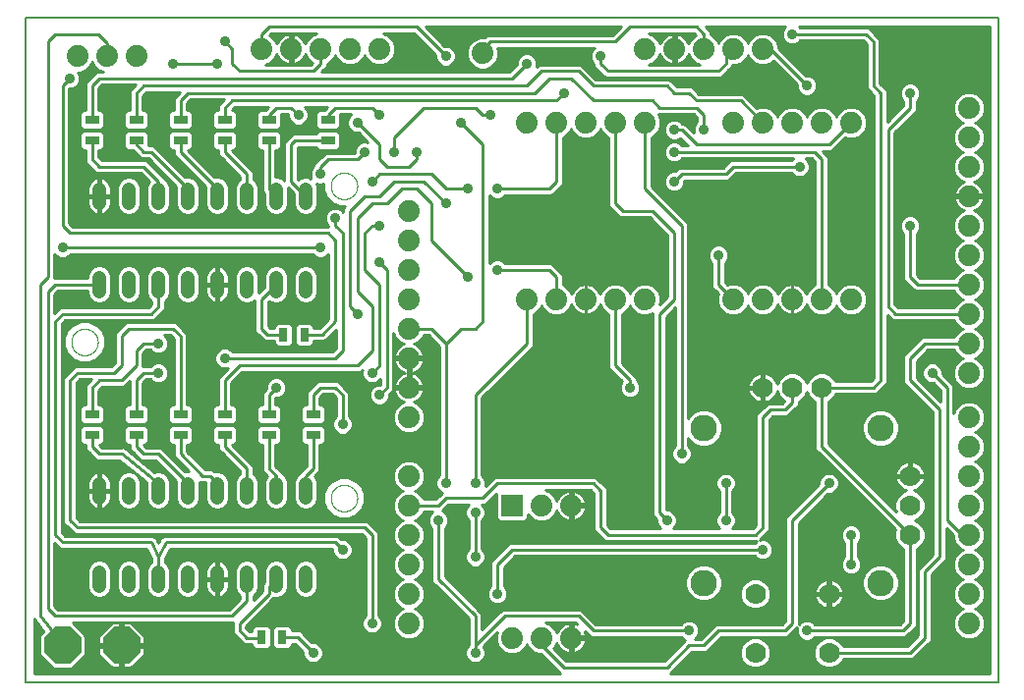
<source format=gtl>
G75*
%MOIN*%
%OFA0B0*%
%FSLAX25Y25*%
%IPPOS*%
%LPD*%
%AMOC8*
5,1,8,0,0,1.08239X$1,22.5*
%
%ADD10C,0.00800*%
%ADD11C,0.00000*%
%ADD12C,0.04800*%
%ADD13C,0.07400*%
%ADD14C,0.09000*%
%ADD15C,0.07000*%
%ADD16R,0.07400X0.07400*%
%ADD17OC8,0.12400*%
%ADD18R,0.03150X0.04724*%
%ADD19R,0.04724X0.03150*%
%ADD20C,0.01000*%
%ADD21C,0.03562*%
D10*
X0001500Y0002800D02*
X0001500Y0228300D01*
X0331500Y0228300D01*
X0331500Y0002800D01*
X0001500Y0002800D01*
D11*
X0105000Y0065300D02*
X0105002Y0065434D01*
X0105008Y0065568D01*
X0105018Y0065701D01*
X0105032Y0065835D01*
X0105050Y0065968D01*
X0105072Y0066100D01*
X0105097Y0066231D01*
X0105127Y0066362D01*
X0105161Y0066492D01*
X0105198Y0066620D01*
X0105239Y0066748D01*
X0105284Y0066874D01*
X0105333Y0066999D01*
X0105385Y0067122D01*
X0105441Y0067244D01*
X0105501Y0067364D01*
X0105564Y0067482D01*
X0105631Y0067598D01*
X0105701Y0067712D01*
X0105775Y0067824D01*
X0105852Y0067934D01*
X0105932Y0068042D01*
X0106015Y0068147D01*
X0106101Y0068249D01*
X0106190Y0068349D01*
X0106283Y0068446D01*
X0106378Y0068541D01*
X0106476Y0068632D01*
X0106576Y0068721D01*
X0106679Y0068806D01*
X0106785Y0068889D01*
X0106893Y0068968D01*
X0107003Y0069044D01*
X0107116Y0069117D01*
X0107231Y0069186D01*
X0107347Y0069252D01*
X0107466Y0069314D01*
X0107586Y0069373D01*
X0107709Y0069428D01*
X0107832Y0069480D01*
X0107957Y0069527D01*
X0108084Y0069571D01*
X0108212Y0069612D01*
X0108341Y0069648D01*
X0108471Y0069681D01*
X0108602Y0069709D01*
X0108733Y0069734D01*
X0108866Y0069755D01*
X0108999Y0069772D01*
X0109132Y0069785D01*
X0109266Y0069794D01*
X0109400Y0069799D01*
X0109534Y0069800D01*
X0109667Y0069797D01*
X0109801Y0069790D01*
X0109935Y0069779D01*
X0110068Y0069764D01*
X0110201Y0069745D01*
X0110333Y0069722D01*
X0110464Y0069696D01*
X0110594Y0069665D01*
X0110724Y0069630D01*
X0110852Y0069592D01*
X0110979Y0069550D01*
X0111105Y0069504D01*
X0111230Y0069454D01*
X0111353Y0069401D01*
X0111474Y0069344D01*
X0111594Y0069283D01*
X0111711Y0069219D01*
X0111827Y0069152D01*
X0111941Y0069081D01*
X0112052Y0069006D01*
X0112161Y0068929D01*
X0112268Y0068848D01*
X0112373Y0068764D01*
X0112474Y0068677D01*
X0112574Y0068587D01*
X0112670Y0068494D01*
X0112764Y0068398D01*
X0112855Y0068299D01*
X0112942Y0068198D01*
X0113027Y0068094D01*
X0113109Y0067988D01*
X0113187Y0067880D01*
X0113262Y0067769D01*
X0113334Y0067656D01*
X0113403Y0067540D01*
X0113468Y0067423D01*
X0113529Y0067304D01*
X0113587Y0067183D01*
X0113641Y0067061D01*
X0113692Y0066937D01*
X0113739Y0066811D01*
X0113782Y0066684D01*
X0113821Y0066556D01*
X0113857Y0066427D01*
X0113888Y0066297D01*
X0113916Y0066166D01*
X0113940Y0066034D01*
X0113960Y0065901D01*
X0113976Y0065768D01*
X0113988Y0065635D01*
X0113996Y0065501D01*
X0114000Y0065367D01*
X0114000Y0065233D01*
X0113996Y0065099D01*
X0113988Y0064965D01*
X0113976Y0064832D01*
X0113960Y0064699D01*
X0113940Y0064566D01*
X0113916Y0064434D01*
X0113888Y0064303D01*
X0113857Y0064173D01*
X0113821Y0064044D01*
X0113782Y0063916D01*
X0113739Y0063789D01*
X0113692Y0063663D01*
X0113641Y0063539D01*
X0113587Y0063417D01*
X0113529Y0063296D01*
X0113468Y0063177D01*
X0113403Y0063060D01*
X0113334Y0062944D01*
X0113262Y0062831D01*
X0113187Y0062720D01*
X0113109Y0062612D01*
X0113027Y0062506D01*
X0112942Y0062402D01*
X0112855Y0062301D01*
X0112764Y0062202D01*
X0112670Y0062106D01*
X0112574Y0062013D01*
X0112474Y0061923D01*
X0112373Y0061836D01*
X0112268Y0061752D01*
X0112161Y0061671D01*
X0112052Y0061594D01*
X0111941Y0061519D01*
X0111827Y0061448D01*
X0111711Y0061381D01*
X0111594Y0061317D01*
X0111474Y0061256D01*
X0111353Y0061199D01*
X0111230Y0061146D01*
X0111105Y0061096D01*
X0110979Y0061050D01*
X0110852Y0061008D01*
X0110724Y0060970D01*
X0110594Y0060935D01*
X0110464Y0060904D01*
X0110333Y0060878D01*
X0110201Y0060855D01*
X0110068Y0060836D01*
X0109935Y0060821D01*
X0109801Y0060810D01*
X0109667Y0060803D01*
X0109534Y0060800D01*
X0109400Y0060801D01*
X0109266Y0060806D01*
X0109132Y0060815D01*
X0108999Y0060828D01*
X0108866Y0060845D01*
X0108733Y0060866D01*
X0108602Y0060891D01*
X0108471Y0060919D01*
X0108341Y0060952D01*
X0108212Y0060988D01*
X0108084Y0061029D01*
X0107957Y0061073D01*
X0107832Y0061120D01*
X0107709Y0061172D01*
X0107586Y0061227D01*
X0107466Y0061286D01*
X0107347Y0061348D01*
X0107231Y0061414D01*
X0107116Y0061483D01*
X0107003Y0061556D01*
X0106893Y0061632D01*
X0106785Y0061711D01*
X0106679Y0061794D01*
X0106576Y0061879D01*
X0106476Y0061968D01*
X0106378Y0062059D01*
X0106283Y0062154D01*
X0106190Y0062251D01*
X0106101Y0062351D01*
X0106015Y0062453D01*
X0105932Y0062558D01*
X0105852Y0062666D01*
X0105775Y0062776D01*
X0105701Y0062888D01*
X0105631Y0063002D01*
X0105564Y0063118D01*
X0105501Y0063236D01*
X0105441Y0063356D01*
X0105385Y0063478D01*
X0105333Y0063601D01*
X0105284Y0063726D01*
X0105239Y0063852D01*
X0105198Y0063980D01*
X0105161Y0064108D01*
X0105127Y0064238D01*
X0105097Y0064369D01*
X0105072Y0064500D01*
X0105050Y0064632D01*
X0105032Y0064765D01*
X0105018Y0064899D01*
X0105008Y0065032D01*
X0105002Y0065166D01*
X0105000Y0065300D01*
X0017000Y0118300D02*
X0017002Y0118434D01*
X0017008Y0118568D01*
X0017018Y0118701D01*
X0017032Y0118835D01*
X0017050Y0118968D01*
X0017072Y0119100D01*
X0017097Y0119231D01*
X0017127Y0119362D01*
X0017161Y0119492D01*
X0017198Y0119620D01*
X0017239Y0119748D01*
X0017284Y0119874D01*
X0017333Y0119999D01*
X0017385Y0120122D01*
X0017441Y0120244D01*
X0017501Y0120364D01*
X0017564Y0120482D01*
X0017631Y0120598D01*
X0017701Y0120712D01*
X0017775Y0120824D01*
X0017852Y0120934D01*
X0017932Y0121042D01*
X0018015Y0121147D01*
X0018101Y0121249D01*
X0018190Y0121349D01*
X0018283Y0121446D01*
X0018378Y0121541D01*
X0018476Y0121632D01*
X0018576Y0121721D01*
X0018679Y0121806D01*
X0018785Y0121889D01*
X0018893Y0121968D01*
X0019003Y0122044D01*
X0019116Y0122117D01*
X0019231Y0122186D01*
X0019347Y0122252D01*
X0019466Y0122314D01*
X0019586Y0122373D01*
X0019709Y0122428D01*
X0019832Y0122480D01*
X0019957Y0122527D01*
X0020084Y0122571D01*
X0020212Y0122612D01*
X0020341Y0122648D01*
X0020471Y0122681D01*
X0020602Y0122709D01*
X0020733Y0122734D01*
X0020866Y0122755D01*
X0020999Y0122772D01*
X0021132Y0122785D01*
X0021266Y0122794D01*
X0021400Y0122799D01*
X0021534Y0122800D01*
X0021667Y0122797D01*
X0021801Y0122790D01*
X0021935Y0122779D01*
X0022068Y0122764D01*
X0022201Y0122745D01*
X0022333Y0122722D01*
X0022464Y0122696D01*
X0022594Y0122665D01*
X0022724Y0122630D01*
X0022852Y0122592D01*
X0022979Y0122550D01*
X0023105Y0122504D01*
X0023230Y0122454D01*
X0023353Y0122401D01*
X0023474Y0122344D01*
X0023594Y0122283D01*
X0023711Y0122219D01*
X0023827Y0122152D01*
X0023941Y0122081D01*
X0024052Y0122006D01*
X0024161Y0121929D01*
X0024268Y0121848D01*
X0024373Y0121764D01*
X0024474Y0121677D01*
X0024574Y0121587D01*
X0024670Y0121494D01*
X0024764Y0121398D01*
X0024855Y0121299D01*
X0024942Y0121198D01*
X0025027Y0121094D01*
X0025109Y0120988D01*
X0025187Y0120880D01*
X0025262Y0120769D01*
X0025334Y0120656D01*
X0025403Y0120540D01*
X0025468Y0120423D01*
X0025529Y0120304D01*
X0025587Y0120183D01*
X0025641Y0120061D01*
X0025692Y0119937D01*
X0025739Y0119811D01*
X0025782Y0119684D01*
X0025821Y0119556D01*
X0025857Y0119427D01*
X0025888Y0119297D01*
X0025916Y0119166D01*
X0025940Y0119034D01*
X0025960Y0118901D01*
X0025976Y0118768D01*
X0025988Y0118635D01*
X0025996Y0118501D01*
X0026000Y0118367D01*
X0026000Y0118233D01*
X0025996Y0118099D01*
X0025988Y0117965D01*
X0025976Y0117832D01*
X0025960Y0117699D01*
X0025940Y0117566D01*
X0025916Y0117434D01*
X0025888Y0117303D01*
X0025857Y0117173D01*
X0025821Y0117044D01*
X0025782Y0116916D01*
X0025739Y0116789D01*
X0025692Y0116663D01*
X0025641Y0116539D01*
X0025587Y0116417D01*
X0025529Y0116296D01*
X0025468Y0116177D01*
X0025403Y0116060D01*
X0025334Y0115944D01*
X0025262Y0115831D01*
X0025187Y0115720D01*
X0025109Y0115612D01*
X0025027Y0115506D01*
X0024942Y0115402D01*
X0024855Y0115301D01*
X0024764Y0115202D01*
X0024670Y0115106D01*
X0024574Y0115013D01*
X0024474Y0114923D01*
X0024373Y0114836D01*
X0024268Y0114752D01*
X0024161Y0114671D01*
X0024052Y0114594D01*
X0023941Y0114519D01*
X0023827Y0114448D01*
X0023711Y0114381D01*
X0023594Y0114317D01*
X0023474Y0114256D01*
X0023353Y0114199D01*
X0023230Y0114146D01*
X0023105Y0114096D01*
X0022979Y0114050D01*
X0022852Y0114008D01*
X0022724Y0113970D01*
X0022594Y0113935D01*
X0022464Y0113904D01*
X0022333Y0113878D01*
X0022201Y0113855D01*
X0022068Y0113836D01*
X0021935Y0113821D01*
X0021801Y0113810D01*
X0021667Y0113803D01*
X0021534Y0113800D01*
X0021400Y0113801D01*
X0021266Y0113806D01*
X0021132Y0113815D01*
X0020999Y0113828D01*
X0020866Y0113845D01*
X0020733Y0113866D01*
X0020602Y0113891D01*
X0020471Y0113919D01*
X0020341Y0113952D01*
X0020212Y0113988D01*
X0020084Y0114029D01*
X0019957Y0114073D01*
X0019832Y0114120D01*
X0019709Y0114172D01*
X0019586Y0114227D01*
X0019466Y0114286D01*
X0019347Y0114348D01*
X0019231Y0114414D01*
X0019116Y0114483D01*
X0019003Y0114556D01*
X0018893Y0114632D01*
X0018785Y0114711D01*
X0018679Y0114794D01*
X0018576Y0114879D01*
X0018476Y0114968D01*
X0018378Y0115059D01*
X0018283Y0115154D01*
X0018190Y0115251D01*
X0018101Y0115351D01*
X0018015Y0115453D01*
X0017932Y0115558D01*
X0017852Y0115666D01*
X0017775Y0115776D01*
X0017701Y0115888D01*
X0017631Y0116002D01*
X0017564Y0116118D01*
X0017501Y0116236D01*
X0017441Y0116356D01*
X0017385Y0116478D01*
X0017333Y0116601D01*
X0017284Y0116726D01*
X0017239Y0116852D01*
X0017198Y0116980D01*
X0017161Y0117108D01*
X0017127Y0117238D01*
X0017097Y0117369D01*
X0017072Y0117500D01*
X0017050Y0117632D01*
X0017032Y0117765D01*
X0017018Y0117899D01*
X0017008Y0118032D01*
X0017002Y0118166D01*
X0017000Y0118300D01*
X0105000Y0171300D02*
X0105002Y0171434D01*
X0105008Y0171568D01*
X0105018Y0171701D01*
X0105032Y0171835D01*
X0105050Y0171968D01*
X0105072Y0172100D01*
X0105097Y0172231D01*
X0105127Y0172362D01*
X0105161Y0172492D01*
X0105198Y0172620D01*
X0105239Y0172748D01*
X0105284Y0172874D01*
X0105333Y0172999D01*
X0105385Y0173122D01*
X0105441Y0173244D01*
X0105501Y0173364D01*
X0105564Y0173482D01*
X0105631Y0173598D01*
X0105701Y0173712D01*
X0105775Y0173824D01*
X0105852Y0173934D01*
X0105932Y0174042D01*
X0106015Y0174147D01*
X0106101Y0174249D01*
X0106190Y0174349D01*
X0106283Y0174446D01*
X0106378Y0174541D01*
X0106476Y0174632D01*
X0106576Y0174721D01*
X0106679Y0174806D01*
X0106785Y0174889D01*
X0106893Y0174968D01*
X0107003Y0175044D01*
X0107116Y0175117D01*
X0107231Y0175186D01*
X0107347Y0175252D01*
X0107466Y0175314D01*
X0107586Y0175373D01*
X0107709Y0175428D01*
X0107832Y0175480D01*
X0107957Y0175527D01*
X0108084Y0175571D01*
X0108212Y0175612D01*
X0108341Y0175648D01*
X0108471Y0175681D01*
X0108602Y0175709D01*
X0108733Y0175734D01*
X0108866Y0175755D01*
X0108999Y0175772D01*
X0109132Y0175785D01*
X0109266Y0175794D01*
X0109400Y0175799D01*
X0109534Y0175800D01*
X0109667Y0175797D01*
X0109801Y0175790D01*
X0109935Y0175779D01*
X0110068Y0175764D01*
X0110201Y0175745D01*
X0110333Y0175722D01*
X0110464Y0175696D01*
X0110594Y0175665D01*
X0110724Y0175630D01*
X0110852Y0175592D01*
X0110979Y0175550D01*
X0111105Y0175504D01*
X0111230Y0175454D01*
X0111353Y0175401D01*
X0111474Y0175344D01*
X0111594Y0175283D01*
X0111711Y0175219D01*
X0111827Y0175152D01*
X0111941Y0175081D01*
X0112052Y0175006D01*
X0112161Y0174929D01*
X0112268Y0174848D01*
X0112373Y0174764D01*
X0112474Y0174677D01*
X0112574Y0174587D01*
X0112670Y0174494D01*
X0112764Y0174398D01*
X0112855Y0174299D01*
X0112942Y0174198D01*
X0113027Y0174094D01*
X0113109Y0173988D01*
X0113187Y0173880D01*
X0113262Y0173769D01*
X0113334Y0173656D01*
X0113403Y0173540D01*
X0113468Y0173423D01*
X0113529Y0173304D01*
X0113587Y0173183D01*
X0113641Y0173061D01*
X0113692Y0172937D01*
X0113739Y0172811D01*
X0113782Y0172684D01*
X0113821Y0172556D01*
X0113857Y0172427D01*
X0113888Y0172297D01*
X0113916Y0172166D01*
X0113940Y0172034D01*
X0113960Y0171901D01*
X0113976Y0171768D01*
X0113988Y0171635D01*
X0113996Y0171501D01*
X0114000Y0171367D01*
X0114000Y0171233D01*
X0113996Y0171099D01*
X0113988Y0170965D01*
X0113976Y0170832D01*
X0113960Y0170699D01*
X0113940Y0170566D01*
X0113916Y0170434D01*
X0113888Y0170303D01*
X0113857Y0170173D01*
X0113821Y0170044D01*
X0113782Y0169916D01*
X0113739Y0169789D01*
X0113692Y0169663D01*
X0113641Y0169539D01*
X0113587Y0169417D01*
X0113529Y0169296D01*
X0113468Y0169177D01*
X0113403Y0169060D01*
X0113334Y0168944D01*
X0113262Y0168831D01*
X0113187Y0168720D01*
X0113109Y0168612D01*
X0113027Y0168506D01*
X0112942Y0168402D01*
X0112855Y0168301D01*
X0112764Y0168202D01*
X0112670Y0168106D01*
X0112574Y0168013D01*
X0112474Y0167923D01*
X0112373Y0167836D01*
X0112268Y0167752D01*
X0112161Y0167671D01*
X0112052Y0167594D01*
X0111941Y0167519D01*
X0111827Y0167448D01*
X0111711Y0167381D01*
X0111594Y0167317D01*
X0111474Y0167256D01*
X0111353Y0167199D01*
X0111230Y0167146D01*
X0111105Y0167096D01*
X0110979Y0167050D01*
X0110852Y0167008D01*
X0110724Y0166970D01*
X0110594Y0166935D01*
X0110464Y0166904D01*
X0110333Y0166878D01*
X0110201Y0166855D01*
X0110068Y0166836D01*
X0109935Y0166821D01*
X0109801Y0166810D01*
X0109667Y0166803D01*
X0109534Y0166800D01*
X0109400Y0166801D01*
X0109266Y0166806D01*
X0109132Y0166815D01*
X0108999Y0166828D01*
X0108866Y0166845D01*
X0108733Y0166866D01*
X0108602Y0166891D01*
X0108471Y0166919D01*
X0108341Y0166952D01*
X0108212Y0166988D01*
X0108084Y0167029D01*
X0107957Y0167073D01*
X0107832Y0167120D01*
X0107709Y0167172D01*
X0107586Y0167227D01*
X0107466Y0167286D01*
X0107347Y0167348D01*
X0107231Y0167414D01*
X0107116Y0167483D01*
X0107003Y0167556D01*
X0106893Y0167632D01*
X0106785Y0167711D01*
X0106679Y0167794D01*
X0106576Y0167879D01*
X0106476Y0167968D01*
X0106378Y0168059D01*
X0106283Y0168154D01*
X0106190Y0168251D01*
X0106101Y0168351D01*
X0106015Y0168453D01*
X0105932Y0168558D01*
X0105852Y0168666D01*
X0105775Y0168776D01*
X0105701Y0168888D01*
X0105631Y0169002D01*
X0105564Y0169118D01*
X0105501Y0169236D01*
X0105441Y0169356D01*
X0105385Y0169478D01*
X0105333Y0169601D01*
X0105284Y0169726D01*
X0105239Y0169852D01*
X0105198Y0169980D01*
X0105161Y0170108D01*
X0105127Y0170238D01*
X0105097Y0170369D01*
X0105072Y0170500D01*
X0105050Y0170632D01*
X0105032Y0170765D01*
X0105018Y0170899D01*
X0105008Y0171032D01*
X0105002Y0171166D01*
X0105000Y0171300D01*
D12*
X0096500Y0170200D02*
X0096500Y0165400D01*
X0086500Y0165400D02*
X0086500Y0170200D01*
X0076500Y0170200D02*
X0076500Y0165400D01*
X0066500Y0165400D02*
X0066500Y0170200D01*
X0056500Y0170200D02*
X0056500Y0165400D01*
X0046500Y0165400D02*
X0046500Y0170200D01*
X0036500Y0170200D02*
X0036500Y0165400D01*
X0026500Y0165400D02*
X0026500Y0170200D01*
X0026500Y0140200D02*
X0026500Y0135400D01*
X0036500Y0135400D02*
X0036500Y0140200D01*
X0046500Y0140200D02*
X0046500Y0135400D01*
X0056500Y0135400D02*
X0056500Y0140200D01*
X0066500Y0140200D02*
X0066500Y0135400D01*
X0076500Y0135400D02*
X0076500Y0140200D01*
X0086500Y0140200D02*
X0086500Y0135400D01*
X0096500Y0135400D02*
X0096500Y0140200D01*
X0096500Y0070200D02*
X0096500Y0065400D01*
X0086500Y0065400D02*
X0086500Y0070200D01*
X0076500Y0070200D02*
X0076500Y0065400D01*
X0066500Y0065400D02*
X0066500Y0070200D01*
X0056500Y0070200D02*
X0056500Y0065400D01*
X0046500Y0065400D02*
X0046500Y0070200D01*
X0036500Y0070200D02*
X0036500Y0065400D01*
X0026500Y0065400D02*
X0026500Y0070200D01*
X0026500Y0040200D02*
X0026500Y0035400D01*
X0036500Y0035400D02*
X0036500Y0040200D01*
X0046500Y0040200D02*
X0046500Y0035400D01*
X0056500Y0035400D02*
X0056500Y0040200D01*
X0066500Y0040200D02*
X0066500Y0035400D01*
X0076500Y0035400D02*
X0076500Y0040200D01*
X0086500Y0040200D02*
X0086500Y0035400D01*
X0096500Y0035400D02*
X0096500Y0040200D01*
D13*
X0131500Y0042800D03*
X0131500Y0052800D03*
X0131500Y0062800D03*
X0131500Y0072800D03*
X0131500Y0092800D03*
X0131500Y0102800D03*
X0131500Y0112800D03*
X0131500Y0122800D03*
X0131500Y0132800D03*
X0131500Y0142800D03*
X0131500Y0152800D03*
X0131500Y0162800D03*
X0171500Y0132800D03*
X0181500Y0132800D03*
X0191500Y0132800D03*
X0201500Y0132800D03*
X0211500Y0132800D03*
X0241500Y0132800D03*
X0251500Y0132800D03*
X0261500Y0132800D03*
X0271500Y0132800D03*
X0281500Y0132800D03*
X0321500Y0127800D03*
X0321500Y0117800D03*
X0321500Y0107800D03*
X0321500Y0092800D03*
X0321500Y0082800D03*
X0321500Y0072800D03*
X0321500Y0062800D03*
X0321500Y0052800D03*
X0321500Y0042800D03*
X0321500Y0032800D03*
X0321500Y0022800D03*
X0321500Y0137800D03*
X0321500Y0147800D03*
X0321500Y0157800D03*
X0321500Y0167800D03*
X0321500Y0177800D03*
X0321500Y0187800D03*
X0321500Y0197800D03*
X0281500Y0192800D03*
X0271500Y0192800D03*
X0261500Y0192800D03*
X0251500Y0192800D03*
X0241500Y0192800D03*
X0241500Y0217800D03*
X0231500Y0217800D03*
X0221500Y0217800D03*
X0211500Y0217800D03*
X0211500Y0192800D03*
X0201500Y0192800D03*
X0191500Y0192800D03*
X0181500Y0192800D03*
X0171500Y0192800D03*
X0156500Y0216300D03*
X0121500Y0217800D03*
X0111500Y0217800D03*
X0101500Y0217800D03*
X0091500Y0217800D03*
X0081500Y0217800D03*
X0039000Y0215300D03*
X0029000Y0215300D03*
X0019000Y0215300D03*
X0176500Y0062741D03*
X0186500Y0062741D03*
X0186500Y0017800D03*
X0176500Y0017800D03*
X0166500Y0017800D03*
X0131500Y0022800D03*
X0131500Y0032800D03*
X0251500Y0217800D03*
D14*
X0231500Y0089050D03*
X0231500Y0036550D03*
X0291500Y0036550D03*
X0291500Y0089050D03*
D15*
X0301500Y0072800D03*
X0301500Y0062800D03*
X0301500Y0052800D03*
X0274000Y0032800D03*
X0274000Y0012800D03*
X0249000Y0012800D03*
X0249000Y0032800D03*
X0251500Y0102800D03*
X0261500Y0102800D03*
X0271500Y0102800D03*
D16*
X0166500Y0062741D03*
D17*
X0034000Y0015300D03*
X0014000Y0015300D03*
D18*
X0081457Y0018050D03*
X0088543Y0018050D03*
X0088957Y0120800D03*
X0096043Y0120800D03*
D19*
X0099000Y0093843D03*
X0099000Y0086757D03*
X0084000Y0086757D03*
X0084000Y0093843D03*
X0069000Y0093843D03*
X0069000Y0086757D03*
X0054000Y0086757D03*
X0054000Y0093843D03*
X0039000Y0093843D03*
X0039000Y0086757D03*
X0024000Y0086757D03*
X0024000Y0093843D03*
X0024000Y0186757D03*
X0024000Y0193843D03*
X0039000Y0193843D03*
X0039000Y0186757D03*
X0054000Y0186757D03*
X0054000Y0193843D03*
X0069000Y0193843D03*
X0069000Y0186757D03*
X0084000Y0186757D03*
X0084000Y0193843D03*
X0104000Y0193843D03*
X0104000Y0186757D03*
D20*
X0092957Y0186757D01*
X0091500Y0185300D01*
X0091500Y0172800D01*
X0096500Y0167800D01*
X0100600Y0167554D02*
X0103475Y0167554D01*
X0103566Y0167335D02*
X0105535Y0165366D01*
X0108108Y0164300D01*
X0109889Y0164300D01*
X0109300Y0163711D01*
X0109300Y0162423D01*
X0108472Y0163251D01*
X0107192Y0163781D01*
X0105808Y0163781D01*
X0104528Y0163251D01*
X0103549Y0162272D01*
X0103019Y0160992D01*
X0103019Y0159608D01*
X0103549Y0158328D01*
X0104300Y0157577D01*
X0104300Y0157500D01*
X0103089Y0157500D01*
X0017411Y0157500D01*
X0016200Y0158711D01*
X0016200Y0204319D01*
X0017192Y0204319D01*
X0018472Y0204849D01*
X0019451Y0205828D01*
X0019981Y0207108D01*
X0019981Y0208492D01*
X0019451Y0209772D01*
X0019323Y0209900D01*
X0020074Y0209900D01*
X0022059Y0210722D01*
X0023578Y0212241D01*
X0024000Y0213260D01*
X0024422Y0212241D01*
X0025941Y0210722D01*
X0027684Y0210000D01*
X0025589Y0210000D01*
X0024300Y0208711D01*
X0021800Y0206211D01*
X0021800Y0197118D01*
X0020934Y0197118D01*
X0019938Y0196122D01*
X0019938Y0191564D01*
X0020934Y0190569D01*
X0027066Y0190569D01*
X0028062Y0191564D01*
X0028062Y0196122D01*
X0027066Y0197118D01*
X0026200Y0197118D01*
X0026200Y0204389D01*
X0027411Y0205600D01*
X0038689Y0205600D01*
X0036800Y0203711D01*
X0036800Y0197118D01*
X0035934Y0197118D01*
X0034938Y0196122D01*
X0034938Y0191564D01*
X0035934Y0190569D01*
X0042066Y0190569D01*
X0043062Y0191564D01*
X0043062Y0196122D01*
X0042066Y0197118D01*
X0041200Y0197118D01*
X0041200Y0201889D01*
X0042411Y0203100D01*
X0053689Y0203100D01*
X0051800Y0201211D01*
X0051800Y0197118D01*
X0050934Y0197118D01*
X0049938Y0196122D01*
X0049938Y0191564D01*
X0050934Y0190569D01*
X0057066Y0190569D01*
X0058062Y0191564D01*
X0058062Y0196122D01*
X0057066Y0197118D01*
X0056200Y0197118D01*
X0056200Y0199389D01*
X0057411Y0200600D01*
X0068689Y0200600D01*
X0066800Y0198711D01*
X0066800Y0197118D01*
X0065934Y0197118D01*
X0064938Y0196122D01*
X0064938Y0191564D01*
X0065934Y0190569D01*
X0072066Y0190569D01*
X0073062Y0191564D01*
X0073062Y0196122D01*
X0072066Y0197118D01*
X0071429Y0197118D01*
X0072411Y0198100D01*
X0083689Y0198100D01*
X0082707Y0197118D01*
X0080934Y0197118D01*
X0079938Y0196122D01*
X0079938Y0191564D01*
X0080934Y0190569D01*
X0087066Y0190569D01*
X0088062Y0191564D01*
X0088062Y0195600D01*
X0090519Y0195600D01*
X0090519Y0194608D01*
X0091049Y0193328D01*
X0092028Y0192349D01*
X0093308Y0191819D01*
X0094692Y0191819D01*
X0095972Y0192349D01*
X0096951Y0193328D01*
X0097481Y0194608D01*
X0097481Y0195992D01*
X0096951Y0197272D01*
X0096123Y0198100D01*
X0103689Y0198100D01*
X0102707Y0197118D01*
X0100934Y0197118D01*
X0099938Y0196122D01*
X0099938Y0191564D01*
X0100934Y0190569D01*
X0107066Y0190569D01*
X0108062Y0191564D01*
X0108062Y0195600D01*
X0111877Y0195600D01*
X0111049Y0194772D01*
X0110519Y0193492D01*
X0110519Y0192108D01*
X0111049Y0190828D01*
X0112028Y0189849D01*
X0113308Y0189319D01*
X0114370Y0189319D01*
X0117560Y0186129D01*
X0117192Y0186281D01*
X0115808Y0186281D01*
X0114528Y0185751D01*
X0113549Y0184772D01*
X0113019Y0183492D01*
X0113019Y0182500D01*
X0103089Y0182500D01*
X0101800Y0181211D01*
X0099300Y0178711D01*
X0099300Y0178023D01*
X0098549Y0177272D01*
X0098019Y0175992D01*
X0098019Y0174608D01*
X0098318Y0173885D01*
X0097316Y0174300D01*
X0095684Y0174300D01*
X0094178Y0173676D01*
X0093956Y0173455D01*
X0093700Y0173711D01*
X0093700Y0184389D01*
X0093868Y0184557D01*
X0099938Y0184557D01*
X0099938Y0184478D01*
X0100934Y0183482D01*
X0107066Y0183482D01*
X0108062Y0184478D01*
X0108062Y0189036D01*
X0107066Y0190031D01*
X0100934Y0190031D01*
X0099938Y0189036D01*
X0099938Y0188957D01*
X0092045Y0188957D01*
X0090589Y0187500D01*
X0090589Y0187500D01*
X0089300Y0186211D01*
X0089300Y0173198D01*
X0088822Y0173676D01*
X0087316Y0174300D01*
X0086200Y0174300D01*
X0086200Y0183482D01*
X0087066Y0183482D01*
X0088062Y0184478D01*
X0088062Y0189036D01*
X0087066Y0190031D01*
X0080934Y0190031D01*
X0079938Y0189036D01*
X0079938Y0184478D01*
X0080934Y0183482D01*
X0081800Y0183482D01*
X0081800Y0169389D01*
X0082400Y0168789D01*
X0082400Y0164584D01*
X0083024Y0163078D01*
X0084178Y0161924D01*
X0085684Y0161300D01*
X0087316Y0161300D01*
X0088822Y0161924D01*
X0089976Y0163078D01*
X0090600Y0164584D01*
X0090600Y0170589D01*
X0092400Y0168789D01*
X0092400Y0164584D01*
X0093024Y0163078D01*
X0094178Y0161924D01*
X0095684Y0161300D01*
X0097316Y0161300D01*
X0098822Y0161924D01*
X0099976Y0163078D01*
X0100600Y0164584D01*
X0100600Y0171016D01*
X0100155Y0172089D01*
X0100808Y0171819D01*
X0102192Y0171819D01*
X0102500Y0171946D01*
X0102500Y0169908D01*
X0103566Y0167335D01*
X0104345Y0166556D02*
X0100600Y0166556D01*
X0100600Y0165557D02*
X0105343Y0165557D01*
X0105275Y0163560D02*
X0100176Y0163560D01*
X0100589Y0164559D02*
X0107483Y0164559D01*
X0107725Y0163560D02*
X0109300Y0163560D01*
X0109300Y0162562D02*
X0109161Y0162562D01*
X0111500Y0162800D02*
X0116500Y0167800D01*
X0121500Y0167800D01*
X0126500Y0172800D01*
X0136500Y0172800D01*
X0144000Y0165300D01*
X0144000Y0170300D02*
X0151500Y0170300D01*
X0158700Y0168177D02*
X0159528Y0167349D01*
X0160808Y0166819D01*
X0162192Y0166819D01*
X0163472Y0167349D01*
X0164223Y0168100D01*
X0178089Y0168100D01*
X0179911Y0168100D01*
X0183700Y0171889D01*
X0183700Y0187866D01*
X0184559Y0188222D01*
X0186078Y0189741D01*
X0186500Y0190760D01*
X0186922Y0189741D01*
X0188441Y0188222D01*
X0190426Y0187400D01*
X0192574Y0187400D01*
X0194559Y0188222D01*
X0196078Y0189741D01*
X0196500Y0190760D01*
X0196922Y0189741D01*
X0198441Y0188222D01*
X0199300Y0187866D01*
X0199300Y0164389D01*
X0200589Y0163100D01*
X0203089Y0160600D01*
X0213089Y0160600D01*
X0219300Y0154389D01*
X0219300Y0133711D01*
X0216607Y0131018D01*
X0216900Y0131726D01*
X0216900Y0133874D01*
X0216078Y0135859D01*
X0214559Y0137378D01*
X0212574Y0138200D01*
X0210426Y0138200D01*
X0208441Y0137378D01*
X0206922Y0135859D01*
X0206500Y0134840D01*
X0206078Y0135859D01*
X0204559Y0137378D01*
X0202574Y0138200D01*
X0200426Y0138200D01*
X0198441Y0137378D01*
X0196922Y0135859D01*
X0196391Y0134576D01*
X0196319Y0134796D01*
X0195947Y0135525D01*
X0195466Y0136188D01*
X0194888Y0136766D01*
X0194225Y0137247D01*
X0193496Y0137619D01*
X0192718Y0137872D01*
X0191909Y0138000D01*
X0191640Y0138000D01*
X0191640Y0132940D01*
X0191360Y0132940D01*
X0191360Y0138000D01*
X0191091Y0138000D01*
X0190282Y0137872D01*
X0189504Y0137619D01*
X0188775Y0137247D01*
X0188112Y0136766D01*
X0187534Y0136188D01*
X0187053Y0135525D01*
X0186681Y0134796D01*
X0186609Y0134576D01*
X0186078Y0135859D01*
X0184559Y0137378D01*
X0183700Y0137734D01*
X0183700Y0141211D01*
X0182411Y0142500D01*
X0179911Y0145000D01*
X0164223Y0145000D01*
X0163472Y0145751D01*
X0162192Y0146281D01*
X0160808Y0146281D01*
X0159528Y0145751D01*
X0158700Y0144923D01*
X0158700Y0168177D01*
X0158700Y0167554D02*
X0159323Y0167554D01*
X0158700Y0166556D02*
X0199300Y0166556D01*
X0199300Y0167554D02*
X0163677Y0167554D01*
X0161500Y0170300D02*
X0179000Y0170300D01*
X0181500Y0172800D01*
X0181500Y0192800D01*
X0186401Y0190520D02*
X0186599Y0190520D01*
X0187142Y0189522D02*
X0185858Y0189522D01*
X0184860Y0188523D02*
X0188140Y0188523D01*
X0190125Y0187525D02*
X0183700Y0187525D01*
X0183700Y0186526D02*
X0199300Y0186526D01*
X0199300Y0185528D02*
X0183700Y0185528D01*
X0183700Y0184529D02*
X0199300Y0184529D01*
X0199300Y0183531D02*
X0183700Y0183531D01*
X0183700Y0182532D02*
X0199300Y0182532D01*
X0199300Y0181534D02*
X0183700Y0181534D01*
X0183700Y0180535D02*
X0199300Y0180535D01*
X0199300Y0179537D02*
X0183700Y0179537D01*
X0183700Y0178538D02*
X0199300Y0178538D01*
X0199300Y0177539D02*
X0183700Y0177539D01*
X0183700Y0176541D02*
X0199300Y0176541D01*
X0199300Y0175542D02*
X0183700Y0175542D01*
X0183700Y0174544D02*
X0199300Y0174544D01*
X0199300Y0173545D02*
X0183700Y0173545D01*
X0183700Y0172547D02*
X0199300Y0172547D01*
X0199300Y0171548D02*
X0183360Y0171548D01*
X0182361Y0170550D02*
X0199300Y0170550D01*
X0199300Y0169551D02*
X0181363Y0169551D01*
X0180364Y0168553D02*
X0199300Y0168553D01*
X0199300Y0165557D02*
X0158700Y0165557D01*
X0158700Y0164559D02*
X0199300Y0164559D01*
X0200128Y0163560D02*
X0158700Y0163560D01*
X0158700Y0162562D02*
X0201127Y0162562D01*
X0202125Y0161563D02*
X0158700Y0161563D01*
X0158700Y0160565D02*
X0213124Y0160565D01*
X0214122Y0159566D02*
X0158700Y0159566D01*
X0158700Y0158568D02*
X0215121Y0158568D01*
X0216119Y0157569D02*
X0158700Y0157569D01*
X0158700Y0156571D02*
X0217118Y0156571D01*
X0218116Y0155572D02*
X0158700Y0155572D01*
X0158700Y0154574D02*
X0219115Y0154574D01*
X0219300Y0153575D02*
X0158700Y0153575D01*
X0158700Y0152577D02*
X0219300Y0152577D01*
X0219300Y0151578D02*
X0158700Y0151578D01*
X0158700Y0150580D02*
X0219300Y0150580D01*
X0219300Y0149581D02*
X0158700Y0149581D01*
X0158700Y0148583D02*
X0219300Y0148583D01*
X0219300Y0147584D02*
X0158700Y0147584D01*
X0158700Y0146586D02*
X0219300Y0146586D01*
X0219300Y0145587D02*
X0163636Y0145587D01*
X0161500Y0142800D02*
X0179000Y0142800D01*
X0181500Y0140300D01*
X0181500Y0132800D01*
X0176500Y0130760D02*
X0176922Y0129741D01*
X0178441Y0128222D01*
X0180426Y0127400D01*
X0182574Y0127400D01*
X0184559Y0128222D01*
X0186078Y0129741D01*
X0186609Y0131024D01*
X0186681Y0130804D01*
X0187053Y0130075D01*
X0187534Y0129412D01*
X0188112Y0128834D01*
X0188775Y0128353D01*
X0189504Y0127981D01*
X0190282Y0127728D01*
X0191091Y0127600D01*
X0191360Y0127600D01*
X0191360Y0132660D01*
X0191640Y0132660D01*
X0191640Y0127600D01*
X0191909Y0127600D01*
X0192718Y0127728D01*
X0193496Y0127981D01*
X0194225Y0128353D01*
X0194888Y0128834D01*
X0195466Y0129412D01*
X0195947Y0130075D01*
X0196319Y0130804D01*
X0196391Y0131024D01*
X0196922Y0129741D01*
X0198441Y0128222D01*
X0199300Y0127866D01*
X0199300Y0109389D01*
X0203733Y0104956D01*
X0203549Y0104772D01*
X0203019Y0103492D01*
X0203019Y0102108D01*
X0203549Y0100828D01*
X0204528Y0099849D01*
X0205808Y0099319D01*
X0207192Y0099319D01*
X0208472Y0099849D01*
X0209451Y0100828D01*
X0209981Y0102108D01*
X0209981Y0103492D01*
X0209451Y0104772D01*
X0208700Y0105523D01*
X0208700Y0106211D01*
X0207411Y0107500D01*
X0203700Y0111211D01*
X0203700Y0127866D01*
X0204559Y0128222D01*
X0206078Y0129741D01*
X0206500Y0130760D01*
X0206922Y0129741D01*
X0208441Y0128222D01*
X0210426Y0127400D01*
X0212574Y0127400D01*
X0214300Y0128115D01*
X0214300Y0059389D01*
X0215519Y0058170D01*
X0215519Y0057108D01*
X0216049Y0055828D01*
X0216877Y0055000D01*
X0199911Y0055000D01*
X0198700Y0056211D01*
X0198700Y0068711D01*
X0196200Y0071211D01*
X0196200Y0071211D01*
X0194911Y0072500D01*
X0160589Y0072500D01*
X0159300Y0071211D01*
X0157329Y0069240D01*
X0157481Y0069608D01*
X0157481Y0070992D01*
X0156951Y0072272D01*
X0156200Y0073023D01*
X0156200Y0099389D01*
X0173700Y0116889D01*
X0173700Y0127866D01*
X0174559Y0128222D01*
X0176078Y0129741D01*
X0176500Y0130760D01*
X0176438Y0130609D02*
X0176562Y0130609D01*
X0177052Y0129611D02*
X0175948Y0129611D01*
X0174949Y0128612D02*
X0178051Y0128612D01*
X0179909Y0127614D02*
X0173700Y0127614D01*
X0173700Y0126615D02*
X0199300Y0126615D01*
X0199300Y0125617D02*
X0173700Y0125617D01*
X0173700Y0124618D02*
X0199300Y0124618D01*
X0199300Y0123620D02*
X0173700Y0123620D01*
X0173700Y0122621D02*
X0199300Y0122621D01*
X0199300Y0121623D02*
X0173700Y0121623D01*
X0173700Y0120624D02*
X0199300Y0120624D01*
X0199300Y0119626D02*
X0173700Y0119626D01*
X0173700Y0118627D02*
X0199300Y0118627D01*
X0199300Y0117629D02*
X0173700Y0117629D01*
X0173442Y0116630D02*
X0199300Y0116630D01*
X0199300Y0115632D02*
X0172443Y0115632D01*
X0171445Y0114633D02*
X0199300Y0114633D01*
X0199300Y0113635D02*
X0170446Y0113635D01*
X0169448Y0112636D02*
X0199300Y0112636D01*
X0199300Y0111638D02*
X0168449Y0111638D01*
X0167450Y0110639D02*
X0199300Y0110639D01*
X0199300Y0109641D02*
X0166452Y0109641D01*
X0165453Y0108642D02*
X0200047Y0108642D01*
X0201045Y0107644D02*
X0164455Y0107644D01*
X0163456Y0106645D02*
X0202044Y0106645D01*
X0203042Y0105647D02*
X0162458Y0105647D01*
X0161459Y0104648D02*
X0203498Y0104648D01*
X0203084Y0103650D02*
X0160461Y0103650D01*
X0159462Y0102651D02*
X0203019Y0102651D01*
X0203207Y0101653D02*
X0158464Y0101653D01*
X0157465Y0100654D02*
X0203723Y0100654D01*
X0204995Y0099656D02*
X0156467Y0099656D01*
X0156200Y0098657D02*
X0214300Y0098657D01*
X0214300Y0097659D02*
X0156200Y0097659D01*
X0156200Y0096660D02*
X0214300Y0096660D01*
X0214300Y0095662D02*
X0156200Y0095662D01*
X0156200Y0094663D02*
X0214300Y0094663D01*
X0214300Y0093665D02*
X0156200Y0093665D01*
X0156200Y0092666D02*
X0214300Y0092666D01*
X0214300Y0091668D02*
X0156200Y0091668D01*
X0156200Y0090669D02*
X0214300Y0090669D01*
X0214300Y0089670D02*
X0156200Y0089670D01*
X0156200Y0088672D02*
X0214300Y0088672D01*
X0214300Y0087673D02*
X0156200Y0087673D01*
X0156200Y0086675D02*
X0214300Y0086675D01*
X0214300Y0085676D02*
X0156200Y0085676D01*
X0156200Y0084678D02*
X0214300Y0084678D01*
X0214300Y0083679D02*
X0156200Y0083679D01*
X0156200Y0082681D02*
X0214300Y0082681D01*
X0214300Y0081682D02*
X0156200Y0081682D01*
X0156200Y0080684D02*
X0214300Y0080684D01*
X0214300Y0079685D02*
X0156200Y0079685D01*
X0156200Y0078687D02*
X0214300Y0078687D01*
X0214300Y0077688D02*
X0156200Y0077688D01*
X0156200Y0076690D02*
X0214300Y0076690D01*
X0214300Y0075691D02*
X0156200Y0075691D01*
X0156200Y0074693D02*
X0214300Y0074693D01*
X0214300Y0073694D02*
X0156200Y0073694D01*
X0156527Y0072696D02*
X0214300Y0072696D01*
X0214300Y0071697D02*
X0195714Y0071697D01*
X0196712Y0070699D02*
X0214300Y0070699D01*
X0214300Y0069700D02*
X0197711Y0069700D01*
X0198700Y0068702D02*
X0214300Y0068702D01*
X0214300Y0067703D02*
X0198700Y0067703D01*
X0198700Y0066705D02*
X0214300Y0066705D01*
X0214300Y0065706D02*
X0198700Y0065706D01*
X0198700Y0064708D02*
X0214300Y0064708D01*
X0214300Y0063709D02*
X0198700Y0063709D01*
X0198700Y0062711D02*
X0214300Y0062711D01*
X0214300Y0061712D02*
X0198700Y0061712D01*
X0198700Y0060714D02*
X0214300Y0060714D01*
X0214300Y0059715D02*
X0198700Y0059715D01*
X0198700Y0058717D02*
X0214972Y0058717D01*
X0215519Y0057718D02*
X0198700Y0057718D01*
X0198700Y0056720D02*
X0215680Y0056720D01*
X0216156Y0055721D02*
X0199190Y0055721D01*
X0196500Y0055300D02*
X0199000Y0052800D01*
X0249000Y0052800D01*
X0251500Y0055300D01*
X0251500Y0092800D01*
X0254000Y0095300D01*
X0259000Y0095300D01*
X0261500Y0097800D01*
X0261500Y0102800D01*
X0259605Y0107644D02*
X0252773Y0107644D01*
X0252671Y0107677D02*
X0251894Y0107800D01*
X0251875Y0107800D01*
X0251875Y0103175D01*
X0251125Y0103175D01*
X0251125Y0107800D01*
X0251106Y0107800D01*
X0250329Y0107677D01*
X0249581Y0107434D01*
X0248879Y0107076D01*
X0248243Y0106614D01*
X0247686Y0106057D01*
X0247224Y0105421D01*
X0246866Y0104719D01*
X0246623Y0103971D01*
X0246500Y0103194D01*
X0246500Y0103175D01*
X0251125Y0103175D01*
X0251125Y0102425D01*
X0251875Y0102425D01*
X0251875Y0097800D01*
X0251894Y0097800D01*
X0252671Y0097923D01*
X0253419Y0098166D01*
X0254121Y0098524D01*
X0254757Y0098986D01*
X0255314Y0099543D01*
X0255776Y0100179D01*
X0256134Y0100881D01*
X0256368Y0101602D01*
X0257092Y0099854D01*
X0258554Y0098392D01*
X0258856Y0098267D01*
X0258089Y0097500D01*
X0253089Y0097500D01*
X0251800Y0096211D01*
X0249300Y0093711D01*
X0249300Y0056211D01*
X0248089Y0055000D01*
X0241123Y0055000D01*
X0241951Y0055828D01*
X0242481Y0057108D01*
X0242481Y0058492D01*
X0241951Y0059772D01*
X0241200Y0060523D01*
X0241200Y0067577D01*
X0241951Y0068328D01*
X0242481Y0069608D01*
X0242481Y0070992D01*
X0241951Y0072272D01*
X0240972Y0073251D01*
X0239692Y0073781D01*
X0238308Y0073781D01*
X0237028Y0073251D01*
X0236049Y0072272D01*
X0235519Y0070992D01*
X0235519Y0069608D01*
X0236049Y0068328D01*
X0236800Y0067577D01*
X0236800Y0060523D01*
X0236049Y0059772D01*
X0235519Y0058492D01*
X0235519Y0057108D01*
X0236049Y0055828D01*
X0236877Y0055000D01*
X0221123Y0055000D01*
X0221951Y0055828D01*
X0222481Y0057108D01*
X0222481Y0058492D01*
X0221951Y0059772D01*
X0220972Y0060751D01*
X0219692Y0061281D01*
X0218700Y0061281D01*
X0218700Y0126889D01*
X0221800Y0129989D01*
X0221800Y0083023D01*
X0221049Y0082272D01*
X0220519Y0080992D01*
X0220519Y0079608D01*
X0221049Y0078328D01*
X0222028Y0077349D01*
X0223308Y0076819D01*
X0224692Y0076819D01*
X0225972Y0077349D01*
X0226951Y0078328D01*
X0227481Y0079608D01*
X0227481Y0080992D01*
X0226951Y0082272D01*
X0226200Y0083023D01*
X0226200Y0085644D01*
X0226244Y0085538D01*
X0227988Y0083794D01*
X0230267Y0082850D01*
X0232733Y0082850D01*
X0235012Y0083794D01*
X0236756Y0085538D01*
X0237700Y0087817D01*
X0237700Y0090283D01*
X0236756Y0092562D01*
X0235012Y0094306D01*
X0232733Y0095250D01*
X0230267Y0095250D01*
X0227988Y0094306D01*
X0226244Y0092562D01*
X0226200Y0092456D01*
X0226200Y0158711D01*
X0224911Y0160000D01*
X0213700Y0171211D01*
X0213700Y0187866D01*
X0214559Y0188222D01*
X0216078Y0189741D01*
X0216900Y0191726D01*
X0216900Y0193874D01*
X0216185Y0195600D01*
X0228089Y0195600D01*
X0229300Y0194389D01*
X0229300Y0193023D01*
X0228549Y0192272D01*
X0228019Y0190992D01*
X0228019Y0189608D01*
X0228171Y0189240D01*
X0224911Y0192500D01*
X0224223Y0192500D01*
X0223472Y0193251D01*
X0222192Y0193781D01*
X0220808Y0193781D01*
X0219528Y0193251D01*
X0218549Y0192272D01*
X0218019Y0190992D01*
X0218019Y0189608D01*
X0218549Y0188328D01*
X0219528Y0187349D01*
X0220808Y0186819D01*
X0222192Y0186819D01*
X0223472Y0187349D01*
X0223656Y0187533D01*
X0226189Y0185000D01*
X0224223Y0185000D01*
X0223472Y0185751D01*
X0222192Y0186281D01*
X0220808Y0186281D01*
X0219528Y0185751D01*
X0218549Y0184772D01*
X0218019Y0183492D01*
X0218019Y0182108D01*
X0218549Y0180828D01*
X0219528Y0179849D01*
X0220808Y0179319D01*
X0222192Y0179319D01*
X0223472Y0179849D01*
X0224223Y0180600D01*
X0261877Y0180600D01*
X0261277Y0180000D01*
X0240589Y0180000D01*
X0239300Y0178711D01*
X0238089Y0177500D01*
X0223089Y0177500D01*
X0221870Y0176281D01*
X0220808Y0176281D01*
X0219528Y0175751D01*
X0218549Y0174772D01*
X0218019Y0173492D01*
X0218019Y0172108D01*
X0218549Y0170828D01*
X0219528Y0169849D01*
X0220808Y0169319D01*
X0222192Y0169319D01*
X0223472Y0169849D01*
X0224451Y0170828D01*
X0224981Y0172108D01*
X0224981Y0173100D01*
X0239911Y0173100D01*
X0242411Y0175600D01*
X0261277Y0175600D01*
X0262028Y0174849D01*
X0263308Y0174319D01*
X0264692Y0174319D01*
X0265972Y0174849D01*
X0266951Y0175828D01*
X0267481Y0177108D01*
X0267481Y0178492D01*
X0266951Y0179772D01*
X0266123Y0180600D01*
X0268089Y0180600D01*
X0269300Y0179389D01*
X0269300Y0137734D01*
X0268441Y0137378D01*
X0266922Y0135859D01*
X0266391Y0134576D01*
X0266319Y0134796D01*
X0265947Y0135525D01*
X0265466Y0136188D01*
X0264888Y0136766D01*
X0264225Y0137247D01*
X0263496Y0137619D01*
X0262718Y0137872D01*
X0261909Y0138000D01*
X0261640Y0138000D01*
X0261640Y0132940D01*
X0261360Y0132940D01*
X0261360Y0138000D01*
X0261091Y0138000D01*
X0260282Y0137872D01*
X0259504Y0137619D01*
X0258775Y0137247D01*
X0258112Y0136766D01*
X0257534Y0136188D01*
X0257053Y0135525D01*
X0256681Y0134796D01*
X0256609Y0134576D01*
X0256078Y0135859D01*
X0254559Y0137378D01*
X0252574Y0138200D01*
X0250426Y0138200D01*
X0248441Y0137378D01*
X0246922Y0135859D01*
X0246500Y0134840D01*
X0246078Y0135859D01*
X0244559Y0137378D01*
X0242574Y0138200D01*
X0240426Y0138200D01*
X0239567Y0137844D01*
X0238700Y0138711D01*
X0238700Y0145077D01*
X0239451Y0145828D01*
X0239981Y0147108D01*
X0239981Y0148492D01*
X0239451Y0149772D01*
X0238472Y0150751D01*
X0237192Y0151281D01*
X0235808Y0151281D01*
X0234528Y0150751D01*
X0233549Y0149772D01*
X0233019Y0148492D01*
X0233019Y0147108D01*
X0233549Y0145828D01*
X0234300Y0145077D01*
X0234300Y0136889D01*
X0235589Y0135600D01*
X0236456Y0134733D01*
X0236100Y0133874D01*
X0236100Y0131726D01*
X0236922Y0129741D01*
X0238441Y0128222D01*
X0240426Y0127400D01*
X0242574Y0127400D01*
X0244559Y0128222D01*
X0246078Y0129741D01*
X0246500Y0130760D01*
X0246922Y0129741D01*
X0248441Y0128222D01*
X0250426Y0127400D01*
X0252574Y0127400D01*
X0254559Y0128222D01*
X0256078Y0129741D01*
X0256609Y0131024D01*
X0256681Y0130804D01*
X0257053Y0130075D01*
X0257534Y0129412D01*
X0258112Y0128834D01*
X0258775Y0128353D01*
X0259504Y0127981D01*
X0260282Y0127728D01*
X0261091Y0127600D01*
X0261360Y0127600D01*
X0261360Y0132660D01*
X0261640Y0132660D01*
X0261640Y0127600D01*
X0261909Y0127600D01*
X0262718Y0127728D01*
X0263496Y0127981D01*
X0264225Y0128353D01*
X0264888Y0128834D01*
X0265466Y0129412D01*
X0265947Y0130075D01*
X0266319Y0130804D01*
X0266391Y0131024D01*
X0266922Y0129741D01*
X0268441Y0128222D01*
X0270426Y0127400D01*
X0272574Y0127400D01*
X0274559Y0128222D01*
X0276078Y0129741D01*
X0276500Y0130760D01*
X0276922Y0129741D01*
X0278441Y0128222D01*
X0280426Y0127400D01*
X0282574Y0127400D01*
X0284559Y0128222D01*
X0286078Y0129741D01*
X0286900Y0131726D01*
X0286900Y0133874D01*
X0286078Y0135859D01*
X0284559Y0137378D01*
X0282574Y0138200D01*
X0280426Y0138200D01*
X0278441Y0137378D01*
X0276922Y0135859D01*
X0276500Y0134840D01*
X0276078Y0135859D01*
X0274559Y0137378D01*
X0273700Y0137734D01*
X0273700Y0181211D01*
X0272411Y0182500D01*
X0271811Y0183100D01*
X0274911Y0183100D01*
X0279567Y0187756D01*
X0280426Y0187400D01*
X0282574Y0187400D01*
X0284559Y0188222D01*
X0286078Y0189741D01*
X0286900Y0191726D01*
X0286900Y0193874D01*
X0286078Y0195859D01*
X0284559Y0197378D01*
X0282574Y0198200D01*
X0280426Y0198200D01*
X0278441Y0197378D01*
X0276922Y0195859D01*
X0276500Y0194840D01*
X0276078Y0195859D01*
X0274559Y0197378D01*
X0272574Y0198200D01*
X0270426Y0198200D01*
X0268441Y0197378D01*
X0266922Y0195859D01*
X0266500Y0194840D01*
X0266078Y0195859D01*
X0264559Y0197378D01*
X0262574Y0198200D01*
X0260426Y0198200D01*
X0258441Y0197378D01*
X0256922Y0195859D01*
X0256500Y0194840D01*
X0256078Y0195859D01*
X0254559Y0197378D01*
X0252574Y0198200D01*
X0250426Y0198200D01*
X0249567Y0197844D01*
X0244911Y0202500D01*
X0229911Y0202500D01*
X0227411Y0205000D01*
X0222411Y0205000D01*
X0219911Y0207500D01*
X0194911Y0207500D01*
X0189911Y0212500D01*
X0175589Y0212500D01*
X0174829Y0211740D01*
X0174981Y0212108D01*
X0174981Y0213492D01*
X0174451Y0214772D01*
X0173472Y0215751D01*
X0172192Y0216281D01*
X0170808Y0216281D01*
X0169528Y0215751D01*
X0168549Y0214772D01*
X0168019Y0213492D01*
X0168019Y0212430D01*
X0165589Y0210000D01*
X0101811Y0210000D01*
X0102411Y0210600D01*
X0103700Y0211889D01*
X0103700Y0212866D01*
X0104559Y0213222D01*
X0106078Y0214741D01*
X0106500Y0215760D01*
X0106922Y0214741D01*
X0108441Y0213222D01*
X0110426Y0212400D01*
X0112574Y0212400D01*
X0114559Y0213222D01*
X0116078Y0214741D01*
X0116500Y0215760D01*
X0116922Y0214741D01*
X0118441Y0213222D01*
X0120426Y0212400D01*
X0122574Y0212400D01*
X0124559Y0213222D01*
X0126078Y0214741D01*
X0126900Y0216726D01*
X0126900Y0218874D01*
X0126078Y0220859D01*
X0124559Y0222378D01*
X0122815Y0223100D01*
X0133089Y0223100D01*
X0140519Y0215670D01*
X0140519Y0214608D01*
X0141049Y0213328D01*
X0142028Y0212349D01*
X0143308Y0211819D01*
X0144692Y0211819D01*
X0145972Y0212349D01*
X0146951Y0213328D01*
X0147481Y0214608D01*
X0147481Y0215992D01*
X0146951Y0217272D01*
X0145972Y0218251D01*
X0144692Y0218781D01*
X0143630Y0218781D01*
X0137011Y0225400D01*
X0203489Y0225400D01*
X0200589Y0222500D01*
X0158089Y0222500D01*
X0157289Y0221700D01*
X0155426Y0221700D01*
X0153441Y0220878D01*
X0151922Y0219359D01*
X0151100Y0217374D01*
X0151100Y0215226D01*
X0151922Y0213241D01*
X0153441Y0211722D01*
X0155426Y0210900D01*
X0157574Y0210900D01*
X0159559Y0211722D01*
X0161078Y0213241D01*
X0161900Y0215226D01*
X0161900Y0217374D01*
X0161599Y0218100D01*
X0194377Y0218100D01*
X0193549Y0217272D01*
X0193019Y0215992D01*
X0193019Y0214608D01*
X0193549Y0213328D01*
X0194300Y0212577D01*
X0194300Y0211889D01*
X0198089Y0208100D01*
X0237411Y0208100D01*
X0239911Y0210600D01*
X0241200Y0211889D01*
X0241200Y0212400D01*
X0242574Y0212400D01*
X0244559Y0213222D01*
X0246078Y0214741D01*
X0246500Y0215760D01*
X0246922Y0214741D01*
X0248441Y0213222D01*
X0250426Y0212400D01*
X0252574Y0212400D01*
X0254559Y0213222D01*
X0255013Y0213676D01*
X0263019Y0205670D01*
X0263019Y0204608D01*
X0263549Y0203328D01*
X0264528Y0202349D01*
X0265808Y0201819D01*
X0267192Y0201819D01*
X0268472Y0202349D01*
X0269451Y0203328D01*
X0269981Y0204608D01*
X0269981Y0205992D01*
X0269451Y0207272D01*
X0268472Y0208251D01*
X0267192Y0208781D01*
X0266130Y0208781D01*
X0256900Y0218011D01*
X0256900Y0218874D01*
X0256078Y0220859D01*
X0254559Y0222378D01*
X0252574Y0223200D01*
X0250426Y0223200D01*
X0248441Y0222378D01*
X0246922Y0220859D01*
X0246500Y0219840D01*
X0246078Y0220859D01*
X0244559Y0222378D01*
X0242574Y0223200D01*
X0240426Y0223200D01*
X0238441Y0222378D01*
X0236922Y0220859D01*
X0236500Y0219840D01*
X0236078Y0220859D01*
X0234559Y0222378D01*
X0233700Y0222734D01*
X0233700Y0223711D01*
X0232411Y0225000D01*
X0232011Y0225400D01*
X0259177Y0225400D01*
X0258549Y0224772D01*
X0258019Y0223492D01*
X0258019Y0222108D01*
X0258549Y0220828D01*
X0259528Y0219849D01*
X0260808Y0219319D01*
X0262192Y0219319D01*
X0263472Y0219849D01*
X0264223Y0220600D01*
X0285589Y0220600D01*
X0286800Y0219389D01*
X0286800Y0204389D01*
X0288089Y0203100D01*
X0289300Y0201889D01*
X0289300Y0106211D01*
X0288089Y0105000D01*
X0276217Y0105000D01*
X0275908Y0105746D01*
X0274446Y0107208D01*
X0272534Y0108000D01*
X0270466Y0108000D01*
X0268554Y0107208D01*
X0267092Y0105746D01*
X0266500Y0104317D01*
X0265908Y0105746D01*
X0264446Y0107208D01*
X0262534Y0108000D01*
X0260466Y0108000D01*
X0258554Y0107208D01*
X0257092Y0105746D01*
X0256368Y0103998D01*
X0256134Y0104719D01*
X0255776Y0105421D01*
X0255314Y0106057D01*
X0254757Y0106614D01*
X0254121Y0107076D01*
X0253419Y0107434D01*
X0252671Y0107677D01*
X0251875Y0107644D02*
X0251125Y0107644D01*
X0250227Y0107644D02*
X0226200Y0107644D01*
X0226200Y0108642D02*
X0289300Y0108642D01*
X0289300Y0107644D02*
X0273395Y0107644D01*
X0275009Y0106645D02*
X0289300Y0106645D01*
X0288735Y0105647D02*
X0275949Y0105647D01*
X0276217Y0100600D02*
X0275908Y0099854D01*
X0274446Y0098392D01*
X0273700Y0098083D01*
X0273700Y0083711D01*
X0296763Y0060649D01*
X0296300Y0061766D01*
X0296300Y0063834D01*
X0297092Y0065746D01*
X0298554Y0067208D01*
X0300302Y0067932D01*
X0299581Y0068166D01*
X0298879Y0068524D01*
X0298243Y0068986D01*
X0297686Y0069543D01*
X0297224Y0070179D01*
X0296866Y0070881D01*
X0296623Y0071629D01*
X0296500Y0072406D01*
X0296500Y0072425D01*
X0301125Y0072425D01*
X0301125Y0073175D01*
X0301125Y0077800D01*
X0301106Y0077800D01*
X0300329Y0077677D01*
X0299581Y0077434D01*
X0298879Y0077076D01*
X0298243Y0076614D01*
X0297686Y0076057D01*
X0297224Y0075421D01*
X0296866Y0074719D01*
X0296623Y0073971D01*
X0296500Y0073194D01*
X0296500Y0073175D01*
X0301125Y0073175D01*
X0301875Y0073175D01*
X0301875Y0077800D01*
X0301894Y0077800D01*
X0302671Y0077677D01*
X0303419Y0077434D01*
X0304121Y0077076D01*
X0304757Y0076614D01*
X0305314Y0076057D01*
X0305776Y0075421D01*
X0306134Y0074719D01*
X0306377Y0073971D01*
X0306500Y0073194D01*
X0306500Y0073175D01*
X0301875Y0073175D01*
X0301875Y0072425D01*
X0306500Y0072425D01*
X0306500Y0072406D01*
X0306377Y0071629D01*
X0306134Y0070881D01*
X0305776Y0070179D01*
X0305314Y0069543D01*
X0304757Y0068986D01*
X0304121Y0068524D01*
X0303419Y0068166D01*
X0302698Y0067932D01*
X0304446Y0067208D01*
X0305908Y0065746D01*
X0306700Y0063834D01*
X0306700Y0061766D01*
X0305908Y0059854D01*
X0304446Y0058392D01*
X0303017Y0057800D01*
X0304446Y0057208D01*
X0305908Y0055746D01*
X0306700Y0053834D01*
X0306700Y0051766D01*
X0305908Y0049854D01*
X0304446Y0048392D01*
X0303700Y0048083D01*
X0303700Y0021889D01*
X0301200Y0019389D01*
X0301200Y0019389D01*
X0299911Y0018100D01*
X0269223Y0018100D01*
X0268472Y0017349D01*
X0267192Y0016819D01*
X0265808Y0016819D01*
X0264528Y0017349D01*
X0263549Y0018328D01*
X0263019Y0019608D01*
X0263019Y0020992D01*
X0263171Y0021360D01*
X0259911Y0018100D01*
X0237411Y0018100D01*
X0232411Y0013100D01*
X0227411Y0013100D01*
X0220011Y0005700D01*
X0328600Y0005700D01*
X0328600Y0225400D01*
X0263823Y0225400D01*
X0264223Y0225000D01*
X0287411Y0225000D01*
X0289911Y0222500D01*
X0291200Y0221211D01*
X0291200Y0206211D01*
X0293700Y0203711D01*
X0293700Y0193111D01*
X0299300Y0198711D01*
X0299300Y0200077D01*
X0298549Y0200828D01*
X0298019Y0202108D01*
X0298019Y0203492D01*
X0298549Y0204772D01*
X0299528Y0205751D01*
X0300808Y0206281D01*
X0302192Y0206281D01*
X0303472Y0205751D01*
X0304451Y0204772D01*
X0304981Y0203492D01*
X0304981Y0202108D01*
X0304451Y0200828D01*
X0303700Y0200077D01*
X0303700Y0196889D01*
X0296200Y0189389D01*
X0296200Y0131211D01*
X0297411Y0130000D01*
X0316566Y0130000D01*
X0316922Y0130859D01*
X0318441Y0132378D01*
X0319460Y0132800D01*
X0318441Y0133222D01*
X0316922Y0134741D01*
X0316566Y0135600D01*
X0303089Y0135600D01*
X0299300Y0139389D01*
X0299300Y0155077D01*
X0298549Y0155828D01*
X0298019Y0157108D01*
X0298019Y0158492D01*
X0298549Y0159772D01*
X0299528Y0160751D01*
X0300808Y0161281D01*
X0302192Y0161281D01*
X0303472Y0160751D01*
X0304451Y0159772D01*
X0304981Y0158492D01*
X0304981Y0157108D01*
X0304451Y0155828D01*
X0303700Y0155077D01*
X0303700Y0141211D01*
X0304911Y0140000D01*
X0316566Y0140000D01*
X0316922Y0140859D01*
X0318441Y0142378D01*
X0319460Y0142800D01*
X0318441Y0143222D01*
X0316922Y0144741D01*
X0316100Y0146726D01*
X0316100Y0148874D01*
X0316922Y0150859D01*
X0318441Y0152378D01*
X0319460Y0152800D01*
X0318441Y0153222D01*
X0316922Y0154741D01*
X0316100Y0156726D01*
X0316100Y0158874D01*
X0316922Y0160859D01*
X0318441Y0162378D01*
X0319724Y0162909D01*
X0319504Y0162981D01*
X0318775Y0163353D01*
X0318112Y0163834D01*
X0317534Y0164412D01*
X0317053Y0165075D01*
X0316681Y0165804D01*
X0316428Y0166582D01*
X0316314Y0167300D01*
X0321000Y0167300D01*
X0321000Y0168300D01*
X0316314Y0168300D01*
X0316428Y0169018D01*
X0316681Y0169796D01*
X0317053Y0170525D01*
X0317534Y0171188D01*
X0318112Y0171766D01*
X0318775Y0172247D01*
X0319504Y0172619D01*
X0319724Y0172691D01*
X0318441Y0173222D01*
X0316922Y0174741D01*
X0316100Y0176726D01*
X0316100Y0178874D01*
X0316922Y0180859D01*
X0318441Y0182378D01*
X0319460Y0182800D01*
X0318441Y0183222D01*
X0316922Y0184741D01*
X0316100Y0186726D01*
X0316100Y0188874D01*
X0316922Y0190859D01*
X0318441Y0192378D01*
X0319460Y0192800D01*
X0318441Y0193222D01*
X0316922Y0194741D01*
X0316100Y0196726D01*
X0316100Y0198874D01*
X0316922Y0200859D01*
X0318441Y0202378D01*
X0320426Y0203200D01*
X0322574Y0203200D01*
X0324559Y0202378D01*
X0326078Y0200859D01*
X0326900Y0198874D01*
X0326900Y0196726D01*
X0326078Y0194741D01*
X0324559Y0193222D01*
X0323540Y0192800D01*
X0324559Y0192378D01*
X0326078Y0190859D01*
X0326900Y0188874D01*
X0326900Y0186726D01*
X0326078Y0184741D01*
X0324559Y0183222D01*
X0323540Y0182800D01*
X0324559Y0182378D01*
X0326078Y0180859D01*
X0326900Y0178874D01*
X0326900Y0176726D01*
X0326078Y0174741D01*
X0324559Y0173222D01*
X0323276Y0172691D01*
X0323496Y0172619D01*
X0324225Y0172247D01*
X0324888Y0171766D01*
X0325466Y0171188D01*
X0325947Y0170525D01*
X0326319Y0169796D01*
X0326572Y0169018D01*
X0326686Y0168300D01*
X0322000Y0168300D01*
X0322000Y0167300D01*
X0326686Y0167300D01*
X0326572Y0166582D01*
X0326319Y0165804D01*
X0325947Y0165075D01*
X0325466Y0164412D01*
X0324888Y0163834D01*
X0324225Y0163353D01*
X0323496Y0162981D01*
X0323276Y0162909D01*
X0324559Y0162378D01*
X0326078Y0160859D01*
X0326900Y0158874D01*
X0326900Y0156726D01*
X0326078Y0154741D01*
X0324559Y0153222D01*
X0323540Y0152800D01*
X0324559Y0152378D01*
X0326078Y0150859D01*
X0326900Y0148874D01*
X0326900Y0146726D01*
X0326078Y0144741D01*
X0324559Y0143222D01*
X0323540Y0142800D01*
X0324559Y0142378D01*
X0326078Y0140859D01*
X0326900Y0138874D01*
X0326900Y0136726D01*
X0326078Y0134741D01*
X0324559Y0133222D01*
X0323540Y0132800D01*
X0324559Y0132378D01*
X0326078Y0130859D01*
X0326900Y0128874D01*
X0326900Y0126726D01*
X0326078Y0124741D01*
X0324559Y0123222D01*
X0323540Y0122800D01*
X0324559Y0122378D01*
X0326078Y0120859D01*
X0326900Y0118874D01*
X0326900Y0116726D01*
X0326078Y0114741D01*
X0324559Y0113222D01*
X0323540Y0112800D01*
X0324559Y0112378D01*
X0326078Y0110859D01*
X0326900Y0108874D01*
X0326900Y0106726D01*
X0326078Y0104741D01*
X0324559Y0103222D01*
X0322574Y0102400D01*
X0320426Y0102400D01*
X0318441Y0103222D01*
X0316922Y0104741D01*
X0316100Y0106726D01*
X0316100Y0108874D01*
X0316922Y0110859D01*
X0318441Y0112378D01*
X0319460Y0112800D01*
X0318441Y0113222D01*
X0316922Y0114741D01*
X0316566Y0115600D01*
X0307411Y0115600D01*
X0303700Y0111889D01*
X0303700Y0106211D01*
X0311800Y0098111D01*
X0311800Y0101889D01*
X0309370Y0104319D01*
X0308308Y0104319D01*
X0307028Y0104849D01*
X0306049Y0105828D01*
X0305519Y0107108D01*
X0305519Y0108492D01*
X0306049Y0109772D01*
X0307028Y0110751D01*
X0308308Y0111281D01*
X0309692Y0111281D01*
X0310972Y0110751D01*
X0311951Y0109772D01*
X0312481Y0108492D01*
X0312481Y0107430D01*
X0316200Y0103711D01*
X0316200Y0094115D01*
X0316922Y0095859D01*
X0318441Y0097378D01*
X0320426Y0098200D01*
X0322574Y0098200D01*
X0324559Y0097378D01*
X0326078Y0095859D01*
X0326900Y0093874D01*
X0326900Y0091726D01*
X0326078Y0089741D01*
X0324559Y0088222D01*
X0323540Y0087800D01*
X0324559Y0087378D01*
X0326078Y0085859D01*
X0326900Y0083874D01*
X0326900Y0081726D01*
X0326078Y0079741D01*
X0324559Y0078222D01*
X0323540Y0077800D01*
X0324559Y0077378D01*
X0326078Y0075859D01*
X0326900Y0073874D01*
X0326900Y0071726D01*
X0326078Y0069741D01*
X0324559Y0068222D01*
X0323540Y0067800D01*
X0324559Y0067378D01*
X0326078Y0065859D01*
X0326900Y0063874D01*
X0326900Y0061726D01*
X0326078Y0059741D01*
X0324559Y0058222D01*
X0323540Y0057800D01*
X0324559Y0057378D01*
X0326078Y0055859D01*
X0326900Y0053874D01*
X0326900Y0051726D01*
X0326078Y0049741D01*
X0324559Y0048222D01*
X0323540Y0047800D01*
X0324559Y0047378D01*
X0326078Y0045859D01*
X0326900Y0043874D01*
X0326900Y0041726D01*
X0326078Y0039741D01*
X0324559Y0038222D01*
X0323540Y0037800D01*
X0324559Y0037378D01*
X0326078Y0035859D01*
X0326900Y0033874D01*
X0326900Y0031726D01*
X0326078Y0029741D01*
X0324559Y0028222D01*
X0323540Y0027800D01*
X0324559Y0027378D01*
X0326078Y0025859D01*
X0326900Y0023874D01*
X0326900Y0021726D01*
X0326078Y0019741D01*
X0324559Y0018222D01*
X0322574Y0017400D01*
X0320426Y0017400D01*
X0318441Y0018222D01*
X0316922Y0019741D01*
X0316100Y0021726D01*
X0316100Y0023874D01*
X0316922Y0025859D01*
X0318441Y0027378D01*
X0319460Y0027800D01*
X0318441Y0028222D01*
X0316922Y0029741D01*
X0316100Y0031726D01*
X0316100Y0033874D01*
X0316922Y0035859D01*
X0318441Y0037378D01*
X0319460Y0037800D01*
X0318441Y0038222D01*
X0316922Y0039741D01*
X0316100Y0041726D01*
X0316100Y0043874D01*
X0316922Y0045859D01*
X0318441Y0047378D01*
X0319460Y0047800D01*
X0318441Y0048222D01*
X0316922Y0049741D01*
X0316100Y0051726D01*
X0316100Y0052589D01*
X0313700Y0054989D01*
X0313700Y0044389D01*
X0312411Y0043100D01*
X0308700Y0039389D01*
X0308700Y0016889D01*
X0307411Y0015600D01*
X0302411Y0010600D01*
X0278717Y0010600D01*
X0278408Y0009854D01*
X0276946Y0008392D01*
X0275034Y0007600D01*
X0272966Y0007600D01*
X0271054Y0008392D01*
X0269592Y0009854D01*
X0268800Y0011766D01*
X0268800Y0013834D01*
X0269592Y0015746D01*
X0271054Y0017208D01*
X0272966Y0018000D01*
X0275034Y0018000D01*
X0276946Y0017208D01*
X0278408Y0015746D01*
X0278717Y0015000D01*
X0300589Y0015000D01*
X0304300Y0018711D01*
X0304300Y0041211D01*
X0309300Y0046211D01*
X0309300Y0094389D01*
X0299300Y0104389D01*
X0299300Y0113711D01*
X0300589Y0115000D01*
X0305589Y0120000D01*
X0316566Y0120000D01*
X0316922Y0120859D01*
X0318441Y0122378D01*
X0319460Y0122800D01*
X0318441Y0123222D01*
X0316922Y0124741D01*
X0316566Y0125600D01*
X0295589Y0125600D01*
X0293700Y0127489D01*
X0293700Y0104389D01*
X0291200Y0101889D01*
X0289911Y0100600D01*
X0276217Y0100600D01*
X0275710Y0099656D02*
X0304033Y0099656D01*
X0303035Y0100654D02*
X0289965Y0100654D01*
X0290964Y0101653D02*
X0302036Y0101653D01*
X0301038Y0102651D02*
X0291962Y0102651D01*
X0292961Y0103650D02*
X0300039Y0103650D01*
X0299300Y0104648D02*
X0293700Y0104648D01*
X0293700Y0105647D02*
X0299300Y0105647D01*
X0299300Y0106645D02*
X0293700Y0106645D01*
X0293700Y0107644D02*
X0299300Y0107644D01*
X0299300Y0108642D02*
X0293700Y0108642D01*
X0293700Y0109641D02*
X0299300Y0109641D01*
X0299300Y0110639D02*
X0293700Y0110639D01*
X0293700Y0111638D02*
X0299300Y0111638D01*
X0299300Y0112636D02*
X0293700Y0112636D01*
X0293700Y0113635D02*
X0299300Y0113635D01*
X0300222Y0114633D02*
X0293700Y0114633D01*
X0293700Y0115632D02*
X0301221Y0115632D01*
X0302219Y0116630D02*
X0293700Y0116630D01*
X0293700Y0117629D02*
X0303218Y0117629D01*
X0304216Y0118627D02*
X0293700Y0118627D01*
X0293700Y0119626D02*
X0305215Y0119626D01*
X0306500Y0117800D02*
X0301500Y0112800D01*
X0301500Y0105300D01*
X0311500Y0095300D01*
X0311500Y0045300D01*
X0306500Y0040300D01*
X0306500Y0017800D01*
X0301500Y0012800D01*
X0274000Y0012800D01*
X0269205Y0010788D02*
X0253795Y0010788D01*
X0253408Y0009854D02*
X0254200Y0011766D01*
X0254200Y0013834D01*
X0253408Y0015746D01*
X0251946Y0017208D01*
X0250034Y0018000D01*
X0247966Y0018000D01*
X0246054Y0017208D01*
X0244592Y0015746D01*
X0243800Y0013834D01*
X0243800Y0011766D01*
X0244592Y0009854D01*
X0246054Y0008392D01*
X0247966Y0007600D01*
X0250034Y0007600D01*
X0251946Y0008392D01*
X0253408Y0009854D01*
X0253343Y0009790D02*
X0269656Y0009790D01*
X0270655Y0008791D02*
X0252345Y0008791D01*
X0250499Y0007793D02*
X0272501Y0007793D01*
X0275499Y0007793D02*
X0328600Y0007793D01*
X0328600Y0008791D02*
X0277345Y0008791D01*
X0278343Y0009790D02*
X0328600Y0009790D01*
X0328600Y0010788D02*
X0302599Y0010788D01*
X0303598Y0011787D02*
X0328600Y0011787D01*
X0328600Y0012785D02*
X0304596Y0012785D01*
X0305595Y0013784D02*
X0328600Y0013784D01*
X0328600Y0014782D02*
X0306593Y0014782D01*
X0307592Y0015781D02*
X0328600Y0015781D01*
X0328600Y0016779D02*
X0308590Y0016779D01*
X0308700Y0017778D02*
X0319514Y0017778D01*
X0317887Y0018776D02*
X0308700Y0018776D01*
X0308700Y0019775D02*
X0316908Y0019775D01*
X0316495Y0020773D02*
X0308700Y0020773D01*
X0308700Y0021772D02*
X0316100Y0021772D01*
X0316100Y0022770D02*
X0308700Y0022770D01*
X0308700Y0023769D02*
X0316100Y0023769D01*
X0316470Y0024767D02*
X0308700Y0024767D01*
X0308700Y0025766D02*
X0316884Y0025766D01*
X0317828Y0026764D02*
X0308700Y0026764D01*
X0308700Y0027763D02*
X0319370Y0027763D01*
X0317902Y0028761D02*
X0308700Y0028761D01*
X0308700Y0029760D02*
X0316914Y0029760D01*
X0316501Y0030758D02*
X0308700Y0030758D01*
X0308700Y0031757D02*
X0316100Y0031757D01*
X0316100Y0032755D02*
X0308700Y0032755D01*
X0308700Y0033754D02*
X0316100Y0033754D01*
X0316464Y0034752D02*
X0308700Y0034752D01*
X0308700Y0035751D02*
X0316877Y0035751D01*
X0317813Y0036749D02*
X0308700Y0036749D01*
X0308700Y0037748D02*
X0319334Y0037748D01*
X0317917Y0038746D02*
X0308700Y0038746D01*
X0309056Y0039745D02*
X0316921Y0039745D01*
X0316507Y0040743D02*
X0310055Y0040743D01*
X0311053Y0041742D02*
X0316100Y0041742D01*
X0316100Y0042740D02*
X0312052Y0042740D01*
X0313050Y0043739D02*
X0316100Y0043739D01*
X0316458Y0044737D02*
X0313700Y0044737D01*
X0313700Y0045736D02*
X0316871Y0045736D01*
X0317798Y0046734D02*
X0313700Y0046734D01*
X0313700Y0047733D02*
X0319299Y0047733D01*
X0317932Y0048732D02*
X0313700Y0048732D01*
X0313700Y0049730D02*
X0316933Y0049730D01*
X0316513Y0050729D02*
X0313700Y0050729D01*
X0313700Y0051727D02*
X0316100Y0051727D01*
X0315963Y0052726D02*
X0313700Y0052726D01*
X0313700Y0053724D02*
X0314965Y0053724D01*
X0313966Y0054723D02*
X0313700Y0054723D01*
X0314000Y0057800D02*
X0319000Y0052800D01*
X0321500Y0052800D01*
X0325217Y0056720D02*
X0328600Y0056720D01*
X0328600Y0057718D02*
X0323737Y0057718D01*
X0325053Y0058717D02*
X0328600Y0058717D01*
X0328600Y0059715D02*
X0326052Y0059715D01*
X0326481Y0060714D02*
X0328600Y0060714D01*
X0328600Y0061712D02*
X0326894Y0061712D01*
X0326900Y0062711D02*
X0328600Y0062711D01*
X0328600Y0063709D02*
X0326900Y0063709D01*
X0326555Y0064708D02*
X0328600Y0064708D01*
X0328600Y0065706D02*
X0326141Y0065706D01*
X0325232Y0066705D02*
X0328600Y0066705D01*
X0328600Y0067703D02*
X0323773Y0067703D01*
X0325038Y0068702D02*
X0328600Y0068702D01*
X0328600Y0069700D02*
X0326037Y0069700D01*
X0326475Y0070699D02*
X0328600Y0070699D01*
X0328600Y0071697D02*
X0326888Y0071697D01*
X0326900Y0072696D02*
X0328600Y0072696D01*
X0328600Y0073694D02*
X0326900Y0073694D01*
X0326561Y0074693D02*
X0328600Y0074693D01*
X0328600Y0075691D02*
X0326147Y0075691D01*
X0325247Y0076690D02*
X0328600Y0076690D01*
X0328600Y0077688D02*
X0323809Y0077688D01*
X0325024Y0078687D02*
X0328600Y0078687D01*
X0328600Y0079685D02*
X0326022Y0079685D01*
X0326468Y0080684D02*
X0328600Y0080684D01*
X0328600Y0081682D02*
X0326882Y0081682D01*
X0326900Y0082681D02*
X0328600Y0082681D01*
X0328600Y0083679D02*
X0326900Y0083679D01*
X0326567Y0084678D02*
X0328600Y0084678D01*
X0328600Y0085676D02*
X0326153Y0085676D01*
X0325262Y0086675D02*
X0328600Y0086675D01*
X0328600Y0087673D02*
X0323845Y0087673D01*
X0325009Y0088672D02*
X0328600Y0088672D01*
X0328600Y0089670D02*
X0326007Y0089670D01*
X0326462Y0090669D02*
X0328600Y0090669D01*
X0328600Y0091668D02*
X0326876Y0091668D01*
X0326900Y0092666D02*
X0328600Y0092666D01*
X0328600Y0093665D02*
X0326900Y0093665D01*
X0326573Y0094663D02*
X0328600Y0094663D01*
X0328600Y0095662D02*
X0326160Y0095662D01*
X0325277Y0096660D02*
X0328600Y0096660D01*
X0328600Y0097659D02*
X0323881Y0097659D01*
X0328600Y0098657D02*
X0316200Y0098657D01*
X0316200Y0097659D02*
X0319119Y0097659D01*
X0317723Y0096660D02*
X0316200Y0096660D01*
X0316200Y0095662D02*
X0316840Y0095662D01*
X0316427Y0094663D02*
X0316200Y0094663D01*
X0311800Y0098657D02*
X0311254Y0098657D01*
X0311800Y0099656D02*
X0310256Y0099656D01*
X0309257Y0100654D02*
X0311800Y0100654D01*
X0311800Y0101653D02*
X0308259Y0101653D01*
X0307260Y0102651D02*
X0311038Y0102651D01*
X0310039Y0103650D02*
X0306262Y0103650D01*
X0305263Y0104648D02*
X0307513Y0104648D01*
X0306230Y0105647D02*
X0304265Y0105647D01*
X0303700Y0106645D02*
X0305710Y0106645D01*
X0305519Y0107644D02*
X0303700Y0107644D01*
X0303700Y0108642D02*
X0305581Y0108642D01*
X0305995Y0109641D02*
X0303700Y0109641D01*
X0303700Y0110639D02*
X0306916Y0110639D01*
X0304448Y0112636D02*
X0319065Y0112636D01*
X0318028Y0113635D02*
X0305446Y0113635D01*
X0306445Y0114633D02*
X0317030Y0114633D01*
X0317701Y0111638D02*
X0303700Y0111638D01*
X0309000Y0107800D02*
X0314000Y0102800D01*
X0314000Y0057800D01*
X0309300Y0057718D02*
X0303215Y0057718D01*
X0304771Y0058717D02*
X0309300Y0058717D01*
X0309300Y0059715D02*
X0305769Y0059715D01*
X0306264Y0060714D02*
X0309300Y0060714D01*
X0309300Y0061712D02*
X0306678Y0061712D01*
X0306700Y0062711D02*
X0309300Y0062711D01*
X0309300Y0063709D02*
X0306700Y0063709D01*
X0306338Y0064708D02*
X0309300Y0064708D01*
X0309300Y0065706D02*
X0305925Y0065706D01*
X0304949Y0066705D02*
X0309300Y0066705D01*
X0309300Y0067703D02*
X0303251Y0067703D01*
X0304366Y0068702D02*
X0309300Y0068702D01*
X0309300Y0069700D02*
X0305428Y0069700D01*
X0306041Y0070699D02*
X0309300Y0070699D01*
X0309300Y0071697D02*
X0306388Y0071697D01*
X0306421Y0073694D02*
X0309300Y0073694D01*
X0309300Y0072696D02*
X0301875Y0072696D01*
X0301125Y0072696D02*
X0284715Y0072696D01*
X0283717Y0073694D02*
X0296579Y0073694D01*
X0296858Y0074693D02*
X0282718Y0074693D01*
X0281720Y0075691D02*
X0297420Y0075691D01*
X0298347Y0076690D02*
X0280721Y0076690D01*
X0279723Y0077688D02*
X0300402Y0077688D01*
X0301125Y0077688D02*
X0301875Y0077688D01*
X0302598Y0077688D02*
X0309300Y0077688D01*
X0309300Y0076690D02*
X0304653Y0076690D01*
X0305580Y0075691D02*
X0309300Y0075691D01*
X0309300Y0074693D02*
X0306142Y0074693D01*
X0301875Y0074693D02*
X0301125Y0074693D01*
X0301125Y0075691D02*
X0301875Y0075691D01*
X0301875Y0076690D02*
X0301125Y0076690D01*
X0301125Y0073694D02*
X0301875Y0073694D01*
X0296612Y0071697D02*
X0285714Y0071697D01*
X0286712Y0070699D02*
X0296959Y0070699D01*
X0297572Y0069700D02*
X0287711Y0069700D01*
X0288710Y0068702D02*
X0298634Y0068702D01*
X0299749Y0067703D02*
X0289708Y0067703D01*
X0290707Y0066705D02*
X0298051Y0066705D01*
X0297075Y0065706D02*
X0291705Y0065706D01*
X0292704Y0064708D02*
X0296662Y0064708D01*
X0296300Y0063709D02*
X0293702Y0063709D01*
X0294701Y0062711D02*
X0296300Y0062711D01*
X0296322Y0061712D02*
X0295699Y0061712D01*
X0296698Y0060714D02*
X0296736Y0060714D01*
X0293471Y0057718D02*
X0264529Y0057718D01*
X0263700Y0056889D02*
X0273630Y0066819D01*
X0274692Y0066819D01*
X0275972Y0067349D01*
X0276951Y0068328D01*
X0277481Y0069608D01*
X0277481Y0070992D01*
X0276951Y0072272D01*
X0275972Y0073251D01*
X0274692Y0073781D01*
X0273308Y0073781D01*
X0272028Y0073251D01*
X0271049Y0072272D01*
X0270519Y0070992D01*
X0270519Y0069930D01*
X0259300Y0058711D01*
X0259300Y0023711D01*
X0258089Y0022500D01*
X0235589Y0022500D01*
X0234300Y0021211D01*
X0230589Y0017500D01*
X0228623Y0017500D01*
X0229451Y0018328D01*
X0229981Y0019608D01*
X0229981Y0020992D01*
X0229451Y0022272D01*
X0228472Y0023251D01*
X0227192Y0023781D01*
X0225808Y0023781D01*
X0224528Y0023251D01*
X0223777Y0022500D01*
X0194911Y0022500D01*
X0191200Y0026211D01*
X0189911Y0027500D01*
X0163089Y0027500D01*
X0156200Y0020611D01*
X0156200Y0026211D01*
X0143700Y0038711D01*
X0143700Y0055077D01*
X0144451Y0055828D01*
X0144981Y0057108D01*
X0144981Y0058492D01*
X0144451Y0059772D01*
X0143472Y0060751D01*
X0142829Y0061018D01*
X0144911Y0063100D01*
X0151877Y0063100D01*
X0151049Y0062272D01*
X0150519Y0060992D01*
X0150519Y0059608D01*
X0151049Y0058328D01*
X0151800Y0057577D01*
X0151800Y0048023D01*
X0151049Y0047272D01*
X0150519Y0045992D01*
X0150519Y0044608D01*
X0151049Y0043328D01*
X0152028Y0042349D01*
X0153308Y0041819D01*
X0154692Y0041819D01*
X0155972Y0042349D01*
X0156951Y0043328D01*
X0157481Y0044608D01*
X0157481Y0045992D01*
X0156951Y0047272D01*
X0156200Y0048023D01*
X0156200Y0057577D01*
X0156951Y0058328D01*
X0157481Y0059608D01*
X0157481Y0060992D01*
X0156951Y0062272D01*
X0156123Y0063100D01*
X0157411Y0063100D01*
X0161100Y0066789D01*
X0161100Y0058337D01*
X0162096Y0057341D01*
X0170904Y0057341D01*
X0171900Y0058337D01*
X0171900Y0059735D01*
X0171922Y0059682D01*
X0173441Y0058163D01*
X0175426Y0057341D01*
X0177574Y0057341D01*
X0179559Y0058163D01*
X0181078Y0059682D01*
X0181609Y0060965D01*
X0181681Y0060745D01*
X0182053Y0060016D01*
X0182534Y0059353D01*
X0183112Y0058775D01*
X0183775Y0058294D01*
X0184504Y0057922D01*
X0185282Y0057669D01*
X0186000Y0057555D01*
X0186000Y0062241D01*
X0187000Y0062241D01*
X0187000Y0063241D01*
X0186000Y0063241D01*
X0186000Y0067927D01*
X0185282Y0067813D01*
X0184504Y0067560D01*
X0183775Y0067188D01*
X0183112Y0066707D01*
X0182534Y0066129D01*
X0182053Y0065466D01*
X0181681Y0064737D01*
X0181609Y0064517D01*
X0181078Y0065800D01*
X0179559Y0067319D01*
X0177673Y0068100D01*
X0193089Y0068100D01*
X0194300Y0066889D01*
X0194300Y0054389D01*
X0195589Y0053100D01*
X0198089Y0050600D01*
X0249377Y0050600D01*
X0248777Y0050000D01*
X0165589Y0050000D01*
X0164300Y0048711D01*
X0159300Y0043711D01*
X0159300Y0035523D01*
X0158549Y0034772D01*
X0158019Y0033492D01*
X0158019Y0032108D01*
X0158549Y0030828D01*
X0159528Y0029849D01*
X0160808Y0029319D01*
X0162192Y0029319D01*
X0163472Y0029849D01*
X0164451Y0030828D01*
X0164981Y0032108D01*
X0164981Y0033492D01*
X0164451Y0034772D01*
X0163700Y0035523D01*
X0163700Y0041889D01*
X0167411Y0045600D01*
X0248777Y0045600D01*
X0249528Y0044849D01*
X0250808Y0044319D01*
X0252192Y0044319D01*
X0253472Y0044849D01*
X0254451Y0045828D01*
X0254981Y0047108D01*
X0254981Y0048492D01*
X0254451Y0049772D01*
X0253472Y0050751D01*
X0252192Y0051281D01*
X0250808Y0051281D01*
X0250440Y0051129D01*
X0252411Y0053100D01*
X0253700Y0054389D01*
X0253700Y0091889D01*
X0254911Y0093100D01*
X0259911Y0093100D01*
X0262411Y0095600D01*
X0263700Y0096889D01*
X0263700Y0098083D01*
X0264446Y0098392D01*
X0265908Y0099854D01*
X0266500Y0101283D01*
X0267092Y0099854D01*
X0268554Y0098392D01*
X0269300Y0098083D01*
X0269300Y0081889D01*
X0270589Y0080600D01*
X0296609Y0054580D01*
X0296300Y0053834D01*
X0296300Y0051766D01*
X0297092Y0049854D01*
X0298554Y0048392D01*
X0299300Y0048083D01*
X0299300Y0023711D01*
X0298089Y0022500D01*
X0269223Y0022500D01*
X0268472Y0023251D01*
X0267192Y0023781D01*
X0265808Y0023781D01*
X0264528Y0023251D01*
X0263700Y0022423D01*
X0263700Y0056889D01*
X0263700Y0056720D02*
X0294469Y0056720D01*
X0295468Y0055721D02*
X0283502Y0055721D01*
X0283472Y0055751D02*
X0282192Y0056281D01*
X0280808Y0056281D01*
X0279528Y0055751D01*
X0278549Y0054772D01*
X0278019Y0053492D01*
X0278019Y0052108D01*
X0278549Y0050828D01*
X0279300Y0050077D01*
X0279300Y0045523D01*
X0278549Y0044772D01*
X0278019Y0043492D01*
X0278019Y0042108D01*
X0278549Y0040828D01*
X0279528Y0039849D01*
X0280808Y0039319D01*
X0282192Y0039319D01*
X0283472Y0039849D01*
X0284451Y0040828D01*
X0284981Y0042108D01*
X0284981Y0043492D01*
X0284451Y0044772D01*
X0283700Y0045523D01*
X0283700Y0050077D01*
X0284451Y0050828D01*
X0284981Y0052108D01*
X0284981Y0053492D01*
X0284451Y0054772D01*
X0283472Y0055751D01*
X0284472Y0054723D02*
X0296466Y0054723D01*
X0296300Y0053724D02*
X0284885Y0053724D01*
X0284981Y0052726D02*
X0296300Y0052726D01*
X0296316Y0051727D02*
X0284823Y0051727D01*
X0284352Y0050729D02*
X0296730Y0050729D01*
X0297216Y0049730D02*
X0283700Y0049730D01*
X0283700Y0048732D02*
X0298215Y0048732D01*
X0299300Y0047733D02*
X0283700Y0047733D01*
X0283700Y0046734D02*
X0299300Y0046734D01*
X0299300Y0045736D02*
X0283700Y0045736D01*
X0284465Y0044737D02*
X0299300Y0044737D01*
X0299300Y0043739D02*
X0284879Y0043739D01*
X0284981Y0042740D02*
X0290244Y0042740D01*
X0290267Y0042750D02*
X0287988Y0041806D01*
X0286244Y0040062D01*
X0285300Y0037783D01*
X0285300Y0035317D01*
X0286244Y0033038D01*
X0287988Y0031294D01*
X0290267Y0030350D01*
X0292733Y0030350D01*
X0295012Y0031294D01*
X0296756Y0033038D01*
X0297700Y0035317D01*
X0297700Y0037783D01*
X0296756Y0040062D01*
X0295012Y0041806D01*
X0292733Y0042750D01*
X0290267Y0042750D01*
X0292756Y0042740D02*
X0299300Y0042740D01*
X0299300Y0041742D02*
X0295076Y0041742D01*
X0296075Y0040743D02*
X0299300Y0040743D01*
X0299300Y0039745D02*
X0296887Y0039745D01*
X0297301Y0038746D02*
X0299300Y0038746D01*
X0299300Y0037748D02*
X0297700Y0037748D01*
X0297700Y0036749D02*
X0299300Y0036749D01*
X0299300Y0035751D02*
X0297700Y0035751D01*
X0297466Y0034752D02*
X0299300Y0034752D01*
X0299300Y0033754D02*
X0297053Y0033754D01*
X0296473Y0032755D02*
X0299300Y0032755D01*
X0299300Y0031757D02*
X0295475Y0031757D01*
X0293719Y0030758D02*
X0299300Y0030758D01*
X0299300Y0029760D02*
X0277972Y0029760D01*
X0277814Y0029543D02*
X0278276Y0030179D01*
X0278634Y0030881D01*
X0278877Y0031629D01*
X0279000Y0032406D01*
X0279000Y0032414D01*
X0274386Y0032414D01*
X0274386Y0033186D01*
X0279000Y0033186D01*
X0279000Y0033194D01*
X0278877Y0033971D01*
X0278634Y0034719D01*
X0278276Y0035421D01*
X0277814Y0036057D01*
X0277257Y0036614D01*
X0276621Y0037076D01*
X0275919Y0037434D01*
X0275171Y0037677D01*
X0274394Y0037800D01*
X0274386Y0037800D01*
X0274386Y0033186D01*
X0273614Y0033186D01*
X0273614Y0037800D01*
X0273606Y0037800D01*
X0272829Y0037677D01*
X0272081Y0037434D01*
X0271379Y0037076D01*
X0270743Y0036614D01*
X0270186Y0036057D01*
X0269724Y0035421D01*
X0269366Y0034719D01*
X0269123Y0033971D01*
X0269000Y0033194D01*
X0269000Y0033186D01*
X0273614Y0033186D01*
X0273614Y0032414D01*
X0274386Y0032414D01*
X0274386Y0027800D01*
X0274394Y0027800D01*
X0275171Y0027923D01*
X0275919Y0028166D01*
X0276621Y0028524D01*
X0277257Y0028986D01*
X0277814Y0029543D01*
X0276948Y0028761D02*
X0299300Y0028761D01*
X0299300Y0027763D02*
X0263700Y0027763D01*
X0263700Y0028761D02*
X0271052Y0028761D01*
X0270743Y0028986D02*
X0271379Y0028524D01*
X0272081Y0028166D01*
X0272829Y0027923D01*
X0273606Y0027800D01*
X0273614Y0027800D01*
X0273614Y0032414D01*
X0269000Y0032414D01*
X0269000Y0032406D01*
X0269123Y0031629D01*
X0269366Y0030881D01*
X0269724Y0030179D01*
X0270186Y0029543D01*
X0270743Y0028986D01*
X0270028Y0029760D02*
X0263700Y0029760D01*
X0263700Y0030758D02*
X0269429Y0030758D01*
X0269103Y0031757D02*
X0263700Y0031757D01*
X0263700Y0032755D02*
X0273614Y0032755D01*
X0274386Y0032755D02*
X0286527Y0032755D01*
X0285947Y0033754D02*
X0278911Y0033754D01*
X0278617Y0034752D02*
X0285534Y0034752D01*
X0285300Y0035751D02*
X0278036Y0035751D01*
X0277071Y0036749D02*
X0285300Y0036749D01*
X0285300Y0037748D02*
X0274722Y0037748D01*
X0274386Y0037748D02*
X0273614Y0037748D01*
X0273278Y0037748D02*
X0263700Y0037748D01*
X0263700Y0038746D02*
X0285699Y0038746D01*
X0286113Y0039745D02*
X0283221Y0039745D01*
X0284366Y0040743D02*
X0286925Y0040743D01*
X0287924Y0041742D02*
X0284830Y0041742D01*
X0281500Y0042800D02*
X0281500Y0052800D01*
X0278019Y0052726D02*
X0263700Y0052726D01*
X0263700Y0053724D02*
X0278115Y0053724D01*
X0278528Y0054723D02*
X0263700Y0054723D01*
X0263700Y0055721D02*
X0279498Y0055721D01*
X0278177Y0051727D02*
X0263700Y0051727D01*
X0263700Y0050729D02*
X0278648Y0050729D01*
X0279300Y0049730D02*
X0263700Y0049730D01*
X0263700Y0048732D02*
X0279300Y0048732D01*
X0279300Y0047733D02*
X0263700Y0047733D01*
X0263700Y0046734D02*
X0279300Y0046734D01*
X0279300Y0045736D02*
X0263700Y0045736D01*
X0263700Y0044737D02*
X0278535Y0044737D01*
X0278121Y0043739D02*
X0263700Y0043739D01*
X0263700Y0042740D02*
X0278019Y0042740D01*
X0278170Y0041742D02*
X0263700Y0041742D01*
X0263700Y0040743D02*
X0278634Y0040743D01*
X0279779Y0039745D02*
X0263700Y0039745D01*
X0263700Y0036749D02*
X0270929Y0036749D01*
X0269964Y0035751D02*
X0263700Y0035751D01*
X0263700Y0034752D02*
X0269383Y0034752D01*
X0269089Y0033754D02*
X0263700Y0033754D01*
X0259300Y0033754D02*
X0254200Y0033754D01*
X0254200Y0033834D02*
X0253408Y0035746D01*
X0251946Y0037208D01*
X0250034Y0038000D01*
X0247966Y0038000D01*
X0246054Y0037208D01*
X0244592Y0035746D01*
X0243800Y0033834D01*
X0243800Y0031766D01*
X0244592Y0029854D01*
X0246054Y0028392D01*
X0247966Y0027600D01*
X0250034Y0027600D01*
X0251946Y0028392D01*
X0253408Y0029854D01*
X0254200Y0031766D01*
X0254200Y0033834D01*
X0253820Y0034752D02*
X0259300Y0034752D01*
X0259300Y0035751D02*
X0253403Y0035751D01*
X0252405Y0036749D02*
X0259300Y0036749D01*
X0259300Y0037748D02*
X0250643Y0037748D01*
X0247357Y0037748D02*
X0237700Y0037748D01*
X0237700Y0037783D02*
X0236756Y0040062D01*
X0235012Y0041806D01*
X0232733Y0042750D01*
X0230267Y0042750D01*
X0227988Y0041806D01*
X0226244Y0040062D01*
X0225300Y0037783D01*
X0225300Y0035317D01*
X0226244Y0033038D01*
X0227988Y0031294D01*
X0230267Y0030350D01*
X0232733Y0030350D01*
X0235012Y0031294D01*
X0236756Y0033038D01*
X0237700Y0035317D01*
X0237700Y0037783D01*
X0237700Y0036749D02*
X0245595Y0036749D01*
X0244597Y0035751D02*
X0237700Y0035751D01*
X0237466Y0034752D02*
X0244180Y0034752D01*
X0243800Y0033754D02*
X0237053Y0033754D01*
X0236473Y0032755D02*
X0243800Y0032755D01*
X0243804Y0031757D02*
X0235475Y0031757D01*
X0233719Y0030758D02*
X0244217Y0030758D01*
X0244686Y0029760D02*
X0163257Y0029760D01*
X0164381Y0030758D02*
X0229281Y0030758D01*
X0227525Y0031757D02*
X0164836Y0031757D01*
X0164981Y0032755D02*
X0226527Y0032755D01*
X0225947Y0033754D02*
X0164873Y0033754D01*
X0164459Y0034752D02*
X0225534Y0034752D01*
X0225300Y0035751D02*
X0163700Y0035751D01*
X0163700Y0036749D02*
X0225300Y0036749D01*
X0225300Y0037748D02*
X0163700Y0037748D01*
X0163700Y0038746D02*
X0225699Y0038746D01*
X0226113Y0039745D02*
X0163700Y0039745D01*
X0163700Y0040743D02*
X0226925Y0040743D01*
X0227924Y0041742D02*
X0163700Y0041742D01*
X0164552Y0042740D02*
X0230244Y0042740D01*
X0232756Y0042740D02*
X0259300Y0042740D01*
X0259300Y0041742D02*
X0235076Y0041742D01*
X0236075Y0040743D02*
X0259300Y0040743D01*
X0259300Y0039745D02*
X0236887Y0039745D01*
X0237301Y0038746D02*
X0259300Y0038746D01*
X0259300Y0043739D02*
X0165550Y0043739D01*
X0166549Y0044737D02*
X0249797Y0044737D01*
X0253203Y0044737D02*
X0259300Y0044737D01*
X0259300Y0045736D02*
X0254359Y0045736D01*
X0254827Y0046734D02*
X0259300Y0046734D01*
X0259300Y0047733D02*
X0254981Y0047733D01*
X0254882Y0048732D02*
X0259300Y0048732D01*
X0259300Y0049730D02*
X0254468Y0049730D01*
X0253494Y0050729D02*
X0259300Y0050729D01*
X0259300Y0051727D02*
X0251038Y0051727D01*
X0252037Y0052726D02*
X0259300Y0052726D01*
X0259300Y0053724D02*
X0253035Y0053724D01*
X0253700Y0054723D02*
X0259300Y0054723D01*
X0259300Y0055721D02*
X0253700Y0055721D01*
X0253700Y0056720D02*
X0259300Y0056720D01*
X0259300Y0057718D02*
X0253700Y0057718D01*
X0253700Y0058717D02*
X0259305Y0058717D01*
X0260304Y0059715D02*
X0253700Y0059715D01*
X0253700Y0060714D02*
X0261302Y0060714D01*
X0262301Y0061712D02*
X0253700Y0061712D01*
X0253700Y0062711D02*
X0263299Y0062711D01*
X0264298Y0063709D02*
X0253700Y0063709D01*
X0253700Y0064708D02*
X0265296Y0064708D01*
X0266295Y0065706D02*
X0253700Y0065706D01*
X0253700Y0066705D02*
X0267293Y0066705D01*
X0268292Y0067703D02*
X0253700Y0067703D01*
X0253700Y0068702D02*
X0269290Y0068702D01*
X0270289Y0069700D02*
X0253700Y0069700D01*
X0253700Y0070699D02*
X0270519Y0070699D01*
X0270811Y0071697D02*
X0253700Y0071697D01*
X0253700Y0072696D02*
X0271473Y0072696D01*
X0273098Y0073694D02*
X0253700Y0073694D01*
X0253700Y0074693D02*
X0276496Y0074693D01*
X0275497Y0075691D02*
X0253700Y0075691D01*
X0253700Y0076690D02*
X0274499Y0076690D01*
X0273500Y0077688D02*
X0253700Y0077688D01*
X0253700Y0078687D02*
X0272502Y0078687D01*
X0271503Y0079685D02*
X0253700Y0079685D01*
X0253700Y0080684D02*
X0270505Y0080684D01*
X0269506Y0081682D02*
X0253700Y0081682D01*
X0253700Y0082681D02*
X0269300Y0082681D01*
X0269300Y0083679D02*
X0253700Y0083679D01*
X0253700Y0084678D02*
X0269300Y0084678D01*
X0269300Y0085676D02*
X0253700Y0085676D01*
X0253700Y0086675D02*
X0269300Y0086675D01*
X0269300Y0087673D02*
X0253700Y0087673D01*
X0253700Y0088672D02*
X0269300Y0088672D01*
X0269300Y0089670D02*
X0253700Y0089670D01*
X0253700Y0090669D02*
X0269300Y0090669D01*
X0269300Y0091668D02*
X0253700Y0091668D01*
X0254477Y0092666D02*
X0269300Y0092666D01*
X0269300Y0093665D02*
X0260476Y0093665D01*
X0261474Y0094663D02*
X0269300Y0094663D01*
X0269300Y0095662D02*
X0262473Y0095662D01*
X0263471Y0096660D02*
X0269300Y0096660D01*
X0269300Y0097659D02*
X0263700Y0097659D01*
X0264711Y0098657D02*
X0268289Y0098657D01*
X0267290Y0099656D02*
X0265710Y0099656D01*
X0266240Y0100654D02*
X0266760Y0100654D01*
X0266637Y0104648D02*
X0266363Y0104648D01*
X0265949Y0105647D02*
X0267051Y0105647D01*
X0267991Y0106645D02*
X0265009Y0106645D01*
X0263395Y0107644D02*
X0269605Y0107644D01*
X0271500Y0102800D02*
X0271500Y0082800D01*
X0301500Y0052800D01*
X0301500Y0022800D01*
X0299000Y0020300D01*
X0266500Y0020300D01*
X0264047Y0022770D02*
X0263700Y0022770D01*
X0263700Y0023769D02*
X0265778Y0023769D01*
X0267222Y0023769D02*
X0299300Y0023769D01*
X0299300Y0024767D02*
X0263700Y0024767D01*
X0263700Y0025766D02*
X0299300Y0025766D01*
X0299300Y0026764D02*
X0263700Y0026764D01*
X0259300Y0026764D02*
X0190647Y0026764D01*
X0191645Y0025766D02*
X0259300Y0025766D01*
X0259300Y0024767D02*
X0192644Y0024767D01*
X0193643Y0023769D02*
X0225778Y0023769D01*
X0227222Y0023769D02*
X0259300Y0023769D01*
X0258359Y0022770D02*
X0228953Y0022770D01*
X0229658Y0021772D02*
X0234860Y0021772D01*
X0233862Y0020773D02*
X0229981Y0020773D01*
X0229981Y0019775D02*
X0232863Y0019775D01*
X0231865Y0018776D02*
X0229637Y0018776D01*
X0228901Y0017778D02*
X0230866Y0017778D01*
X0231500Y0015300D02*
X0236500Y0020300D01*
X0259000Y0020300D01*
X0261500Y0022800D01*
X0261500Y0057800D01*
X0274000Y0070300D01*
X0277189Y0071697D02*
X0279491Y0071697D01*
X0278493Y0072696D02*
X0276527Y0072696D01*
X0277494Y0073694D02*
X0274902Y0073694D01*
X0277481Y0070699D02*
X0280490Y0070699D01*
X0281488Y0069700D02*
X0277481Y0069700D01*
X0277106Y0068702D02*
X0282487Y0068702D01*
X0283485Y0067703D02*
X0276326Y0067703D01*
X0273516Y0066705D02*
X0284484Y0066705D01*
X0285483Y0065706D02*
X0272517Y0065706D01*
X0271519Y0064708D02*
X0286481Y0064708D01*
X0287480Y0063709D02*
X0270520Y0063709D01*
X0269522Y0062711D02*
X0288478Y0062711D01*
X0289477Y0061712D02*
X0268523Y0061712D01*
X0267525Y0060714D02*
X0290475Y0060714D01*
X0291474Y0059715D02*
X0266526Y0059715D01*
X0265528Y0058717D02*
X0292472Y0058717D01*
X0304934Y0056720D02*
X0309300Y0056720D01*
X0309300Y0055721D02*
X0305918Y0055721D01*
X0306332Y0054723D02*
X0309300Y0054723D01*
X0309300Y0053724D02*
X0306700Y0053724D01*
X0306700Y0052726D02*
X0309300Y0052726D01*
X0309300Y0051727D02*
X0306684Y0051727D01*
X0306270Y0050729D02*
X0309300Y0050729D01*
X0309300Y0049730D02*
X0305784Y0049730D01*
X0304785Y0048732D02*
X0309300Y0048732D01*
X0309300Y0047733D02*
X0303700Y0047733D01*
X0303700Y0046734D02*
X0309300Y0046734D01*
X0308825Y0045736D02*
X0303700Y0045736D01*
X0303700Y0044737D02*
X0307826Y0044737D01*
X0306828Y0043739D02*
X0303700Y0043739D01*
X0303700Y0042740D02*
X0305829Y0042740D01*
X0304831Y0041742D02*
X0303700Y0041742D01*
X0303700Y0040743D02*
X0304300Y0040743D01*
X0304300Y0039745D02*
X0303700Y0039745D01*
X0303700Y0038746D02*
X0304300Y0038746D01*
X0304300Y0037748D02*
X0303700Y0037748D01*
X0303700Y0036749D02*
X0304300Y0036749D01*
X0304300Y0035751D02*
X0303700Y0035751D01*
X0303700Y0034752D02*
X0304300Y0034752D01*
X0304300Y0033754D02*
X0303700Y0033754D01*
X0303700Y0032755D02*
X0304300Y0032755D01*
X0304300Y0031757D02*
X0303700Y0031757D01*
X0303700Y0030758D02*
X0304300Y0030758D01*
X0304300Y0029760D02*
X0303700Y0029760D01*
X0303700Y0028761D02*
X0304300Y0028761D01*
X0304300Y0027763D02*
X0303700Y0027763D01*
X0303700Y0026764D02*
X0304300Y0026764D01*
X0304300Y0025766D02*
X0303700Y0025766D01*
X0303700Y0024767D02*
X0304300Y0024767D01*
X0304300Y0023769D02*
X0303700Y0023769D01*
X0303700Y0022770D02*
X0304300Y0022770D01*
X0304300Y0021772D02*
X0303583Y0021772D01*
X0304300Y0020773D02*
X0302584Y0020773D01*
X0301586Y0019775D02*
X0304300Y0019775D01*
X0304300Y0018776D02*
X0300587Y0018776D01*
X0302368Y0016779D02*
X0277375Y0016779D01*
X0278373Y0015781D02*
X0301369Y0015781D01*
X0303366Y0017778D02*
X0275571Y0017778D01*
X0272429Y0017778D02*
X0268901Y0017778D01*
X0270625Y0016779D02*
X0252375Y0016779D01*
X0253373Y0015781D02*
X0269627Y0015781D01*
X0269193Y0014782D02*
X0253807Y0014782D01*
X0254200Y0013784D02*
X0268800Y0013784D01*
X0268800Y0012785D02*
X0254200Y0012785D01*
X0254200Y0011787D02*
X0268800Y0011787D01*
X0264099Y0017778D02*
X0250571Y0017778D01*
X0247429Y0017778D02*
X0237089Y0017778D01*
X0236090Y0016779D02*
X0245625Y0016779D01*
X0244627Y0015781D02*
X0235092Y0015781D01*
X0234093Y0014782D02*
X0244193Y0014782D01*
X0243800Y0013784D02*
X0233095Y0013784D01*
X0231500Y0015300D02*
X0226500Y0015300D01*
X0219000Y0007800D01*
X0184000Y0007800D01*
X0176500Y0015300D01*
X0176500Y0017800D01*
X0171500Y0015760D02*
X0171922Y0014741D01*
X0173441Y0013222D01*
X0175426Y0012400D01*
X0176289Y0012400D01*
X0181800Y0006889D01*
X0182989Y0005700D01*
X0004400Y0005700D01*
X0004400Y0024289D01*
X0004834Y0023855D01*
X0007640Y0020113D01*
X0006100Y0018572D01*
X0006100Y0012028D01*
X0010728Y0007400D01*
X0017272Y0007400D01*
X0021900Y0012028D01*
X0021900Y0018572D01*
X0017372Y0023100D01*
X0071800Y0023100D01*
X0071800Y0019389D01*
X0075589Y0015600D01*
X0078182Y0015600D01*
X0078182Y0014984D01*
X0079178Y0013988D01*
X0083736Y0013988D01*
X0084731Y0014984D01*
X0084731Y0021116D01*
X0083736Y0022112D01*
X0079178Y0022112D01*
X0078182Y0021116D01*
X0078182Y0020000D01*
X0077411Y0020000D01*
X0076200Y0021211D01*
X0076200Y0021889D01*
X0085633Y0031321D01*
X0085684Y0031300D01*
X0087316Y0031300D01*
X0088822Y0031924D01*
X0089976Y0033078D01*
X0090600Y0034584D01*
X0090600Y0041016D01*
X0089976Y0042522D01*
X0088822Y0043676D01*
X0087316Y0044300D01*
X0085684Y0044300D01*
X0084178Y0043676D01*
X0083024Y0042522D01*
X0082400Y0041016D01*
X0082400Y0036811D01*
X0081800Y0036211D01*
X0081800Y0033711D01*
X0078700Y0030611D01*
X0078700Y0031873D01*
X0078822Y0031924D01*
X0079976Y0033078D01*
X0080600Y0034584D01*
X0080600Y0041016D01*
X0079976Y0042522D01*
X0078822Y0043676D01*
X0077316Y0044300D01*
X0075684Y0044300D01*
X0074178Y0043676D01*
X0073024Y0042522D01*
X0072400Y0041016D01*
X0072400Y0034584D01*
X0073024Y0033078D01*
X0074178Y0031924D01*
X0074300Y0031873D01*
X0074300Y0031211D01*
X0070589Y0027500D01*
X0012411Y0027500D01*
X0011200Y0028711D01*
X0011200Y0049989D01*
X0011800Y0049389D01*
X0013089Y0048100D01*
X0042640Y0048100D01*
X0044300Y0044781D01*
X0044300Y0043727D01*
X0044178Y0043676D01*
X0043024Y0042522D01*
X0042400Y0041016D01*
X0042400Y0034584D01*
X0043024Y0033078D01*
X0044178Y0031924D01*
X0045684Y0031300D01*
X0047316Y0031300D01*
X0048822Y0031924D01*
X0049976Y0033078D01*
X0050600Y0034584D01*
X0050600Y0041016D01*
X0049976Y0042522D01*
X0048822Y0043676D01*
X0048700Y0043727D01*
X0048700Y0044781D01*
X0050360Y0048100D01*
X0105519Y0048100D01*
X0105519Y0047108D01*
X0106049Y0045828D01*
X0107028Y0044849D01*
X0108308Y0044319D01*
X0109692Y0044319D01*
X0110972Y0044849D01*
X0111951Y0045828D01*
X0112481Y0047108D01*
X0112481Y0048492D01*
X0111951Y0049772D01*
X0110972Y0050751D01*
X0109692Y0051281D01*
X0108630Y0051281D01*
X0107411Y0052500D01*
X0049519Y0052500D01*
X0049169Y0052675D01*
X0048643Y0052500D01*
X0048089Y0052500D01*
X0047812Y0052223D01*
X0047440Y0052099D01*
X0047192Y0051603D01*
X0046800Y0051211D01*
X0046800Y0050819D01*
X0046500Y0050219D01*
X0046200Y0050819D01*
X0046200Y0051211D01*
X0045808Y0051603D01*
X0045560Y0052099D01*
X0045188Y0052223D01*
X0044911Y0052500D01*
X0044357Y0052500D01*
X0043831Y0052675D01*
X0043481Y0052500D01*
X0014911Y0052500D01*
X0013700Y0053711D01*
X0013700Y0124389D01*
X0014911Y0125600D01*
X0044911Y0125600D01*
X0046200Y0126889D01*
X0048700Y0129389D01*
X0048700Y0131873D01*
X0048822Y0131924D01*
X0049976Y0133078D01*
X0050600Y0134584D01*
X0050600Y0141016D01*
X0049976Y0142522D01*
X0048822Y0143676D01*
X0047316Y0144300D01*
X0045684Y0144300D01*
X0044178Y0143676D01*
X0043024Y0142522D01*
X0042400Y0141016D01*
X0042400Y0134584D01*
X0043024Y0133078D01*
X0044178Y0131924D01*
X0044300Y0131873D01*
X0044300Y0131211D01*
X0043089Y0130000D01*
X0013089Y0130000D01*
X0011200Y0128111D01*
X0011200Y0134389D01*
X0012411Y0135600D01*
X0022400Y0135600D01*
X0022400Y0134584D01*
X0023024Y0133078D01*
X0024178Y0131924D01*
X0025684Y0131300D01*
X0027316Y0131300D01*
X0028822Y0131924D01*
X0029976Y0133078D01*
X0030600Y0134584D01*
X0030600Y0141016D01*
X0029976Y0142522D01*
X0028822Y0143676D01*
X0027316Y0144300D01*
X0025684Y0144300D01*
X0024178Y0143676D01*
X0023024Y0142522D01*
X0022400Y0141016D01*
X0022400Y0140000D01*
X0011200Y0140000D01*
X0011200Y0148177D01*
X0012028Y0147349D01*
X0013308Y0146819D01*
X0014692Y0146819D01*
X0015972Y0147349D01*
X0016723Y0148100D01*
X0098777Y0148100D01*
X0099528Y0147349D01*
X0100808Y0146819D01*
X0102192Y0146819D01*
X0103472Y0147349D01*
X0104300Y0148177D01*
X0104300Y0126211D01*
X0101089Y0123000D01*
X0099318Y0123000D01*
X0099318Y0123866D01*
X0098322Y0124862D01*
X0093764Y0124862D01*
X0092769Y0123866D01*
X0092769Y0117734D01*
X0093764Y0116738D01*
X0098322Y0116738D01*
X0099318Y0117734D01*
X0099318Y0118600D01*
X0102911Y0118600D01*
X0106800Y0122489D01*
X0106800Y0116211D01*
X0105589Y0115000D01*
X0071723Y0115000D01*
X0070972Y0115751D01*
X0069692Y0116281D01*
X0068308Y0116281D01*
X0067028Y0115751D01*
X0066049Y0114772D01*
X0065519Y0113492D01*
X0065519Y0112108D01*
X0066049Y0110828D01*
X0067028Y0109849D01*
X0068308Y0109319D01*
X0069692Y0109319D01*
X0070060Y0109471D01*
X0066800Y0106211D01*
X0066800Y0097118D01*
X0065934Y0097118D01*
X0064938Y0096122D01*
X0064938Y0091564D01*
X0065934Y0090569D01*
X0072066Y0090569D01*
X0073062Y0091564D01*
X0073062Y0096122D01*
X0072066Y0097118D01*
X0071200Y0097118D01*
X0071200Y0104389D01*
X0074911Y0108100D01*
X0114911Y0108100D01*
X0115671Y0108860D01*
X0115519Y0108492D01*
X0115519Y0107108D01*
X0116049Y0105828D01*
X0117028Y0104849D01*
X0118308Y0104319D01*
X0119692Y0104319D01*
X0120972Y0104849D01*
X0121800Y0105677D01*
X0121800Y0103781D01*
X0120808Y0103781D01*
X0119528Y0103251D01*
X0118549Y0102272D01*
X0118019Y0100992D01*
X0118019Y0099608D01*
X0118549Y0098328D01*
X0119528Y0097349D01*
X0120808Y0096819D01*
X0122192Y0096819D01*
X0123472Y0097349D01*
X0124451Y0098328D01*
X0124981Y0099608D01*
X0124981Y0100670D01*
X0126200Y0101889D01*
X0126200Y0121484D01*
X0126922Y0119741D01*
X0128441Y0118222D01*
X0129724Y0117691D01*
X0129504Y0117619D01*
X0128775Y0117247D01*
X0128112Y0116766D01*
X0127534Y0116188D01*
X0127053Y0115525D01*
X0126681Y0114796D01*
X0126428Y0114018D01*
X0126314Y0113300D01*
X0131000Y0113300D01*
X0131000Y0112300D01*
X0126314Y0112300D01*
X0126428Y0111582D01*
X0126681Y0110804D01*
X0127053Y0110075D01*
X0127534Y0109412D01*
X0128112Y0108834D01*
X0128775Y0108353D01*
X0129504Y0107981D01*
X0130061Y0107800D01*
X0129504Y0107619D01*
X0128775Y0107247D01*
X0128112Y0106766D01*
X0127534Y0106188D01*
X0127053Y0105525D01*
X0126681Y0104796D01*
X0126428Y0104018D01*
X0126314Y0103300D01*
X0131000Y0103300D01*
X0131000Y0107986D01*
X0131000Y0112300D01*
X0132000Y0112300D01*
X0132000Y0113300D01*
X0136686Y0113300D01*
X0136572Y0114018D01*
X0136319Y0114796D01*
X0135947Y0115525D01*
X0135466Y0116188D01*
X0134888Y0116766D01*
X0134225Y0117247D01*
X0133496Y0117619D01*
X0133276Y0117691D01*
X0134559Y0118222D01*
X0136078Y0119741D01*
X0136434Y0120600D01*
X0138089Y0120600D01*
X0141800Y0116889D01*
X0141800Y0073023D01*
X0141049Y0072272D01*
X0140519Y0070992D01*
X0140519Y0069608D01*
X0141049Y0068328D01*
X0142028Y0067349D01*
X0142671Y0067082D01*
X0141800Y0066211D01*
X0140589Y0065000D01*
X0136434Y0065000D01*
X0136078Y0065859D01*
X0134559Y0067378D01*
X0133540Y0067800D01*
X0134559Y0068222D01*
X0136078Y0069741D01*
X0136900Y0071726D01*
X0136900Y0073874D01*
X0136078Y0075859D01*
X0134559Y0077378D01*
X0132574Y0078200D01*
X0130426Y0078200D01*
X0128441Y0077378D01*
X0126922Y0075859D01*
X0126100Y0073874D01*
X0126100Y0071726D01*
X0126922Y0069741D01*
X0128441Y0068222D01*
X0129460Y0067800D01*
X0128441Y0067378D01*
X0126922Y0065859D01*
X0126100Y0063874D01*
X0126100Y0061726D01*
X0126922Y0059741D01*
X0128441Y0058222D01*
X0129460Y0057800D01*
X0128441Y0057378D01*
X0126922Y0055859D01*
X0126100Y0053874D01*
X0126100Y0051726D01*
X0126922Y0049741D01*
X0128441Y0048222D01*
X0129460Y0047800D01*
X0128441Y0047378D01*
X0126922Y0045859D01*
X0126100Y0043874D01*
X0126100Y0041726D01*
X0126922Y0039741D01*
X0128441Y0038222D01*
X0129460Y0037800D01*
X0128441Y0037378D01*
X0126922Y0035859D01*
X0126100Y0033874D01*
X0126100Y0031726D01*
X0126922Y0029741D01*
X0128441Y0028222D01*
X0129460Y0027800D01*
X0128441Y0027378D01*
X0126922Y0025859D01*
X0126100Y0023874D01*
X0126100Y0021726D01*
X0126922Y0019741D01*
X0128441Y0018222D01*
X0130426Y0017400D01*
X0132574Y0017400D01*
X0134559Y0018222D01*
X0136078Y0019741D01*
X0136900Y0021726D01*
X0136900Y0023874D01*
X0136078Y0025859D01*
X0134559Y0027378D01*
X0133540Y0027800D01*
X0134559Y0028222D01*
X0136078Y0029741D01*
X0136900Y0031726D01*
X0136900Y0033874D01*
X0136078Y0035859D01*
X0134559Y0037378D01*
X0133540Y0037800D01*
X0134559Y0038222D01*
X0136078Y0039741D01*
X0136900Y0041726D01*
X0136900Y0043874D01*
X0136078Y0045859D01*
X0134559Y0047378D01*
X0133540Y0047800D01*
X0134559Y0048222D01*
X0136078Y0049741D01*
X0136900Y0051726D01*
X0136900Y0053874D01*
X0136078Y0055859D01*
X0134559Y0057378D01*
X0133540Y0057800D01*
X0134559Y0058222D01*
X0136078Y0059741D01*
X0136434Y0060600D01*
X0139377Y0060600D01*
X0138549Y0059772D01*
X0138019Y0058492D01*
X0138019Y0057108D01*
X0138549Y0055828D01*
X0139300Y0055077D01*
X0139300Y0036889D01*
X0140589Y0035600D01*
X0151800Y0024389D01*
X0151800Y0015523D01*
X0151049Y0014772D01*
X0150519Y0013492D01*
X0150519Y0012108D01*
X0151049Y0010828D01*
X0152028Y0009849D01*
X0153308Y0009319D01*
X0154692Y0009319D01*
X0155972Y0009849D01*
X0156951Y0010828D01*
X0157481Y0012108D01*
X0157481Y0013492D01*
X0156951Y0014772D01*
X0156767Y0014956D01*
X0161393Y0019582D01*
X0161100Y0018874D01*
X0161100Y0016726D01*
X0161922Y0014741D01*
X0163441Y0013222D01*
X0165426Y0012400D01*
X0167574Y0012400D01*
X0169559Y0013222D01*
X0171078Y0014741D01*
X0171500Y0015760D01*
X0171095Y0014782D02*
X0171905Y0014782D01*
X0172880Y0013784D02*
X0170120Y0013784D01*
X0168504Y0012785D02*
X0174496Y0012785D01*
X0176902Y0011787D02*
X0157348Y0011787D01*
X0157481Y0012785D02*
X0164496Y0012785D01*
X0162880Y0013784D02*
X0157360Y0013784D01*
X0156941Y0014782D02*
X0161905Y0014782D01*
X0161492Y0015781D02*
X0157592Y0015781D01*
X0158590Y0016779D02*
X0161100Y0016779D01*
X0161100Y0017778D02*
X0159589Y0017778D01*
X0160587Y0018776D02*
X0161100Y0018776D01*
X0157360Y0021772D02*
X0156200Y0021772D01*
X0156200Y0022770D02*
X0158359Y0022770D01*
X0159357Y0023769D02*
X0156200Y0023769D01*
X0156200Y0024767D02*
X0160356Y0024767D01*
X0161355Y0025766D02*
X0156200Y0025766D01*
X0155647Y0026764D02*
X0162353Y0026764D01*
X0164000Y0025300D02*
X0154000Y0015300D01*
X0154000Y0012800D01*
X0154000Y0015300D02*
X0154000Y0025300D01*
X0141500Y0037800D01*
X0141500Y0057800D01*
X0144981Y0057718D02*
X0151659Y0057718D01*
X0151800Y0056720D02*
X0144820Y0056720D01*
X0144344Y0055721D02*
X0151800Y0055721D01*
X0151800Y0054723D02*
X0143700Y0054723D01*
X0143700Y0053724D02*
X0151800Y0053724D01*
X0151800Y0052726D02*
X0143700Y0052726D01*
X0143700Y0051727D02*
X0151800Y0051727D01*
X0151800Y0050729D02*
X0143700Y0050729D01*
X0143700Y0049730D02*
X0151800Y0049730D01*
X0151800Y0048732D02*
X0143700Y0048732D01*
X0143700Y0047733D02*
X0151510Y0047733D01*
X0150826Y0046734D02*
X0143700Y0046734D01*
X0143700Y0045736D02*
X0150519Y0045736D01*
X0150519Y0044737D02*
X0143700Y0044737D01*
X0143700Y0043739D02*
X0150879Y0043739D01*
X0151637Y0042740D02*
X0143700Y0042740D01*
X0143700Y0041742D02*
X0159300Y0041742D01*
X0159300Y0042740D02*
X0156363Y0042740D01*
X0157121Y0043739D02*
X0159328Y0043739D01*
X0160326Y0044737D02*
X0157481Y0044737D01*
X0157481Y0045736D02*
X0161325Y0045736D01*
X0162323Y0046734D02*
X0157174Y0046734D01*
X0156490Y0047733D02*
X0163322Y0047733D01*
X0164320Y0048732D02*
X0156200Y0048732D01*
X0156200Y0049730D02*
X0165319Y0049730D01*
X0166500Y0047800D02*
X0251500Y0047800D01*
X0248810Y0055721D02*
X0241844Y0055721D01*
X0242320Y0056720D02*
X0249300Y0056720D01*
X0249300Y0057718D02*
X0242481Y0057718D01*
X0242388Y0058717D02*
X0249300Y0058717D01*
X0249300Y0059715D02*
X0241975Y0059715D01*
X0241200Y0060714D02*
X0249300Y0060714D01*
X0249300Y0061712D02*
X0241200Y0061712D01*
X0241200Y0062711D02*
X0249300Y0062711D01*
X0249300Y0063709D02*
X0241200Y0063709D01*
X0241200Y0064708D02*
X0249300Y0064708D01*
X0249300Y0065706D02*
X0241200Y0065706D01*
X0241200Y0066705D02*
X0249300Y0066705D01*
X0249300Y0067703D02*
X0241326Y0067703D01*
X0242106Y0068702D02*
X0249300Y0068702D01*
X0249300Y0069700D02*
X0242481Y0069700D01*
X0242481Y0070699D02*
X0249300Y0070699D01*
X0249300Y0071697D02*
X0242189Y0071697D01*
X0241527Y0072696D02*
X0249300Y0072696D01*
X0249300Y0073694D02*
X0239902Y0073694D01*
X0238098Y0073694D02*
X0218700Y0073694D01*
X0218700Y0072696D02*
X0236473Y0072696D01*
X0235811Y0071697D02*
X0218700Y0071697D01*
X0218700Y0070699D02*
X0235519Y0070699D01*
X0235519Y0069700D02*
X0218700Y0069700D01*
X0218700Y0068702D02*
X0235894Y0068702D01*
X0236674Y0067703D02*
X0218700Y0067703D01*
X0218700Y0066705D02*
X0236800Y0066705D01*
X0236800Y0065706D02*
X0218700Y0065706D01*
X0218700Y0064708D02*
X0236800Y0064708D01*
X0236800Y0063709D02*
X0218700Y0063709D01*
X0218700Y0062711D02*
X0236800Y0062711D01*
X0236800Y0061712D02*
X0218700Y0061712D01*
X0221009Y0060714D02*
X0236800Y0060714D01*
X0236025Y0059715D02*
X0221975Y0059715D01*
X0222388Y0058717D02*
X0235612Y0058717D01*
X0235519Y0057718D02*
X0222481Y0057718D01*
X0222320Y0056720D02*
X0235680Y0056720D01*
X0236156Y0055721D02*
X0221844Y0055721D01*
X0219000Y0057800D02*
X0216500Y0060300D01*
X0216500Y0127800D01*
X0221500Y0132800D01*
X0221500Y0155300D01*
X0214000Y0162800D01*
X0204000Y0162800D01*
X0201500Y0165300D01*
X0201500Y0192800D01*
X0196599Y0190520D02*
X0196401Y0190520D01*
X0195858Y0189522D02*
X0197142Y0189522D01*
X0198140Y0188523D02*
X0194860Y0188523D01*
X0192875Y0187525D02*
X0199300Y0187525D01*
X0211500Y0192800D02*
X0211500Y0170300D01*
X0224000Y0157800D01*
X0224000Y0080300D01*
X0220805Y0081682D02*
X0218700Y0081682D01*
X0218700Y0080684D02*
X0220519Y0080684D01*
X0220519Y0079685D02*
X0218700Y0079685D01*
X0218700Y0078687D02*
X0220900Y0078687D01*
X0221689Y0077688D02*
X0218700Y0077688D01*
X0218700Y0076690D02*
X0249300Y0076690D01*
X0249300Y0077688D02*
X0226311Y0077688D01*
X0227100Y0078687D02*
X0249300Y0078687D01*
X0249300Y0079685D02*
X0227481Y0079685D01*
X0227481Y0080684D02*
X0249300Y0080684D01*
X0249300Y0081682D02*
X0227195Y0081682D01*
X0226542Y0082681D02*
X0249300Y0082681D01*
X0249300Y0083679D02*
X0234736Y0083679D01*
X0235896Y0084678D02*
X0249300Y0084678D01*
X0249300Y0085676D02*
X0236813Y0085676D01*
X0237227Y0086675D02*
X0249300Y0086675D01*
X0249300Y0087673D02*
X0237641Y0087673D01*
X0237700Y0088672D02*
X0249300Y0088672D01*
X0249300Y0089670D02*
X0237700Y0089670D01*
X0237540Y0090669D02*
X0249300Y0090669D01*
X0249300Y0091668D02*
X0237127Y0091668D01*
X0236652Y0092666D02*
X0249300Y0092666D01*
X0249300Y0093665D02*
X0235654Y0093665D01*
X0234150Y0094663D02*
X0250252Y0094663D01*
X0251250Y0095662D02*
X0226200Y0095662D01*
X0226200Y0096660D02*
X0252249Y0096660D01*
X0251125Y0097800D02*
X0251125Y0102425D01*
X0246500Y0102425D01*
X0246500Y0102406D01*
X0246623Y0101629D01*
X0246866Y0100881D01*
X0247224Y0100179D01*
X0247686Y0099543D01*
X0248243Y0098986D01*
X0248879Y0098524D01*
X0249581Y0098166D01*
X0250329Y0097923D01*
X0251106Y0097800D01*
X0251125Y0097800D01*
X0251125Y0098657D02*
X0251875Y0098657D01*
X0251875Y0099656D02*
X0251125Y0099656D01*
X0251125Y0100654D02*
X0251875Y0100654D01*
X0251875Y0101653D02*
X0251125Y0101653D01*
X0251125Y0102651D02*
X0226200Y0102651D01*
X0226200Y0101653D02*
X0246619Y0101653D01*
X0246982Y0100654D02*
X0226200Y0100654D01*
X0226200Y0099656D02*
X0247604Y0099656D01*
X0248696Y0098657D02*
X0226200Y0098657D01*
X0226200Y0097659D02*
X0258247Y0097659D01*
X0258289Y0098657D02*
X0254304Y0098657D01*
X0255396Y0099656D02*
X0257290Y0099656D01*
X0256760Y0100654D02*
X0256018Y0100654D01*
X0256157Y0104648D02*
X0256637Y0104648D01*
X0257051Y0105647D02*
X0255612Y0105647D01*
X0254714Y0106645D02*
X0257991Y0106645D01*
X0251875Y0106645D02*
X0251125Y0106645D01*
X0251125Y0105647D02*
X0251875Y0105647D01*
X0251875Y0104648D02*
X0251125Y0104648D01*
X0251125Y0103650D02*
X0251875Y0103650D01*
X0248286Y0106645D02*
X0226200Y0106645D01*
X0226200Y0105647D02*
X0247388Y0105647D01*
X0246843Y0104648D02*
X0226200Y0104648D01*
X0226200Y0103650D02*
X0246572Y0103650D01*
X0228850Y0094663D02*
X0226200Y0094663D01*
X0226200Y0093665D02*
X0227346Y0093665D01*
X0226348Y0092666D02*
X0226200Y0092666D01*
X0221800Y0092666D02*
X0218700Y0092666D01*
X0218700Y0091668D02*
X0221800Y0091668D01*
X0221800Y0090669D02*
X0218700Y0090669D01*
X0218700Y0089670D02*
X0221800Y0089670D01*
X0221800Y0088672D02*
X0218700Y0088672D01*
X0218700Y0087673D02*
X0221800Y0087673D01*
X0221800Y0086675D02*
X0218700Y0086675D01*
X0218700Y0085676D02*
X0221800Y0085676D01*
X0221800Y0084678D02*
X0218700Y0084678D01*
X0218700Y0083679D02*
X0221800Y0083679D01*
X0221458Y0082681D02*
X0218700Y0082681D01*
X0218700Y0075691D02*
X0249300Y0075691D01*
X0249300Y0074693D02*
X0218700Y0074693D01*
X0226200Y0083679D02*
X0228264Y0083679D01*
X0227104Y0084678D02*
X0226200Y0084678D01*
X0221800Y0093665D02*
X0218700Y0093665D01*
X0218700Y0094663D02*
X0221800Y0094663D01*
X0221800Y0095662D02*
X0218700Y0095662D01*
X0218700Y0096660D02*
X0221800Y0096660D01*
X0221800Y0097659D02*
X0218700Y0097659D01*
X0218700Y0098657D02*
X0221800Y0098657D01*
X0221800Y0099656D02*
X0218700Y0099656D01*
X0218700Y0100654D02*
X0221800Y0100654D01*
X0221800Y0101653D02*
X0218700Y0101653D01*
X0218700Y0102651D02*
X0221800Y0102651D01*
X0221800Y0103650D02*
X0218700Y0103650D01*
X0218700Y0104648D02*
X0221800Y0104648D01*
X0221800Y0105647D02*
X0218700Y0105647D01*
X0218700Y0106645D02*
X0221800Y0106645D01*
X0221800Y0107644D02*
X0218700Y0107644D01*
X0218700Y0108642D02*
X0221800Y0108642D01*
X0221800Y0109641D02*
X0218700Y0109641D01*
X0218700Y0110639D02*
X0221800Y0110639D01*
X0221800Y0111638D02*
X0218700Y0111638D01*
X0218700Y0112636D02*
X0221800Y0112636D01*
X0221800Y0113635D02*
X0218700Y0113635D01*
X0218700Y0114633D02*
X0221800Y0114633D01*
X0221800Y0115632D02*
X0218700Y0115632D01*
X0218700Y0116630D02*
X0221800Y0116630D01*
X0221800Y0117629D02*
X0218700Y0117629D01*
X0218700Y0118627D02*
X0221800Y0118627D01*
X0221800Y0119626D02*
X0218700Y0119626D01*
X0218700Y0120624D02*
X0221800Y0120624D01*
X0221800Y0121623D02*
X0218700Y0121623D01*
X0218700Y0122621D02*
X0221800Y0122621D01*
X0221800Y0123620D02*
X0218700Y0123620D01*
X0218700Y0124618D02*
X0221800Y0124618D01*
X0221800Y0125617D02*
X0218700Y0125617D01*
X0218700Y0126615D02*
X0221800Y0126615D01*
X0221800Y0127614D02*
X0219425Y0127614D01*
X0220424Y0128612D02*
X0221800Y0128612D01*
X0221800Y0129611D02*
X0221422Y0129611D01*
X0218195Y0132606D02*
X0216900Y0132606D01*
X0216900Y0133605D02*
X0219194Y0133605D01*
X0219300Y0134603D02*
X0216598Y0134603D01*
X0216184Y0135602D02*
X0219300Y0135602D01*
X0219300Y0136601D02*
X0215336Y0136601D01*
X0214025Y0137599D02*
X0219300Y0137599D01*
X0219300Y0138598D02*
X0183700Y0138598D01*
X0183700Y0139596D02*
X0219300Y0139596D01*
X0219300Y0140595D02*
X0183700Y0140595D01*
X0183318Y0141593D02*
X0219300Y0141593D01*
X0219300Y0142592D02*
X0182320Y0142592D01*
X0181321Y0143590D02*
X0219300Y0143590D01*
X0219300Y0144589D02*
X0180323Y0144589D01*
X0184025Y0137599D02*
X0189465Y0137599D01*
X0187947Y0136601D02*
X0185336Y0136601D01*
X0186184Y0135602D02*
X0187108Y0135602D01*
X0186618Y0134603D02*
X0186598Y0134603D01*
X0186438Y0130609D02*
X0186780Y0130609D01*
X0187389Y0129611D02*
X0185948Y0129611D01*
X0184949Y0128612D02*
X0188417Y0128612D01*
X0191003Y0127614D02*
X0183091Y0127614D01*
X0191360Y0127614D02*
X0191640Y0127614D01*
X0191997Y0127614D02*
X0199300Y0127614D01*
X0198051Y0128612D02*
X0194583Y0128612D01*
X0195611Y0129611D02*
X0197052Y0129611D01*
X0196562Y0130609D02*
X0196220Y0130609D01*
X0196382Y0134603D02*
X0196402Y0134603D01*
X0196816Y0135602D02*
X0195892Y0135602D01*
X0195053Y0136601D02*
X0197664Y0136601D01*
X0198975Y0137599D02*
X0193535Y0137599D01*
X0191640Y0137599D02*
X0191360Y0137599D01*
X0191360Y0136601D02*
X0191640Y0136601D01*
X0191640Y0135602D02*
X0191360Y0135602D01*
X0191360Y0134603D02*
X0191640Y0134603D01*
X0191640Y0133605D02*
X0191360Y0133605D01*
X0191360Y0132606D02*
X0191640Y0132606D01*
X0191640Y0131608D02*
X0191360Y0131608D01*
X0191360Y0130609D02*
X0191640Y0130609D01*
X0191640Y0129611D02*
X0191360Y0129611D01*
X0191360Y0128612D02*
X0191640Y0128612D01*
X0201500Y0132800D02*
X0201500Y0110300D01*
X0206500Y0105300D01*
X0206500Y0102800D01*
X0209981Y0102651D02*
X0214300Y0102651D01*
X0214300Y0101653D02*
X0209793Y0101653D01*
X0209277Y0100654D02*
X0214300Y0100654D01*
X0214300Y0099656D02*
X0208005Y0099656D01*
X0209916Y0103650D02*
X0214300Y0103650D01*
X0214300Y0104648D02*
X0209502Y0104648D01*
X0208700Y0105647D02*
X0214300Y0105647D01*
X0214300Y0106645D02*
X0208266Y0106645D01*
X0207268Y0107644D02*
X0214300Y0107644D01*
X0214300Y0108642D02*
X0206269Y0108642D01*
X0205271Y0109641D02*
X0214300Y0109641D01*
X0214300Y0110639D02*
X0204272Y0110639D01*
X0203700Y0111638D02*
X0214300Y0111638D01*
X0214300Y0112636D02*
X0203700Y0112636D01*
X0203700Y0113635D02*
X0214300Y0113635D01*
X0214300Y0114633D02*
X0203700Y0114633D01*
X0203700Y0115632D02*
X0214300Y0115632D01*
X0214300Y0116630D02*
X0203700Y0116630D01*
X0203700Y0117629D02*
X0214300Y0117629D01*
X0214300Y0118627D02*
X0203700Y0118627D01*
X0203700Y0119626D02*
X0214300Y0119626D01*
X0214300Y0120624D02*
X0203700Y0120624D01*
X0203700Y0121623D02*
X0214300Y0121623D01*
X0214300Y0122621D02*
X0203700Y0122621D01*
X0203700Y0123620D02*
X0214300Y0123620D01*
X0214300Y0124618D02*
X0203700Y0124618D01*
X0203700Y0125617D02*
X0214300Y0125617D01*
X0214300Y0126615D02*
X0203700Y0126615D01*
X0203700Y0127614D02*
X0209909Y0127614D01*
X0208051Y0128612D02*
X0204949Y0128612D01*
X0205948Y0129611D02*
X0207052Y0129611D01*
X0206562Y0130609D02*
X0206438Y0130609D01*
X0206184Y0135602D02*
X0206816Y0135602D01*
X0207664Y0136601D02*
X0205336Y0136601D01*
X0204025Y0137599D02*
X0208975Y0137599D01*
X0216851Y0131608D02*
X0217197Y0131608D01*
X0214300Y0127614D02*
X0213091Y0127614D01*
X0226200Y0127614D02*
X0239909Y0127614D01*
X0238051Y0128612D02*
X0226200Y0128612D01*
X0226200Y0129611D02*
X0237052Y0129611D01*
X0236562Y0130609D02*
X0226200Y0130609D01*
X0226200Y0131608D02*
X0236149Y0131608D01*
X0236100Y0132606D02*
X0226200Y0132606D01*
X0226200Y0133605D02*
X0236100Y0133605D01*
X0236402Y0134603D02*
X0226200Y0134603D01*
X0226200Y0135602D02*
X0235587Y0135602D01*
X0235589Y0135600D02*
X0235589Y0135600D01*
X0234588Y0136601D02*
X0226200Y0136601D01*
X0226200Y0137599D02*
X0234300Y0137599D01*
X0234300Y0138598D02*
X0226200Y0138598D01*
X0226200Y0139596D02*
X0234300Y0139596D01*
X0234300Y0140595D02*
X0226200Y0140595D01*
X0226200Y0141593D02*
X0234300Y0141593D01*
X0234300Y0142592D02*
X0226200Y0142592D01*
X0226200Y0143590D02*
X0234300Y0143590D01*
X0234300Y0144589D02*
X0226200Y0144589D01*
X0226200Y0145587D02*
X0233790Y0145587D01*
X0233235Y0146586D02*
X0226200Y0146586D01*
X0226200Y0147584D02*
X0233019Y0147584D01*
X0233056Y0148583D02*
X0226200Y0148583D01*
X0226200Y0149581D02*
X0233470Y0149581D01*
X0234357Y0150580D02*
X0226200Y0150580D01*
X0226200Y0151578D02*
X0269300Y0151578D01*
X0269300Y0150580D02*
X0238643Y0150580D01*
X0239530Y0149581D02*
X0269300Y0149581D01*
X0269300Y0148583D02*
X0239944Y0148583D01*
X0239981Y0147584D02*
X0269300Y0147584D01*
X0269300Y0146586D02*
X0239765Y0146586D01*
X0239210Y0145587D02*
X0269300Y0145587D01*
X0269300Y0144589D02*
X0238700Y0144589D01*
X0238700Y0143590D02*
X0269300Y0143590D01*
X0269300Y0142592D02*
X0238700Y0142592D01*
X0238700Y0141593D02*
X0269300Y0141593D01*
X0269300Y0140595D02*
X0238700Y0140595D01*
X0238700Y0139596D02*
X0269300Y0139596D01*
X0269300Y0138598D02*
X0238814Y0138598D01*
X0236500Y0137800D02*
X0236500Y0147800D01*
X0226200Y0152577D02*
X0269300Y0152577D01*
X0269300Y0153575D02*
X0226200Y0153575D01*
X0226200Y0154574D02*
X0269300Y0154574D01*
X0269300Y0155572D02*
X0226200Y0155572D01*
X0226200Y0156571D02*
X0269300Y0156571D01*
X0269300Y0157569D02*
X0226200Y0157569D01*
X0226200Y0158568D02*
X0269300Y0158568D01*
X0269300Y0159566D02*
X0225345Y0159566D01*
X0224346Y0160565D02*
X0269300Y0160565D01*
X0269300Y0161563D02*
X0223348Y0161563D01*
X0222349Y0162562D02*
X0269300Y0162562D01*
X0269300Y0163560D02*
X0221351Y0163560D01*
X0220352Y0164559D02*
X0269300Y0164559D01*
X0269300Y0165557D02*
X0219354Y0165557D01*
X0218355Y0166556D02*
X0269300Y0166556D01*
X0269300Y0167554D02*
X0217357Y0167554D01*
X0216358Y0168553D02*
X0269300Y0168553D01*
X0269300Y0169551D02*
X0222754Y0169551D01*
X0224173Y0170550D02*
X0269300Y0170550D01*
X0269300Y0171548D02*
X0224749Y0171548D01*
X0224981Y0172547D02*
X0269300Y0172547D01*
X0269300Y0173545D02*
X0240357Y0173545D01*
X0241355Y0174544D02*
X0262764Y0174544D01*
X0261335Y0175542D02*
X0242354Y0175542D01*
X0241500Y0177800D02*
X0264000Y0177800D01*
X0267246Y0176541D02*
X0269300Y0176541D01*
X0269300Y0177539D02*
X0267481Y0177539D01*
X0267462Y0178538D02*
X0269300Y0178538D01*
X0269152Y0179537D02*
X0267049Y0179537D01*
X0266188Y0180535D02*
X0268154Y0180535D01*
X0269000Y0182800D02*
X0271500Y0180300D01*
X0271500Y0132800D01*
X0275336Y0136601D02*
X0277664Y0136601D01*
X0276816Y0135602D02*
X0276184Y0135602D01*
X0274025Y0137599D02*
X0278975Y0137599D01*
X0273700Y0138598D02*
X0289300Y0138598D01*
X0289300Y0139596D02*
X0273700Y0139596D01*
X0273700Y0140595D02*
X0289300Y0140595D01*
X0289300Y0141593D02*
X0273700Y0141593D01*
X0273700Y0142592D02*
X0289300Y0142592D01*
X0289300Y0143590D02*
X0273700Y0143590D01*
X0273700Y0144589D02*
X0289300Y0144589D01*
X0289300Y0145587D02*
X0273700Y0145587D01*
X0273700Y0146586D02*
X0289300Y0146586D01*
X0289300Y0147584D02*
X0273700Y0147584D01*
X0273700Y0148583D02*
X0289300Y0148583D01*
X0289300Y0149581D02*
X0273700Y0149581D01*
X0273700Y0150580D02*
X0289300Y0150580D01*
X0289300Y0151578D02*
X0273700Y0151578D01*
X0273700Y0152577D02*
X0289300Y0152577D01*
X0289300Y0153575D02*
X0273700Y0153575D01*
X0273700Y0154574D02*
X0289300Y0154574D01*
X0289300Y0155572D02*
X0273700Y0155572D01*
X0273700Y0156571D02*
X0289300Y0156571D01*
X0289300Y0157569D02*
X0273700Y0157569D01*
X0273700Y0158568D02*
X0289300Y0158568D01*
X0289300Y0159566D02*
X0273700Y0159566D01*
X0273700Y0160565D02*
X0289300Y0160565D01*
X0289300Y0161563D02*
X0273700Y0161563D01*
X0273700Y0162562D02*
X0289300Y0162562D01*
X0289300Y0163560D02*
X0273700Y0163560D01*
X0273700Y0164559D02*
X0289300Y0164559D01*
X0289300Y0165557D02*
X0273700Y0165557D01*
X0273700Y0166556D02*
X0289300Y0166556D01*
X0289300Y0167554D02*
X0273700Y0167554D01*
X0273700Y0168553D02*
X0289300Y0168553D01*
X0289300Y0169551D02*
X0273700Y0169551D01*
X0273700Y0170550D02*
X0289300Y0170550D01*
X0289300Y0171548D02*
X0273700Y0171548D01*
X0273700Y0172547D02*
X0289300Y0172547D01*
X0289300Y0173545D02*
X0273700Y0173545D01*
X0273700Y0174544D02*
X0289300Y0174544D01*
X0289300Y0175542D02*
X0273700Y0175542D01*
X0273700Y0176541D02*
X0289300Y0176541D01*
X0289300Y0177539D02*
X0273700Y0177539D01*
X0273700Y0178538D02*
X0289300Y0178538D01*
X0289300Y0179537D02*
X0273700Y0179537D01*
X0273700Y0180535D02*
X0289300Y0180535D01*
X0289300Y0181534D02*
X0273378Y0181534D01*
X0272379Y0182532D02*
X0289300Y0182532D01*
X0289300Y0183531D02*
X0275342Y0183531D01*
X0276340Y0184529D02*
X0289300Y0184529D01*
X0289300Y0185528D02*
X0277339Y0185528D01*
X0278337Y0186526D02*
X0289300Y0186526D01*
X0289300Y0187525D02*
X0282875Y0187525D01*
X0284860Y0188523D02*
X0289300Y0188523D01*
X0289300Y0189522D02*
X0285858Y0189522D01*
X0286401Y0190520D02*
X0289300Y0190520D01*
X0289300Y0191519D02*
X0286814Y0191519D01*
X0286900Y0192517D02*
X0289300Y0192517D01*
X0289300Y0193516D02*
X0286900Y0193516D01*
X0286635Y0194514D02*
X0289300Y0194514D01*
X0289300Y0195513D02*
X0286221Y0195513D01*
X0285426Y0196511D02*
X0289300Y0196511D01*
X0289300Y0197510D02*
X0284241Y0197510D01*
X0289300Y0198508D02*
X0248903Y0198508D01*
X0247905Y0199507D02*
X0289300Y0199507D01*
X0289300Y0200505D02*
X0246906Y0200505D01*
X0245908Y0201504D02*
X0289300Y0201504D01*
X0288686Y0202502D02*
X0268625Y0202502D01*
X0269523Y0203501D02*
X0287688Y0203501D01*
X0288089Y0203100D02*
X0288089Y0203100D01*
X0286800Y0204499D02*
X0269936Y0204499D01*
X0269981Y0205498D02*
X0286800Y0205498D01*
X0286800Y0206496D02*
X0269772Y0206496D01*
X0269228Y0207495D02*
X0286800Y0207495D01*
X0286800Y0208493D02*
X0267887Y0208493D01*
X0265419Y0209492D02*
X0286800Y0209492D01*
X0286800Y0210490D02*
X0264421Y0210490D01*
X0263422Y0211489D02*
X0286800Y0211489D01*
X0286800Y0212487D02*
X0262424Y0212487D01*
X0261425Y0213486D02*
X0286800Y0213486D01*
X0286800Y0214484D02*
X0260427Y0214484D01*
X0259428Y0215483D02*
X0286800Y0215483D01*
X0286800Y0216481D02*
X0258430Y0216481D01*
X0257431Y0217480D02*
X0286800Y0217480D01*
X0286800Y0218478D02*
X0256900Y0218478D01*
X0256650Y0219477D02*
X0260426Y0219477D01*
X0258902Y0220475D02*
X0256237Y0220475D01*
X0255463Y0221474D02*
X0258281Y0221474D01*
X0258019Y0222472D02*
X0254330Y0222472D01*
X0258019Y0223471D02*
X0233700Y0223471D01*
X0234330Y0222472D02*
X0238670Y0222472D01*
X0237537Y0221474D02*
X0235463Y0221474D01*
X0236237Y0220475D02*
X0236763Y0220475D01*
X0241500Y0217800D02*
X0239000Y0215300D01*
X0239000Y0212800D01*
X0236500Y0210300D01*
X0199000Y0210300D01*
X0196500Y0212800D01*
X0196500Y0215300D01*
X0193221Y0216481D02*
X0161900Y0216481D01*
X0161900Y0215483D02*
X0169260Y0215483D01*
X0168430Y0214484D02*
X0161593Y0214484D01*
X0161179Y0213486D02*
X0168019Y0213486D01*
X0168019Y0212487D02*
X0160324Y0212487D01*
X0158996Y0211489D02*
X0167078Y0211489D01*
X0166079Y0210490D02*
X0102302Y0210490D01*
X0103300Y0211489D02*
X0154004Y0211489D01*
X0152676Y0212487D02*
X0146110Y0212487D01*
X0147016Y0213486D02*
X0151821Y0213486D01*
X0151407Y0214484D02*
X0147430Y0214484D01*
X0147481Y0215483D02*
X0151100Y0215483D01*
X0151100Y0216481D02*
X0147279Y0216481D01*
X0146743Y0217480D02*
X0151144Y0217480D01*
X0151557Y0218478D02*
X0145423Y0218478D01*
X0142934Y0219477D02*
X0152040Y0219477D01*
X0153039Y0220475D02*
X0141936Y0220475D01*
X0140937Y0221474D02*
X0154880Y0221474D01*
X0158061Y0222472D02*
X0139939Y0222472D01*
X0138940Y0223471D02*
X0201560Y0223471D01*
X0202558Y0224470D02*
X0137942Y0224470D01*
X0134000Y0225300D02*
X0084000Y0225300D01*
X0081500Y0222800D01*
X0081500Y0217800D01*
X0085463Y0221474D02*
X0087820Y0221474D01*
X0087534Y0221188D02*
X0087053Y0220525D01*
X0086681Y0219796D01*
X0086609Y0219576D01*
X0086078Y0220859D01*
X0084559Y0222378D01*
X0084297Y0222486D01*
X0084911Y0223100D01*
X0100184Y0223100D01*
X0098441Y0222378D01*
X0096922Y0220859D01*
X0096391Y0219576D01*
X0096319Y0219796D01*
X0095947Y0220525D01*
X0095466Y0221188D01*
X0094888Y0221766D01*
X0094225Y0222247D01*
X0093496Y0222619D01*
X0092718Y0222872D01*
X0092000Y0222986D01*
X0092000Y0218300D01*
X0091000Y0218300D01*
X0091000Y0222986D01*
X0090282Y0222872D01*
X0089504Y0222619D01*
X0088775Y0222247D01*
X0088112Y0221766D01*
X0087534Y0221188D01*
X0087027Y0220475D02*
X0086237Y0220475D01*
X0084330Y0222472D02*
X0089216Y0222472D01*
X0091000Y0222472D02*
X0092000Y0222472D01*
X0092000Y0221474D02*
X0091000Y0221474D01*
X0091000Y0220475D02*
X0092000Y0220475D01*
X0092000Y0219477D02*
X0091000Y0219477D01*
X0091000Y0218478D02*
X0092000Y0218478D01*
X0092000Y0217300D02*
X0092000Y0212614D01*
X0092718Y0212728D01*
X0093496Y0212981D01*
X0094225Y0213353D01*
X0094888Y0213834D01*
X0095466Y0214412D01*
X0095947Y0215075D01*
X0096319Y0215804D01*
X0096391Y0216024D01*
X0096922Y0214741D01*
X0098441Y0213222D01*
X0098703Y0213114D01*
X0098089Y0212500D01*
X0082816Y0212500D01*
X0084559Y0213222D01*
X0086078Y0214741D01*
X0086609Y0216024D01*
X0086681Y0215804D01*
X0087053Y0215075D01*
X0087534Y0214412D01*
X0088112Y0213834D01*
X0088775Y0213353D01*
X0089504Y0212981D01*
X0090282Y0212728D01*
X0091000Y0212614D01*
X0091000Y0217300D01*
X0092000Y0217300D01*
X0092000Y0216481D02*
X0091000Y0216481D01*
X0091000Y0215483D02*
X0092000Y0215483D01*
X0092000Y0214484D02*
X0091000Y0214484D01*
X0091000Y0213486D02*
X0092000Y0213486D01*
X0094409Y0213486D02*
X0098177Y0213486D01*
X0097179Y0214484D02*
X0095519Y0214484D01*
X0096155Y0215483D02*
X0096615Y0215483D01*
X0101500Y0212800D02*
X0099000Y0210300D01*
X0074000Y0210300D01*
X0071500Y0212800D01*
X0071500Y0217800D01*
X0069000Y0220300D01*
X0066500Y0212800D02*
X0051500Y0212800D01*
X0053091Y0202502D02*
X0041814Y0202502D01*
X0041200Y0201504D02*
X0052092Y0201504D01*
X0051800Y0200505D02*
X0041200Y0200505D01*
X0041200Y0199507D02*
X0051800Y0199507D01*
X0051800Y0198508D02*
X0041200Y0198508D01*
X0041200Y0197510D02*
X0051800Y0197510D01*
X0050327Y0196511D02*
X0042673Y0196511D01*
X0043062Y0195513D02*
X0049938Y0195513D01*
X0049938Y0194514D02*
X0043062Y0194514D01*
X0043062Y0193516D02*
X0049938Y0193516D01*
X0049938Y0192517D02*
X0043062Y0192517D01*
X0043016Y0191519D02*
X0049983Y0191519D01*
X0050934Y0190031D02*
X0049938Y0189036D01*
X0049938Y0184478D01*
X0050934Y0183482D01*
X0051800Y0183482D01*
X0051800Y0181889D01*
X0062480Y0171209D01*
X0062400Y0171016D01*
X0062400Y0164584D01*
X0063024Y0163078D01*
X0064178Y0161924D01*
X0065684Y0161300D01*
X0067316Y0161300D01*
X0068822Y0161924D01*
X0069976Y0163078D01*
X0070600Y0164584D01*
X0070600Y0171016D01*
X0069976Y0172522D01*
X0068822Y0173676D01*
X0067316Y0174300D01*
X0065684Y0174300D01*
X0065633Y0174279D01*
X0056429Y0183482D01*
X0057066Y0183482D01*
X0058062Y0184478D01*
X0058062Y0189036D01*
X0057066Y0190031D01*
X0050934Y0190031D01*
X0050424Y0189522D02*
X0042576Y0189522D01*
X0043062Y0189036D02*
X0042066Y0190031D01*
X0035934Y0190031D01*
X0034938Y0189036D01*
X0034938Y0184478D01*
X0035934Y0183482D01*
X0037707Y0183482D01*
X0040589Y0180600D01*
X0043089Y0180600D01*
X0052480Y0171209D01*
X0052400Y0171016D01*
X0052400Y0164584D01*
X0053024Y0163078D01*
X0054178Y0161924D01*
X0055684Y0161300D01*
X0057316Y0161300D01*
X0058822Y0161924D01*
X0059976Y0163078D01*
X0060600Y0164584D01*
X0060600Y0171016D01*
X0059976Y0172522D01*
X0058822Y0173676D01*
X0057316Y0174300D01*
X0055684Y0174300D01*
X0055633Y0174279D01*
X0044911Y0185000D01*
X0043062Y0185000D01*
X0043062Y0189036D01*
X0043062Y0188523D02*
X0049938Y0188523D01*
X0049938Y0187525D02*
X0043062Y0187525D01*
X0043062Y0186526D02*
X0049938Y0186526D01*
X0049938Y0185528D02*
X0043062Y0185528D01*
X0045382Y0184529D02*
X0049938Y0184529D01*
X0050885Y0183531D02*
X0046381Y0183531D01*
X0047379Y0182532D02*
X0051800Y0182532D01*
X0052155Y0181534D02*
X0048378Y0181534D01*
X0049376Y0180535D02*
X0053154Y0180535D01*
X0054152Y0179537D02*
X0050375Y0179537D01*
X0051373Y0178538D02*
X0055151Y0178538D01*
X0056149Y0177539D02*
X0052372Y0177539D01*
X0053370Y0176541D02*
X0057148Y0176541D01*
X0058146Y0175542D02*
X0054369Y0175542D01*
X0055367Y0174544D02*
X0059145Y0174544D01*
X0058953Y0173545D02*
X0060143Y0173545D01*
X0059951Y0172547D02*
X0061142Y0172547D01*
X0060379Y0171548D02*
X0062140Y0171548D01*
X0062400Y0170550D02*
X0060600Y0170550D01*
X0060600Y0169551D02*
X0062400Y0169551D01*
X0062400Y0168553D02*
X0060600Y0168553D01*
X0060600Y0167554D02*
X0062400Y0167554D01*
X0062400Y0166556D02*
X0060600Y0166556D01*
X0060600Y0165557D02*
X0062400Y0165557D01*
X0062411Y0164559D02*
X0060589Y0164559D01*
X0060176Y0163560D02*
X0062824Y0163560D01*
X0063540Y0162562D02*
X0059460Y0162562D01*
X0057951Y0161563D02*
X0065049Y0161563D01*
X0067951Y0161563D02*
X0075049Y0161563D01*
X0075684Y0161300D02*
X0077316Y0161300D01*
X0078822Y0161924D01*
X0079976Y0163078D01*
X0080600Y0164584D01*
X0080600Y0171016D01*
X0079976Y0172522D01*
X0078822Y0173676D01*
X0078700Y0173727D01*
X0078700Y0176211D01*
X0077411Y0177500D01*
X0071429Y0183482D01*
X0072066Y0183482D01*
X0073062Y0184478D01*
X0073062Y0189036D01*
X0072066Y0190031D01*
X0065934Y0190031D01*
X0064938Y0189036D01*
X0064938Y0184478D01*
X0065934Y0183482D01*
X0066800Y0183482D01*
X0066800Y0181889D01*
X0068089Y0180600D01*
X0074300Y0174389D01*
X0074300Y0173727D01*
X0074178Y0173676D01*
X0073024Y0172522D01*
X0072400Y0171016D01*
X0072400Y0164584D01*
X0073024Y0163078D01*
X0074178Y0161924D01*
X0075684Y0161300D01*
X0077951Y0161563D02*
X0085049Y0161563D01*
X0083540Y0162562D02*
X0079460Y0162562D01*
X0080176Y0163560D02*
X0082824Y0163560D01*
X0082411Y0164559D02*
X0080589Y0164559D01*
X0080600Y0165557D02*
X0082400Y0165557D01*
X0082400Y0166556D02*
X0080600Y0166556D01*
X0080600Y0167554D02*
X0082400Y0167554D01*
X0082400Y0168553D02*
X0080600Y0168553D01*
X0080600Y0169551D02*
X0081800Y0169551D01*
X0081800Y0170550D02*
X0080600Y0170550D01*
X0080379Y0171548D02*
X0081800Y0171548D01*
X0081800Y0172547D02*
X0079951Y0172547D01*
X0078953Y0173545D02*
X0081800Y0173545D01*
X0081800Y0174544D02*
X0078700Y0174544D01*
X0078700Y0175542D02*
X0081800Y0175542D01*
X0081800Y0176541D02*
X0078370Y0176541D01*
X0077372Y0177539D02*
X0081800Y0177539D01*
X0081800Y0178538D02*
X0076373Y0178538D01*
X0075375Y0179537D02*
X0081800Y0179537D01*
X0081800Y0180535D02*
X0074376Y0180535D01*
X0073378Y0181534D02*
X0081800Y0181534D01*
X0081800Y0182532D02*
X0072379Y0182532D01*
X0072115Y0183531D02*
X0080885Y0183531D01*
X0079938Y0184529D02*
X0073062Y0184529D01*
X0073062Y0185528D02*
X0079938Y0185528D01*
X0079938Y0186526D02*
X0073062Y0186526D01*
X0073062Y0187525D02*
X0079938Y0187525D01*
X0079938Y0188523D02*
X0073062Y0188523D01*
X0072576Y0189522D02*
X0080424Y0189522D01*
X0079983Y0191519D02*
X0073016Y0191519D01*
X0073062Y0192517D02*
X0079938Y0192517D01*
X0079938Y0193516D02*
X0073062Y0193516D01*
X0073062Y0194514D02*
X0079938Y0194514D01*
X0079938Y0195513D02*
X0073062Y0195513D01*
X0072673Y0196511D02*
X0080327Y0196511D01*
X0083098Y0197510D02*
X0071821Y0197510D01*
X0071500Y0200300D02*
X0181500Y0200300D01*
X0184000Y0202800D01*
X0186500Y0207800D02*
X0179000Y0207800D01*
X0174000Y0202800D01*
X0056500Y0202800D01*
X0054000Y0200300D01*
X0054000Y0193843D01*
X0058062Y0193516D02*
X0064938Y0193516D01*
X0064938Y0194514D02*
X0058062Y0194514D01*
X0058062Y0195513D02*
X0064938Y0195513D01*
X0065327Y0196511D02*
X0057673Y0196511D01*
X0056200Y0197510D02*
X0066800Y0197510D01*
X0066800Y0198508D02*
X0056200Y0198508D01*
X0056318Y0199507D02*
X0067595Y0199507D01*
X0068594Y0200505D02*
X0057317Y0200505D01*
X0058062Y0192517D02*
X0064938Y0192517D01*
X0064983Y0191519D02*
X0058016Y0191519D01*
X0057576Y0189522D02*
X0065424Y0189522D01*
X0064938Y0188523D02*
X0058062Y0188523D01*
X0058062Y0187525D02*
X0064938Y0187525D01*
X0064938Y0186526D02*
X0058062Y0186526D01*
X0058062Y0185528D02*
X0064938Y0185528D01*
X0064938Y0184529D02*
X0058062Y0184529D01*
X0057115Y0183531D02*
X0065885Y0183531D01*
X0066800Y0182532D02*
X0057379Y0182532D01*
X0058378Y0181534D02*
X0067155Y0181534D01*
X0068154Y0180535D02*
X0059376Y0180535D01*
X0060375Y0179537D02*
X0069152Y0179537D01*
X0070151Y0178538D02*
X0061373Y0178538D01*
X0062372Y0177539D02*
X0071149Y0177539D01*
X0072148Y0176541D02*
X0063370Y0176541D01*
X0064369Y0175542D02*
X0073146Y0175542D01*
X0074145Y0174544D02*
X0065367Y0174544D01*
X0068953Y0173545D02*
X0074047Y0173545D01*
X0073049Y0172547D02*
X0069951Y0172547D01*
X0070379Y0171548D02*
X0072621Y0171548D01*
X0072400Y0170550D02*
X0070600Y0170550D01*
X0070600Y0169551D02*
X0072400Y0169551D01*
X0072400Y0168553D02*
X0070600Y0168553D01*
X0070600Y0167554D02*
X0072400Y0167554D01*
X0072400Y0166556D02*
X0070600Y0166556D01*
X0070600Y0165557D02*
X0072400Y0165557D01*
X0072411Y0164559D02*
X0070589Y0164559D01*
X0070176Y0163560D02*
X0072824Y0163560D01*
X0073540Y0162562D02*
X0069460Y0162562D01*
X0066500Y0167800D02*
X0066500Y0170300D01*
X0054000Y0182800D01*
X0054000Y0186757D01*
X0044000Y0182800D02*
X0056500Y0170300D01*
X0056500Y0167800D01*
X0052400Y0167554D02*
X0050600Y0167554D01*
X0050600Y0166556D02*
X0052400Y0166556D01*
X0052400Y0165557D02*
X0050600Y0165557D01*
X0050600Y0164584D02*
X0049976Y0163078D01*
X0048822Y0161924D01*
X0047316Y0161300D01*
X0045684Y0161300D01*
X0044178Y0161924D01*
X0043024Y0163078D01*
X0042400Y0164584D01*
X0042400Y0171016D01*
X0043024Y0172522D01*
X0043345Y0172843D01*
X0040589Y0175600D01*
X0025589Y0175600D01*
X0024300Y0176889D01*
X0021800Y0179389D01*
X0021800Y0183482D01*
X0020934Y0183482D01*
X0019938Y0184478D01*
X0019938Y0189036D01*
X0020934Y0190031D01*
X0027066Y0190031D01*
X0028062Y0189036D01*
X0028062Y0184478D01*
X0027066Y0183482D01*
X0026200Y0183482D01*
X0026200Y0181211D01*
X0027411Y0180000D01*
X0042411Y0180000D01*
X0047411Y0175000D01*
X0048674Y0173737D01*
X0048822Y0173676D01*
X0049976Y0172522D01*
X0050600Y0171016D01*
X0050600Y0164584D01*
X0050589Y0164559D02*
X0052411Y0164559D01*
X0052824Y0163560D02*
X0050176Y0163560D01*
X0049460Y0162562D02*
X0053540Y0162562D01*
X0055049Y0161563D02*
X0047951Y0161563D01*
X0045049Y0161563D02*
X0037951Y0161563D01*
X0037316Y0161300D02*
X0038822Y0161924D01*
X0039976Y0163078D01*
X0040600Y0164584D01*
X0040600Y0171016D01*
X0039976Y0172522D01*
X0038822Y0173676D01*
X0037316Y0174300D01*
X0035684Y0174300D01*
X0034178Y0173676D01*
X0033024Y0172522D01*
X0032400Y0171016D01*
X0032400Y0164584D01*
X0033024Y0163078D01*
X0034178Y0161924D01*
X0035684Y0161300D01*
X0037316Y0161300D01*
X0035049Y0161563D02*
X0027202Y0161563D01*
X0026884Y0161500D02*
X0027638Y0161650D01*
X0028347Y0161944D01*
X0028986Y0162371D01*
X0029529Y0162914D01*
X0029956Y0163553D01*
X0030250Y0164262D01*
X0030400Y0165016D01*
X0030400Y0167500D01*
X0026800Y0167500D01*
X0026800Y0168100D01*
X0026200Y0168100D01*
X0026200Y0174100D01*
X0026116Y0174100D01*
X0025362Y0173950D01*
X0024653Y0173656D01*
X0024014Y0173229D01*
X0023471Y0172686D01*
X0023044Y0172047D01*
X0022750Y0171338D01*
X0022600Y0170584D01*
X0022600Y0168100D01*
X0026200Y0168100D01*
X0026200Y0167500D01*
X0022600Y0167500D01*
X0022600Y0165016D01*
X0022750Y0164262D01*
X0023044Y0163553D01*
X0023471Y0162914D01*
X0024014Y0162371D01*
X0024653Y0161944D01*
X0025362Y0161650D01*
X0026116Y0161500D01*
X0026200Y0161500D01*
X0026200Y0167500D01*
X0026800Y0167500D01*
X0026800Y0161500D01*
X0026884Y0161500D01*
X0026800Y0161563D02*
X0026200Y0161563D01*
X0025798Y0161563D02*
X0016200Y0161563D01*
X0016200Y0160565D02*
X0103019Y0160565D01*
X0103036Y0159566D02*
X0016200Y0159566D01*
X0016343Y0158568D02*
X0103450Y0158568D01*
X0104300Y0157569D02*
X0017342Y0157569D01*
X0016500Y0155300D02*
X0014000Y0157800D01*
X0014000Y0205300D01*
X0016500Y0207800D01*
X0019728Y0206496D02*
X0022085Y0206496D01*
X0021800Y0205498D02*
X0019121Y0205498D01*
X0017628Y0204499D02*
X0021800Y0204499D01*
X0021800Y0203501D02*
X0016200Y0203501D01*
X0016200Y0202502D02*
X0021800Y0202502D01*
X0021800Y0201504D02*
X0016200Y0201504D01*
X0016200Y0200505D02*
X0021800Y0200505D01*
X0021800Y0199507D02*
X0016200Y0199507D01*
X0016200Y0198508D02*
X0021800Y0198508D01*
X0021800Y0197510D02*
X0016200Y0197510D01*
X0016200Y0196511D02*
X0020327Y0196511D01*
X0019938Y0195513D02*
X0016200Y0195513D01*
X0016200Y0194514D02*
X0019938Y0194514D01*
X0019938Y0193516D02*
X0016200Y0193516D01*
X0016200Y0192517D02*
X0019938Y0192517D01*
X0019983Y0191519D02*
X0016200Y0191519D01*
X0016200Y0190520D02*
X0111357Y0190520D01*
X0110763Y0191519D02*
X0108016Y0191519D01*
X0108062Y0192517D02*
X0110519Y0192517D01*
X0110529Y0193516D02*
X0108062Y0193516D01*
X0108062Y0194514D02*
X0110942Y0194514D01*
X0111790Y0195513D02*
X0108062Y0195513D01*
X0106500Y0197800D02*
X0119000Y0197800D01*
X0121500Y0195300D01*
X0114000Y0192800D02*
X0121500Y0185300D01*
X0121500Y0180300D01*
X0124000Y0177800D01*
X0131500Y0177800D01*
X0134000Y0180300D01*
X0134000Y0182800D01*
X0126500Y0182800D02*
X0126500Y0187800D01*
X0136500Y0197800D01*
X0154000Y0197800D01*
X0156500Y0195300D01*
X0159000Y0195300D01*
X0149000Y0192800D02*
X0156500Y0185300D01*
X0156500Y0125300D01*
X0154000Y0122800D01*
X0149000Y0122800D01*
X0144000Y0117800D01*
X0144000Y0070300D01*
X0140811Y0071697D02*
X0136888Y0071697D01*
X0136900Y0072696D02*
X0141473Y0072696D01*
X0141800Y0073694D02*
X0136900Y0073694D01*
X0136561Y0074693D02*
X0141800Y0074693D01*
X0141800Y0075691D02*
X0136147Y0075691D01*
X0135247Y0076690D02*
X0141800Y0076690D01*
X0141800Y0077688D02*
X0133809Y0077688D01*
X0129191Y0077688D02*
X0101200Y0077688D01*
X0101200Y0076690D02*
X0127753Y0076690D01*
X0126853Y0075691D02*
X0101200Y0075691D01*
X0101200Y0074693D02*
X0126439Y0074693D01*
X0126100Y0073694D02*
X0100506Y0073694D01*
X0099911Y0073100D02*
X0101200Y0074389D01*
X0101200Y0083482D01*
X0102066Y0083482D01*
X0103062Y0084478D01*
X0103062Y0089036D01*
X0102066Y0090031D01*
X0095934Y0090031D01*
X0094938Y0089036D01*
X0094938Y0084478D01*
X0095934Y0083482D01*
X0096800Y0083482D01*
X0096800Y0076211D01*
X0094326Y0073737D01*
X0094178Y0073676D01*
X0093024Y0072522D01*
X0092400Y0071016D01*
X0092400Y0064584D01*
X0093024Y0063078D01*
X0094178Y0061924D01*
X0095684Y0061300D01*
X0097316Y0061300D01*
X0098822Y0061924D01*
X0099976Y0063078D01*
X0100600Y0064584D01*
X0100600Y0071016D01*
X0099976Y0072522D01*
X0099655Y0072843D01*
X0099911Y0073100D01*
X0099802Y0072696D02*
X0126100Y0072696D01*
X0126112Y0071697D02*
X0112347Y0071697D01*
X0113465Y0071234D02*
X0110892Y0072300D01*
X0108108Y0072300D01*
X0105535Y0071234D01*
X0103566Y0069265D01*
X0102500Y0066692D01*
X0102500Y0063908D01*
X0103566Y0061335D01*
X0105535Y0059366D01*
X0108108Y0058300D01*
X0110892Y0058300D01*
X0113465Y0059366D01*
X0115434Y0061335D01*
X0116500Y0063908D01*
X0116500Y0066692D01*
X0115434Y0069265D01*
X0113465Y0071234D01*
X0114001Y0070699D02*
X0126525Y0070699D01*
X0126963Y0069700D02*
X0114999Y0069700D01*
X0115668Y0068702D02*
X0127961Y0068702D01*
X0129227Y0067703D02*
X0116081Y0067703D01*
X0116495Y0066705D02*
X0127768Y0066705D01*
X0126859Y0065706D02*
X0116500Y0065706D01*
X0116500Y0064708D02*
X0126445Y0064708D01*
X0126100Y0063709D02*
X0116418Y0063709D01*
X0116004Y0062711D02*
X0126100Y0062711D01*
X0126106Y0061712D02*
X0115591Y0061712D01*
X0114813Y0060714D02*
X0126519Y0060714D01*
X0126948Y0059715D02*
X0113815Y0059715D01*
X0111898Y0058717D02*
X0127947Y0058717D01*
X0129263Y0057718D02*
X0019693Y0057718D01*
X0019911Y0057500D02*
X0018700Y0058711D01*
X0018700Y0104389D01*
X0019911Y0105600D01*
X0023689Y0105600D01*
X0021800Y0103711D01*
X0021800Y0097118D01*
X0020934Y0097118D01*
X0019938Y0096122D01*
X0019938Y0091564D01*
X0020934Y0090569D01*
X0027066Y0090569D01*
X0028062Y0091564D01*
X0028062Y0096122D01*
X0027066Y0097118D01*
X0026200Y0097118D01*
X0026200Y0101889D01*
X0027411Y0103100D01*
X0034911Y0103100D01*
X0036800Y0104989D01*
X0036800Y0097118D01*
X0035934Y0097118D01*
X0034938Y0096122D01*
X0034938Y0091564D01*
X0035934Y0090569D01*
X0042066Y0090569D01*
X0043062Y0091564D01*
X0043062Y0096122D01*
X0042066Y0097118D01*
X0041200Y0097118D01*
X0041200Y0104389D01*
X0042411Y0105600D01*
X0043777Y0105600D01*
X0044528Y0104849D01*
X0045808Y0104319D01*
X0047192Y0104319D01*
X0048472Y0104849D01*
X0049451Y0105828D01*
X0049981Y0107108D01*
X0049981Y0108492D01*
X0049451Y0109772D01*
X0048472Y0110751D01*
X0047192Y0111281D01*
X0045808Y0111281D01*
X0044528Y0110751D01*
X0043777Y0110000D01*
X0041200Y0110000D01*
X0041200Y0114389D01*
X0042411Y0115600D01*
X0043777Y0115600D01*
X0044528Y0114849D01*
X0045808Y0114319D01*
X0047192Y0114319D01*
X0048472Y0114849D01*
X0049451Y0115828D01*
X0049981Y0117108D01*
X0049981Y0118492D01*
X0049451Y0119772D01*
X0048623Y0120600D01*
X0050589Y0120600D01*
X0051800Y0119389D01*
X0051800Y0097118D01*
X0050934Y0097118D01*
X0049938Y0096122D01*
X0049938Y0091564D01*
X0050934Y0090569D01*
X0057066Y0090569D01*
X0058062Y0091564D01*
X0058062Y0096122D01*
X0057066Y0097118D01*
X0056200Y0097118D01*
X0056200Y0121211D01*
X0054911Y0122500D01*
X0053700Y0123711D01*
X0053700Y0123711D01*
X0052411Y0125000D01*
X0035589Y0125000D01*
X0034300Y0123711D01*
X0031800Y0121211D01*
X0031800Y0111211D01*
X0030589Y0110000D01*
X0018089Y0110000D01*
X0016800Y0108711D01*
X0014300Y0106211D01*
X0014300Y0056889D01*
X0015589Y0055600D01*
X0016800Y0054389D01*
X0018089Y0053100D01*
X0115589Y0053100D01*
X0116800Y0051889D01*
X0116800Y0025523D01*
X0116049Y0024772D01*
X0115519Y0023492D01*
X0115519Y0022108D01*
X0116049Y0020828D01*
X0117028Y0019849D01*
X0118308Y0019319D01*
X0119692Y0019319D01*
X0120972Y0019849D01*
X0121951Y0020828D01*
X0122481Y0022108D01*
X0122481Y0023492D01*
X0121951Y0024772D01*
X0121200Y0025523D01*
X0121200Y0053711D01*
X0119911Y0055000D01*
X0117411Y0057500D01*
X0019911Y0057500D01*
X0018700Y0058717D02*
X0107102Y0058717D01*
X0105185Y0059715D02*
X0018700Y0059715D01*
X0018700Y0060714D02*
X0104187Y0060714D01*
X0103409Y0061712D02*
X0098311Y0061712D01*
X0099609Y0062711D02*
X0102996Y0062711D01*
X0102582Y0063709D02*
X0100237Y0063709D01*
X0100600Y0064708D02*
X0102500Y0064708D01*
X0102500Y0065706D02*
X0100600Y0065706D01*
X0100600Y0066705D02*
X0102505Y0066705D01*
X0102919Y0067703D02*
X0100600Y0067703D01*
X0100600Y0068702D02*
X0103332Y0068702D01*
X0104001Y0069700D02*
X0100600Y0069700D01*
X0100600Y0070699D02*
X0104999Y0070699D01*
X0106653Y0071697D02*
X0100318Y0071697D01*
X0099000Y0075300D02*
X0096500Y0072800D01*
X0096500Y0067800D01*
X0092400Y0067703D02*
X0090600Y0067703D01*
X0090600Y0066705D02*
X0092400Y0066705D01*
X0092400Y0065706D02*
X0090600Y0065706D01*
X0090600Y0064708D02*
X0092400Y0064708D01*
X0092763Y0063709D02*
X0090237Y0063709D01*
X0089976Y0063078D02*
X0090600Y0064584D01*
X0090600Y0071016D01*
X0089976Y0072522D01*
X0088822Y0073676D01*
X0088674Y0073737D01*
X0086200Y0076211D01*
X0086200Y0083482D01*
X0087066Y0083482D01*
X0088062Y0084478D01*
X0088062Y0089036D01*
X0087066Y0090031D01*
X0080934Y0090031D01*
X0079938Y0089036D01*
X0079938Y0084478D01*
X0080934Y0083482D01*
X0081800Y0083482D01*
X0081800Y0074389D01*
X0083089Y0073100D01*
X0083345Y0072843D01*
X0083024Y0072522D01*
X0082400Y0071016D01*
X0082400Y0064584D01*
X0083024Y0063078D01*
X0084178Y0061924D01*
X0085684Y0061300D01*
X0087316Y0061300D01*
X0088822Y0061924D01*
X0089976Y0063078D01*
X0089609Y0062711D02*
X0093391Y0062711D01*
X0094689Y0061712D02*
X0088311Y0061712D01*
X0084689Y0061712D02*
X0078311Y0061712D01*
X0078822Y0061924D02*
X0079976Y0063078D01*
X0080600Y0064584D01*
X0080600Y0071016D01*
X0079976Y0072522D01*
X0078822Y0073676D01*
X0078700Y0073727D01*
X0078700Y0076211D01*
X0077411Y0077500D01*
X0071429Y0083482D01*
X0072066Y0083482D01*
X0073062Y0084478D01*
X0073062Y0089036D01*
X0072066Y0090031D01*
X0065934Y0090031D01*
X0064938Y0089036D01*
X0064938Y0084478D01*
X0065934Y0083482D01*
X0066800Y0083482D01*
X0066800Y0081889D01*
X0068089Y0080600D01*
X0074300Y0074389D01*
X0074300Y0073727D01*
X0074178Y0073676D01*
X0073024Y0072522D01*
X0072400Y0071016D01*
X0072400Y0064584D01*
X0073024Y0063078D01*
X0074178Y0061924D01*
X0075684Y0061300D01*
X0077316Y0061300D01*
X0078822Y0061924D01*
X0079609Y0062711D02*
X0083391Y0062711D01*
X0082763Y0063709D02*
X0080237Y0063709D01*
X0080600Y0064708D02*
X0082400Y0064708D01*
X0082400Y0065706D02*
X0080600Y0065706D01*
X0080600Y0066705D02*
X0082400Y0066705D01*
X0082400Y0067703D02*
X0080600Y0067703D01*
X0080600Y0068702D02*
X0082400Y0068702D01*
X0082400Y0069700D02*
X0080600Y0069700D01*
X0080600Y0070699D02*
X0082400Y0070699D01*
X0082682Y0071697D02*
X0080318Y0071697D01*
X0079802Y0072696D02*
X0083198Y0072696D01*
X0082494Y0073694D02*
X0078778Y0073694D01*
X0078700Y0074693D02*
X0081800Y0074693D01*
X0081800Y0075691D02*
X0078700Y0075691D01*
X0078221Y0076690D02*
X0081800Y0076690D01*
X0081800Y0077688D02*
X0077223Y0077688D01*
X0076224Y0078687D02*
X0081800Y0078687D01*
X0081800Y0079685D02*
X0075226Y0079685D01*
X0074227Y0080684D02*
X0081800Y0080684D01*
X0081800Y0081682D02*
X0073229Y0081682D01*
X0072230Y0082681D02*
X0081800Y0082681D01*
X0080736Y0083679D02*
X0072264Y0083679D01*
X0073062Y0084678D02*
X0079938Y0084678D01*
X0079938Y0085676D02*
X0073062Y0085676D01*
X0073062Y0086675D02*
X0079938Y0086675D01*
X0079938Y0087673D02*
X0073062Y0087673D01*
X0073062Y0088672D02*
X0079938Y0088672D01*
X0080573Y0089670D02*
X0072427Y0089670D01*
X0072167Y0090669D02*
X0080833Y0090669D01*
X0080934Y0090569D02*
X0087066Y0090569D01*
X0088062Y0091564D01*
X0088062Y0096122D01*
X0087066Y0097118D01*
X0086200Y0097118D01*
X0086200Y0099319D01*
X0087192Y0099319D01*
X0088472Y0099849D01*
X0089451Y0100828D01*
X0089981Y0102108D01*
X0089981Y0103492D01*
X0089451Y0104772D01*
X0088472Y0105751D01*
X0087192Y0106281D01*
X0085808Y0106281D01*
X0084528Y0105751D01*
X0083549Y0104772D01*
X0083019Y0103492D01*
X0083019Y0102430D01*
X0081800Y0101211D01*
X0081800Y0097118D01*
X0080934Y0097118D01*
X0079938Y0096122D01*
X0079938Y0091564D01*
X0080934Y0090569D01*
X0079938Y0091668D02*
X0073062Y0091668D01*
X0073062Y0092666D02*
X0079938Y0092666D01*
X0079938Y0093665D02*
X0073062Y0093665D01*
X0073062Y0094663D02*
X0079938Y0094663D01*
X0079938Y0095662D02*
X0073062Y0095662D01*
X0072524Y0096660D02*
X0080476Y0096660D01*
X0081800Y0097659D02*
X0071200Y0097659D01*
X0071200Y0098657D02*
X0081800Y0098657D01*
X0081800Y0099656D02*
X0071200Y0099656D01*
X0071200Y0100654D02*
X0081800Y0100654D01*
X0082241Y0101653D02*
X0071200Y0101653D01*
X0071200Y0102651D02*
X0083019Y0102651D01*
X0083084Y0103650D02*
X0071200Y0103650D01*
X0071459Y0104648D02*
X0083498Y0104648D01*
X0084424Y0105647D02*
X0072458Y0105647D01*
X0073456Y0106645D02*
X0115710Y0106645D01*
X0115519Y0107644D02*
X0074455Y0107644D01*
X0074000Y0110300D02*
X0114000Y0110300D01*
X0119000Y0115300D01*
X0119000Y0130300D01*
X0114000Y0135300D01*
X0114000Y0160300D01*
X0119000Y0165300D01*
X0124000Y0165300D01*
X0129000Y0170300D01*
X0134000Y0170300D01*
X0139000Y0165300D01*
X0139000Y0152800D01*
X0151500Y0140300D01*
X0158700Y0145587D02*
X0159364Y0145587D01*
X0171500Y0132800D02*
X0171500Y0117800D01*
X0154000Y0100300D01*
X0154000Y0070300D01*
X0157189Y0071697D02*
X0159786Y0071697D01*
X0158788Y0070699D02*
X0157481Y0070699D01*
X0157481Y0069700D02*
X0157789Y0069700D01*
X0161500Y0070300D02*
X0194000Y0070300D01*
X0196500Y0067800D01*
X0196500Y0055300D01*
X0194965Y0053724D02*
X0156200Y0053724D01*
X0156200Y0052726D02*
X0195963Y0052726D01*
X0196962Y0051727D02*
X0156200Y0051727D01*
X0156200Y0050729D02*
X0197960Y0050729D01*
X0194300Y0054723D02*
X0156200Y0054723D01*
X0156200Y0055721D02*
X0194300Y0055721D01*
X0194300Y0056720D02*
X0156200Y0056720D01*
X0156341Y0057718D02*
X0161719Y0057718D01*
X0161100Y0058717D02*
X0157112Y0058717D01*
X0157481Y0059715D02*
X0161100Y0059715D01*
X0161100Y0060714D02*
X0157481Y0060714D01*
X0157183Y0061712D02*
X0161100Y0061712D01*
X0161100Y0062711D02*
X0156512Y0062711D01*
X0158020Y0063709D02*
X0161100Y0063709D01*
X0161100Y0064708D02*
X0159019Y0064708D01*
X0160017Y0065706D02*
X0161100Y0065706D01*
X0161100Y0066705D02*
X0161016Y0066705D01*
X0161500Y0070300D02*
X0156500Y0065300D01*
X0144000Y0065300D01*
X0141500Y0062800D01*
X0131500Y0062800D01*
X0135053Y0058717D02*
X0138112Y0058717D01*
X0138019Y0057718D02*
X0133737Y0057718D01*
X0135217Y0056720D02*
X0138180Y0056720D01*
X0138656Y0055721D02*
X0136135Y0055721D01*
X0136549Y0054723D02*
X0139300Y0054723D01*
X0139300Y0053724D02*
X0136900Y0053724D01*
X0136900Y0052726D02*
X0139300Y0052726D01*
X0139300Y0051727D02*
X0136900Y0051727D01*
X0136487Y0050729D02*
X0139300Y0050729D01*
X0139300Y0049730D02*
X0136067Y0049730D01*
X0135068Y0048732D02*
X0139300Y0048732D01*
X0139300Y0047733D02*
X0133702Y0047733D01*
X0135202Y0046734D02*
X0139300Y0046734D01*
X0139300Y0045736D02*
X0136129Y0045736D01*
X0136542Y0044737D02*
X0139300Y0044737D01*
X0139300Y0043739D02*
X0136900Y0043739D01*
X0136900Y0042740D02*
X0139300Y0042740D01*
X0139300Y0041742D02*
X0136900Y0041742D01*
X0136493Y0040743D02*
X0139300Y0040743D01*
X0139300Y0039745D02*
X0136079Y0039745D01*
X0135083Y0038746D02*
X0139300Y0038746D01*
X0139300Y0037748D02*
X0133666Y0037748D01*
X0135187Y0036749D02*
X0139439Y0036749D01*
X0140438Y0035751D02*
X0136123Y0035751D01*
X0136536Y0034752D02*
X0141436Y0034752D01*
X0140589Y0035600D02*
X0140589Y0035600D01*
X0142435Y0033754D02*
X0136900Y0033754D01*
X0136900Y0032755D02*
X0143433Y0032755D01*
X0144432Y0031757D02*
X0136900Y0031757D01*
X0136499Y0030758D02*
X0145430Y0030758D01*
X0146429Y0029760D02*
X0136086Y0029760D01*
X0135098Y0028761D02*
X0147427Y0028761D01*
X0148426Y0027763D02*
X0133630Y0027763D01*
X0135172Y0026764D02*
X0149424Y0026764D01*
X0150423Y0025766D02*
X0136116Y0025766D01*
X0136530Y0024767D02*
X0151421Y0024767D01*
X0151800Y0023769D02*
X0136900Y0023769D01*
X0136900Y0022770D02*
X0151800Y0022770D01*
X0151800Y0021772D02*
X0136900Y0021772D01*
X0136505Y0020773D02*
X0151800Y0020773D01*
X0151800Y0019775D02*
X0136092Y0019775D01*
X0135113Y0018776D02*
X0151800Y0018776D01*
X0151800Y0017778D02*
X0133486Y0017778D01*
X0129514Y0017778D02*
X0097134Y0017778D01*
X0098132Y0016779D02*
X0151800Y0016779D01*
X0151800Y0015781D02*
X0100901Y0015781D01*
X0100972Y0015751D02*
X0099692Y0016281D01*
X0098630Y0016281D01*
X0095950Y0018961D01*
X0095950Y0018961D01*
X0094661Y0020250D01*
X0091818Y0020250D01*
X0091818Y0021116D01*
X0090822Y0022112D01*
X0086264Y0022112D01*
X0085269Y0021116D01*
X0085269Y0014984D01*
X0086264Y0013988D01*
X0090822Y0013988D01*
X0091818Y0014984D01*
X0091818Y0015850D01*
X0092839Y0015850D01*
X0095519Y0013170D01*
X0095519Y0012108D01*
X0096049Y0010828D01*
X0097028Y0009849D01*
X0098308Y0009319D01*
X0099692Y0009319D01*
X0100972Y0009849D01*
X0101951Y0010828D01*
X0102481Y0012108D01*
X0102481Y0013492D01*
X0101951Y0014772D01*
X0100972Y0015751D01*
X0101941Y0014782D02*
X0151059Y0014782D01*
X0150640Y0013784D02*
X0102360Y0013784D01*
X0102481Y0012785D02*
X0150519Y0012785D01*
X0150652Y0011787D02*
X0102348Y0011787D01*
X0101911Y0010788D02*
X0151089Y0010788D01*
X0152171Y0009790D02*
X0100829Y0009790D01*
X0099000Y0012800D02*
X0093750Y0018050D01*
X0088543Y0018050D01*
X0085269Y0017778D02*
X0084731Y0017778D01*
X0084731Y0018776D02*
X0085269Y0018776D01*
X0085269Y0019775D02*
X0084731Y0019775D01*
X0084731Y0020773D02*
X0085269Y0020773D01*
X0085924Y0021772D02*
X0084076Y0021772D01*
X0081500Y0018093D02*
X0081457Y0018050D01*
X0081207Y0017800D01*
X0076500Y0017800D01*
X0074000Y0020300D01*
X0074000Y0022800D01*
X0084000Y0032800D01*
X0084000Y0035300D01*
X0086500Y0037800D01*
X0090600Y0037748D02*
X0092400Y0037748D01*
X0092400Y0038746D02*
X0090600Y0038746D01*
X0090600Y0039745D02*
X0092400Y0039745D01*
X0092400Y0040743D02*
X0090600Y0040743D01*
X0090299Y0041742D02*
X0092701Y0041742D01*
X0092400Y0041016D02*
X0092400Y0034584D01*
X0093024Y0033078D01*
X0094178Y0031924D01*
X0095684Y0031300D01*
X0097316Y0031300D01*
X0098822Y0031924D01*
X0099976Y0033078D01*
X0100600Y0034584D01*
X0100600Y0041016D01*
X0099976Y0042522D01*
X0098822Y0043676D01*
X0097316Y0044300D01*
X0095684Y0044300D01*
X0094178Y0043676D01*
X0093024Y0042522D01*
X0092400Y0041016D01*
X0093242Y0042740D02*
X0089758Y0042740D01*
X0088670Y0043739D02*
X0094330Y0043739D01*
X0098670Y0043739D02*
X0116800Y0043739D01*
X0116800Y0044737D02*
X0110703Y0044737D01*
X0111859Y0045736D02*
X0116800Y0045736D01*
X0116800Y0046734D02*
X0112327Y0046734D01*
X0112481Y0047733D02*
X0116800Y0047733D01*
X0116800Y0048732D02*
X0112382Y0048732D01*
X0111968Y0049730D02*
X0116800Y0049730D01*
X0116800Y0050729D02*
X0110994Y0050729D01*
X0108184Y0051727D02*
X0116800Y0051727D01*
X0115963Y0052726D02*
X0014686Y0052726D01*
X0013700Y0053724D02*
X0017465Y0053724D01*
X0016466Y0054723D02*
X0013700Y0054723D01*
X0013700Y0055721D02*
X0015468Y0055721D01*
X0015589Y0055600D02*
X0015589Y0055600D01*
X0014469Y0056720D02*
X0013700Y0056720D01*
X0013700Y0057718D02*
X0014300Y0057718D01*
X0014300Y0058717D02*
X0013700Y0058717D01*
X0013700Y0059715D02*
X0014300Y0059715D01*
X0014300Y0060714D02*
X0013700Y0060714D01*
X0013700Y0061712D02*
X0014300Y0061712D01*
X0014300Y0062711D02*
X0013700Y0062711D01*
X0013700Y0063709D02*
X0014300Y0063709D01*
X0014300Y0064708D02*
X0013700Y0064708D01*
X0013700Y0065706D02*
X0014300Y0065706D01*
X0014300Y0066705D02*
X0013700Y0066705D01*
X0013700Y0067703D02*
X0014300Y0067703D01*
X0014300Y0068702D02*
X0013700Y0068702D01*
X0013700Y0069700D02*
X0014300Y0069700D01*
X0014300Y0070699D02*
X0013700Y0070699D01*
X0013700Y0071697D02*
X0014300Y0071697D01*
X0014300Y0072696D02*
X0013700Y0072696D01*
X0013700Y0073694D02*
X0014300Y0073694D01*
X0014300Y0074693D02*
X0013700Y0074693D01*
X0013700Y0075691D02*
X0014300Y0075691D01*
X0014300Y0076690D02*
X0013700Y0076690D01*
X0013700Y0077688D02*
X0014300Y0077688D01*
X0014300Y0078687D02*
X0013700Y0078687D01*
X0013700Y0079685D02*
X0014300Y0079685D01*
X0014300Y0080684D02*
X0013700Y0080684D01*
X0013700Y0081682D02*
X0014300Y0081682D01*
X0014300Y0082681D02*
X0013700Y0082681D01*
X0013700Y0083679D02*
X0014300Y0083679D01*
X0014300Y0084678D02*
X0013700Y0084678D01*
X0013700Y0085676D02*
X0014300Y0085676D01*
X0014300Y0086675D02*
X0013700Y0086675D01*
X0013700Y0087673D02*
X0014300Y0087673D01*
X0014300Y0088672D02*
X0013700Y0088672D01*
X0013700Y0089670D02*
X0014300Y0089670D01*
X0014300Y0090669D02*
X0013700Y0090669D01*
X0013700Y0091668D02*
X0014300Y0091668D01*
X0014300Y0092666D02*
X0013700Y0092666D01*
X0013700Y0093665D02*
X0014300Y0093665D01*
X0014300Y0094663D02*
X0013700Y0094663D01*
X0013700Y0095662D02*
X0014300Y0095662D01*
X0014300Y0096660D02*
X0013700Y0096660D01*
X0013700Y0097659D02*
X0014300Y0097659D01*
X0014300Y0098657D02*
X0013700Y0098657D01*
X0013700Y0099656D02*
X0014300Y0099656D01*
X0014300Y0100654D02*
X0013700Y0100654D01*
X0013700Y0101653D02*
X0014300Y0101653D01*
X0014300Y0102651D02*
X0013700Y0102651D01*
X0013700Y0103650D02*
X0014300Y0103650D01*
X0014300Y0104648D02*
X0013700Y0104648D01*
X0013700Y0105647D02*
X0014300Y0105647D01*
X0014734Y0106645D02*
X0013700Y0106645D01*
X0013700Y0107644D02*
X0015732Y0107644D01*
X0016731Y0108642D02*
X0013700Y0108642D01*
X0013700Y0109641D02*
X0017729Y0109641D01*
X0019000Y0107800D02*
X0016500Y0105300D01*
X0016500Y0057800D01*
X0019000Y0055300D01*
X0116500Y0055300D01*
X0119000Y0052800D01*
X0119000Y0022800D01*
X0122481Y0022770D02*
X0126100Y0022770D01*
X0126100Y0021772D02*
X0122342Y0021772D01*
X0121896Y0020773D02*
X0126495Y0020773D01*
X0126908Y0019775D02*
X0120793Y0019775D01*
X0117207Y0019775D02*
X0095137Y0019775D01*
X0096135Y0018776D02*
X0127887Y0018776D01*
X0126100Y0023769D02*
X0122367Y0023769D01*
X0121953Y0024767D02*
X0126470Y0024767D01*
X0126884Y0025766D02*
X0121200Y0025766D01*
X0121200Y0026764D02*
X0127828Y0026764D01*
X0129370Y0027763D02*
X0121200Y0027763D01*
X0121200Y0028761D02*
X0127902Y0028761D01*
X0126914Y0029760D02*
X0121200Y0029760D01*
X0121200Y0030758D02*
X0126501Y0030758D01*
X0126100Y0031757D02*
X0121200Y0031757D01*
X0121200Y0032755D02*
X0126100Y0032755D01*
X0126100Y0033754D02*
X0121200Y0033754D01*
X0121200Y0034752D02*
X0126464Y0034752D01*
X0126877Y0035751D02*
X0121200Y0035751D01*
X0121200Y0036749D02*
X0127813Y0036749D01*
X0129334Y0037748D02*
X0121200Y0037748D01*
X0121200Y0038746D02*
X0127917Y0038746D01*
X0126921Y0039745D02*
X0121200Y0039745D01*
X0121200Y0040743D02*
X0126507Y0040743D01*
X0126100Y0041742D02*
X0121200Y0041742D01*
X0121200Y0042740D02*
X0126100Y0042740D01*
X0126100Y0043739D02*
X0121200Y0043739D01*
X0121200Y0044737D02*
X0126458Y0044737D01*
X0126871Y0045736D02*
X0121200Y0045736D01*
X0121200Y0046734D02*
X0127798Y0046734D01*
X0129298Y0047733D02*
X0121200Y0047733D01*
X0121200Y0048732D02*
X0127932Y0048732D01*
X0126933Y0049730D02*
X0121200Y0049730D01*
X0121200Y0050729D02*
X0126513Y0050729D01*
X0126100Y0051727D02*
X0121200Y0051727D01*
X0121200Y0052726D02*
X0126100Y0052726D01*
X0126100Y0053724D02*
X0121187Y0053724D01*
X0120189Y0054723D02*
X0126451Y0054723D01*
X0126865Y0055721D02*
X0119190Y0055721D01*
X0118192Y0056720D02*
X0127783Y0056720D01*
X0136052Y0059715D02*
X0138525Y0059715D01*
X0143509Y0060714D02*
X0150519Y0060714D01*
X0150519Y0059715D02*
X0144475Y0059715D01*
X0144888Y0058717D02*
X0150888Y0058717D01*
X0150817Y0061712D02*
X0143523Y0061712D01*
X0144522Y0062711D02*
X0151488Y0062711D01*
X0154000Y0060300D02*
X0154000Y0045300D01*
X0159300Y0040743D02*
X0143700Y0040743D01*
X0143700Y0039745D02*
X0159300Y0039745D01*
X0159300Y0038746D02*
X0143700Y0038746D01*
X0144663Y0037748D02*
X0159300Y0037748D01*
X0159300Y0036749D02*
X0145662Y0036749D01*
X0146660Y0035751D02*
X0159300Y0035751D01*
X0158541Y0034752D02*
X0147659Y0034752D01*
X0148657Y0033754D02*
X0158127Y0033754D01*
X0158019Y0032755D02*
X0149656Y0032755D01*
X0150654Y0031757D02*
X0158164Y0031757D01*
X0158619Y0030758D02*
X0151653Y0030758D01*
X0152651Y0029760D02*
X0159743Y0029760D01*
X0161500Y0032800D02*
X0161500Y0042800D01*
X0166500Y0047800D01*
X0171281Y0057718D02*
X0174515Y0057718D01*
X0172888Y0058717D02*
X0171900Y0058717D01*
X0171900Y0059715D02*
X0171908Y0059715D01*
X0178485Y0057718D02*
X0185131Y0057718D01*
X0186000Y0057718D02*
X0187000Y0057718D01*
X0187000Y0057555D02*
X0187718Y0057669D01*
X0188496Y0057922D01*
X0189225Y0058294D01*
X0189888Y0058775D01*
X0190466Y0059353D01*
X0190947Y0060016D01*
X0191319Y0060745D01*
X0191572Y0061523D01*
X0191686Y0062241D01*
X0187000Y0062241D01*
X0187000Y0057555D01*
X0187869Y0057718D02*
X0194300Y0057718D01*
X0194300Y0058717D02*
X0189808Y0058717D01*
X0190729Y0059715D02*
X0194300Y0059715D01*
X0194300Y0060714D02*
X0191303Y0060714D01*
X0191602Y0061712D02*
X0194300Y0061712D01*
X0194300Y0062711D02*
X0187000Y0062711D01*
X0187000Y0063241D02*
X0191686Y0063241D01*
X0191572Y0063959D01*
X0191319Y0064737D01*
X0190947Y0065466D01*
X0190466Y0066129D01*
X0189888Y0066707D01*
X0189225Y0067188D01*
X0188496Y0067560D01*
X0187718Y0067813D01*
X0187000Y0067927D01*
X0187000Y0063241D01*
X0187000Y0063709D02*
X0186000Y0063709D01*
X0186000Y0064708D02*
X0187000Y0064708D01*
X0187000Y0065706D02*
X0186000Y0065706D01*
X0186000Y0066705D02*
X0187000Y0066705D01*
X0187000Y0067703D02*
X0186000Y0067703D01*
X0184945Y0067703D02*
X0178631Y0067703D01*
X0180173Y0066705D02*
X0183110Y0066705D01*
X0182227Y0065706D02*
X0181117Y0065706D01*
X0181530Y0064708D02*
X0181671Y0064708D01*
X0181697Y0060714D02*
X0181505Y0060714D01*
X0181092Y0059715D02*
X0182271Y0059715D01*
X0183192Y0058717D02*
X0180112Y0058717D01*
X0186000Y0058717D02*
X0187000Y0058717D01*
X0187000Y0059715D02*
X0186000Y0059715D01*
X0186000Y0060714D02*
X0187000Y0060714D01*
X0187000Y0061712D02*
X0186000Y0061712D01*
X0191611Y0063709D02*
X0194300Y0063709D01*
X0194300Y0064708D02*
X0191329Y0064708D01*
X0190773Y0065706D02*
X0194300Y0065706D01*
X0194300Y0066705D02*
X0189890Y0066705D01*
X0188055Y0067703D02*
X0193485Y0067703D01*
X0153650Y0028761D02*
X0245685Y0028761D01*
X0247573Y0027763D02*
X0154648Y0027763D01*
X0156200Y0020773D02*
X0156362Y0020773D01*
X0164000Y0025300D02*
X0189000Y0025300D01*
X0194000Y0020300D01*
X0226500Y0020300D01*
X0225171Y0017082D02*
X0224300Y0016211D01*
X0218089Y0010000D01*
X0184911Y0010000D01*
X0180624Y0014287D01*
X0181078Y0014741D01*
X0181609Y0016024D01*
X0181681Y0015804D01*
X0182053Y0015075D01*
X0182534Y0014412D01*
X0183112Y0013834D01*
X0183775Y0013353D01*
X0184504Y0012981D01*
X0185282Y0012728D01*
X0186000Y0012614D01*
X0186000Y0017300D01*
X0187000Y0017300D01*
X0187000Y0018300D01*
X0191686Y0018300D01*
X0191572Y0019018D01*
X0191319Y0019796D01*
X0191243Y0019946D01*
X0193089Y0018100D01*
X0223777Y0018100D01*
X0224528Y0017349D01*
X0225171Y0017082D01*
X0224868Y0016779D02*
X0191603Y0016779D01*
X0191572Y0016582D02*
X0191686Y0017300D01*
X0187000Y0017300D01*
X0187000Y0012614D01*
X0187718Y0012728D01*
X0188496Y0012981D01*
X0189225Y0013353D01*
X0189888Y0013834D01*
X0190466Y0014412D01*
X0190947Y0015075D01*
X0191319Y0015804D01*
X0191572Y0016582D01*
X0191307Y0015781D02*
X0223869Y0015781D01*
X0222871Y0014782D02*
X0190735Y0014782D01*
X0189819Y0013784D02*
X0221872Y0013784D01*
X0220874Y0012785D02*
X0187893Y0012785D01*
X0187000Y0012785D02*
X0186000Y0012785D01*
X0185107Y0012785D02*
X0182126Y0012785D01*
X0181128Y0013784D02*
X0183181Y0013784D01*
X0182265Y0014782D02*
X0181095Y0014782D01*
X0181508Y0015781D02*
X0181693Y0015781D01*
X0181609Y0019576D02*
X0181078Y0020859D01*
X0179559Y0022378D01*
X0177815Y0023100D01*
X0188089Y0023100D01*
X0188646Y0022543D01*
X0188496Y0022619D01*
X0187718Y0022872D01*
X0187000Y0022986D01*
X0187000Y0018300D01*
X0186000Y0018300D01*
X0186000Y0022986D01*
X0185282Y0022872D01*
X0184504Y0022619D01*
X0183775Y0022247D01*
X0183112Y0021766D01*
X0182534Y0021188D01*
X0182053Y0020525D01*
X0181681Y0019796D01*
X0181609Y0019576D01*
X0181674Y0019775D02*
X0181527Y0019775D01*
X0181113Y0020773D02*
X0182233Y0020773D01*
X0183120Y0021772D02*
X0180165Y0021772D01*
X0178612Y0022770D02*
X0184969Y0022770D01*
X0186000Y0022770D02*
X0187000Y0022770D01*
X0187000Y0021772D02*
X0186000Y0021772D01*
X0186000Y0020773D02*
X0187000Y0020773D01*
X0187000Y0019775D02*
X0186000Y0019775D01*
X0186000Y0018776D02*
X0187000Y0018776D01*
X0187000Y0017778D02*
X0224099Y0017778D01*
X0227096Y0012785D02*
X0243800Y0012785D01*
X0243800Y0011787D02*
X0226098Y0011787D01*
X0225099Y0010788D02*
X0244205Y0010788D01*
X0244656Y0009790D02*
X0224101Y0009790D01*
X0223102Y0008791D02*
X0245655Y0008791D01*
X0247501Y0007793D02*
X0222104Y0007793D01*
X0221105Y0006794D02*
X0328600Y0006794D01*
X0328600Y0005796D02*
X0220107Y0005796D01*
X0218877Y0010788D02*
X0184123Y0010788D01*
X0183125Y0011787D02*
X0219875Y0011787D01*
X0224047Y0022770D02*
X0194641Y0022770D01*
X0191414Y0019775D02*
X0191326Y0019775D01*
X0191610Y0018776D02*
X0192413Y0018776D01*
X0188418Y0022770D02*
X0188031Y0022770D01*
X0187000Y0016779D02*
X0186000Y0016779D01*
X0186000Y0015781D02*
X0187000Y0015781D01*
X0187000Y0014782D02*
X0186000Y0014782D01*
X0186000Y0013784D02*
X0187000Y0013784D01*
X0180896Y0007793D02*
X0037382Y0007793D01*
X0037189Y0007600D02*
X0041700Y0012111D01*
X0041700Y0014800D01*
X0034500Y0014800D01*
X0034500Y0015800D01*
X0033500Y0015800D01*
X0033500Y0023000D01*
X0030811Y0023000D01*
X0026300Y0018489D01*
X0026300Y0015800D01*
X0033500Y0015800D01*
X0033500Y0014800D01*
X0026300Y0014800D01*
X0026300Y0012111D01*
X0030811Y0007600D01*
X0033500Y0007600D01*
X0033500Y0014800D01*
X0034500Y0014800D01*
X0034500Y0007600D01*
X0037189Y0007600D01*
X0038380Y0008791D02*
X0179898Y0008791D01*
X0178899Y0009790D02*
X0155829Y0009790D01*
X0156911Y0010788D02*
X0177901Y0010788D01*
X0181895Y0006794D02*
X0004400Y0006794D01*
X0004400Y0005796D02*
X0182893Y0005796D01*
X0239000Y0057800D02*
X0239000Y0070300D01*
X0273732Y0083679D02*
X0288264Y0083679D01*
X0287988Y0083794D02*
X0290267Y0082850D01*
X0292733Y0082850D01*
X0295012Y0083794D01*
X0296756Y0085538D01*
X0297700Y0087817D01*
X0297700Y0090283D01*
X0296756Y0092562D01*
X0295012Y0094306D01*
X0292733Y0095250D01*
X0290267Y0095250D01*
X0287988Y0094306D01*
X0286244Y0092562D01*
X0285300Y0090283D01*
X0285300Y0087817D01*
X0286244Y0085538D01*
X0287988Y0083794D01*
X0287104Y0084678D02*
X0273700Y0084678D01*
X0273700Y0085676D02*
X0286187Y0085676D01*
X0285773Y0086675D02*
X0273700Y0086675D01*
X0273700Y0087673D02*
X0285359Y0087673D01*
X0285300Y0088672D02*
X0273700Y0088672D01*
X0273700Y0089670D02*
X0285300Y0089670D01*
X0285460Y0090669D02*
X0273700Y0090669D01*
X0273700Y0091668D02*
X0285873Y0091668D01*
X0286348Y0092666D02*
X0273700Y0092666D01*
X0273700Y0093665D02*
X0287346Y0093665D01*
X0288850Y0094663D02*
X0273700Y0094663D01*
X0273700Y0095662D02*
X0308027Y0095662D01*
X0307029Y0096660D02*
X0273700Y0096660D01*
X0273700Y0097659D02*
X0306030Y0097659D01*
X0305032Y0098657D02*
X0274711Y0098657D01*
X0271500Y0102800D02*
X0289000Y0102800D01*
X0291500Y0105300D01*
X0291500Y0202800D01*
X0289000Y0205300D01*
X0289000Y0220300D01*
X0286500Y0222800D01*
X0261500Y0222800D01*
X0264098Y0220475D02*
X0285713Y0220475D01*
X0286712Y0219477D02*
X0262574Y0219477D01*
X0258424Y0224470D02*
X0232942Y0224470D01*
X0232411Y0225000D02*
X0232411Y0225000D01*
X0231500Y0222800D02*
X0229000Y0225300D01*
X0206500Y0225300D01*
X0201500Y0220300D01*
X0159000Y0220300D01*
X0156500Y0217800D01*
X0156500Y0216300D01*
X0161856Y0217480D02*
X0193757Y0217480D01*
X0193019Y0215483D02*
X0173740Y0215483D01*
X0174570Y0214484D02*
X0193070Y0214484D01*
X0193484Y0213486D02*
X0174981Y0213486D01*
X0174981Y0212487D02*
X0175576Y0212487D01*
X0176500Y0210300D02*
X0189000Y0210300D01*
X0194000Y0205300D01*
X0219000Y0205300D01*
X0221500Y0202800D01*
X0226500Y0202800D01*
X0229000Y0200300D01*
X0244000Y0200300D01*
X0251500Y0192800D01*
X0255426Y0196511D02*
X0257574Y0196511D01*
X0256779Y0195513D02*
X0256221Y0195513D01*
X0254241Y0197510D02*
X0258759Y0197510D01*
X0264241Y0197510D02*
X0268759Y0197510D01*
X0267574Y0196511D02*
X0265426Y0196511D01*
X0266221Y0195513D02*
X0266779Y0195513D01*
X0264375Y0202502D02*
X0229909Y0202502D01*
X0228910Y0203501D02*
X0263477Y0203501D01*
X0263064Y0204499D02*
X0227912Y0204499D01*
X0221913Y0205498D02*
X0263019Y0205498D01*
X0262192Y0206496D02*
X0220915Y0206496D01*
X0219916Y0207495D02*
X0261194Y0207495D01*
X0260195Y0208493D02*
X0237805Y0208493D01*
X0238803Y0209492D02*
X0259197Y0209492D01*
X0258198Y0210490D02*
X0239802Y0210490D01*
X0240800Y0211489D02*
X0257200Y0211489D01*
X0256201Y0212487D02*
X0252785Y0212487D01*
X0254823Y0213486D02*
X0255203Y0213486D01*
X0254000Y0217800D02*
X0251500Y0217800D01*
X0254000Y0217800D02*
X0266500Y0205300D01*
X0274241Y0197510D02*
X0278759Y0197510D01*
X0277574Y0196511D02*
X0275426Y0196511D01*
X0276221Y0195513D02*
X0276779Y0195513D01*
X0281500Y0192800D02*
X0274000Y0185300D01*
X0229000Y0185300D01*
X0224000Y0190300D01*
X0221500Y0190300D01*
X0220167Y0193516D02*
X0216900Y0193516D01*
X0216900Y0192517D02*
X0218794Y0192517D01*
X0218237Y0191519D02*
X0216814Y0191519D01*
X0216401Y0190520D02*
X0218019Y0190520D01*
X0218054Y0189522D02*
X0215858Y0189522D01*
X0214860Y0188523D02*
X0218468Y0188523D01*
X0219352Y0187525D02*
X0213700Y0187525D01*
X0213700Y0186526D02*
X0224663Y0186526D01*
X0223695Y0185528D02*
X0225661Y0185528D01*
X0223664Y0187525D02*
X0223648Y0187525D01*
X0226891Y0190520D02*
X0228019Y0190520D01*
X0228054Y0189522D02*
X0227890Y0189522D01*
X0228237Y0191519D02*
X0225893Y0191519D01*
X0224206Y0192517D02*
X0228794Y0192517D01*
X0229300Y0193516D02*
X0222833Y0193516D01*
X0228176Y0195513D02*
X0216221Y0195513D01*
X0216635Y0194514D02*
X0229175Y0194514D01*
X0231500Y0195300D02*
X0231500Y0190300D01*
X0231500Y0195300D02*
X0229000Y0197800D01*
X0216500Y0197800D01*
X0214000Y0200300D01*
X0194000Y0200300D01*
X0186500Y0207800D01*
X0190922Y0211489D02*
X0194700Y0211489D01*
X0194300Y0212487D02*
X0189924Y0212487D01*
X0191921Y0210490D02*
X0195698Y0210490D01*
X0196697Y0209492D02*
X0192919Y0209492D01*
X0193918Y0208493D02*
X0197695Y0208493D01*
X0212816Y0212500D02*
X0214559Y0213222D01*
X0216078Y0214741D01*
X0216609Y0216024D01*
X0216681Y0215804D01*
X0217053Y0215075D01*
X0217534Y0214412D01*
X0218112Y0213834D01*
X0218775Y0213353D01*
X0219504Y0212981D01*
X0220282Y0212728D01*
X0221000Y0212614D01*
X0221000Y0217300D01*
X0222000Y0217300D01*
X0222000Y0212614D01*
X0222718Y0212728D01*
X0223496Y0212981D01*
X0224225Y0213353D01*
X0224888Y0213834D01*
X0225466Y0214412D01*
X0225947Y0215075D01*
X0226319Y0215804D01*
X0226391Y0216024D01*
X0226922Y0214741D01*
X0228441Y0213222D01*
X0230184Y0212500D01*
X0212816Y0212500D01*
X0214823Y0213486D02*
X0218591Y0213486D01*
X0217481Y0214484D02*
X0215821Y0214484D01*
X0216385Y0215483D02*
X0216845Y0215483D01*
X0221000Y0215483D02*
X0222000Y0215483D01*
X0222000Y0216481D02*
X0221000Y0216481D01*
X0221000Y0218300D02*
X0221000Y0222986D01*
X0220282Y0222872D01*
X0219504Y0222619D01*
X0218775Y0222247D01*
X0218112Y0221766D01*
X0217534Y0221188D01*
X0217053Y0220525D01*
X0216681Y0219796D01*
X0216609Y0219576D01*
X0216078Y0220859D01*
X0214559Y0222378D01*
X0212816Y0223100D01*
X0228089Y0223100D01*
X0228703Y0222486D01*
X0228441Y0222378D01*
X0226922Y0220859D01*
X0226391Y0219576D01*
X0226319Y0219796D01*
X0225947Y0220525D01*
X0225466Y0221188D01*
X0224888Y0221766D01*
X0224225Y0222247D01*
X0223496Y0222619D01*
X0222718Y0222872D01*
X0222000Y0222986D01*
X0222000Y0218300D01*
X0221000Y0218300D01*
X0221000Y0218478D02*
X0222000Y0218478D01*
X0222000Y0219477D02*
X0221000Y0219477D01*
X0221000Y0220475D02*
X0222000Y0220475D01*
X0222000Y0221474D02*
X0221000Y0221474D01*
X0221000Y0222472D02*
X0222000Y0222472D01*
X0223784Y0222472D02*
X0228670Y0222472D01*
X0227537Y0221474D02*
X0225180Y0221474D01*
X0225973Y0220475D02*
X0226763Y0220475D01*
X0231500Y0222800D02*
X0231500Y0217800D01*
X0226615Y0215483D02*
X0226155Y0215483D01*
X0225519Y0214484D02*
X0227179Y0214484D01*
X0228177Y0213486D02*
X0224409Y0213486D01*
X0222000Y0213486D02*
X0221000Y0213486D01*
X0221000Y0214484D02*
X0222000Y0214484D01*
X0217027Y0220475D02*
X0216237Y0220475D01*
X0215463Y0221474D02*
X0217820Y0221474D01*
X0219216Y0222472D02*
X0214330Y0222472D01*
X0244330Y0222472D02*
X0248670Y0222472D01*
X0247537Y0221474D02*
X0245463Y0221474D01*
X0246237Y0220475D02*
X0246763Y0220475D01*
X0246615Y0215483D02*
X0246385Y0215483D01*
X0245821Y0214484D02*
X0247179Y0214484D01*
X0248177Y0213486D02*
X0244823Y0213486D01*
X0242785Y0212487D02*
X0250215Y0212487D01*
X0279336Y0187525D02*
X0280125Y0187525D01*
X0269000Y0182800D02*
X0221500Y0182800D01*
X0218257Y0181534D02*
X0213700Y0181534D01*
X0213700Y0182532D02*
X0218019Y0182532D01*
X0218035Y0183531D02*
X0213700Y0183531D01*
X0213700Y0184529D02*
X0218448Y0184529D01*
X0219305Y0185528D02*
X0213700Y0185528D01*
X0213700Y0180535D02*
X0218842Y0180535D01*
X0220282Y0179537D02*
X0213700Y0179537D01*
X0213700Y0178538D02*
X0239127Y0178538D01*
X0240125Y0179537D02*
X0222718Y0179537D01*
X0224158Y0180535D02*
X0261812Y0180535D01*
X0265236Y0174544D02*
X0269300Y0174544D01*
X0269300Y0175542D02*
X0266665Y0175542D01*
X0241500Y0177800D02*
X0239000Y0175300D01*
X0224000Y0175300D01*
X0221500Y0172800D01*
X0220246Y0169551D02*
X0215360Y0169551D01*
X0214361Y0170550D02*
X0218827Y0170550D01*
X0218251Y0171548D02*
X0213700Y0171548D01*
X0213700Y0172547D02*
X0218019Y0172547D01*
X0218041Y0173545D02*
X0213700Y0173545D01*
X0213700Y0174544D02*
X0218454Y0174544D01*
X0219319Y0175542D02*
X0213700Y0175542D01*
X0213700Y0176541D02*
X0222130Y0176541D01*
X0213700Y0177539D02*
X0238128Y0177539D01*
X0236500Y0137800D02*
X0241500Y0132800D01*
X0245336Y0136601D02*
X0247664Y0136601D01*
X0246816Y0135602D02*
X0246184Y0135602D01*
X0244025Y0137599D02*
X0248975Y0137599D01*
X0254025Y0137599D02*
X0259465Y0137599D01*
X0257947Y0136601D02*
X0255336Y0136601D01*
X0256184Y0135602D02*
X0257108Y0135602D01*
X0256618Y0134603D02*
X0256598Y0134603D01*
X0256438Y0130609D02*
X0256780Y0130609D01*
X0257389Y0129611D02*
X0255948Y0129611D01*
X0254949Y0128612D02*
X0258417Y0128612D01*
X0261003Y0127614D02*
X0253091Y0127614D01*
X0249909Y0127614D02*
X0243091Y0127614D01*
X0244949Y0128612D02*
X0248051Y0128612D01*
X0247052Y0129611D02*
X0245948Y0129611D01*
X0246438Y0130609D02*
X0246562Y0130609D01*
X0261360Y0130609D02*
X0261640Y0130609D01*
X0261640Y0129611D02*
X0261360Y0129611D01*
X0261360Y0128612D02*
X0261640Y0128612D01*
X0261640Y0127614D02*
X0261360Y0127614D01*
X0261997Y0127614D02*
X0269909Y0127614D01*
X0268051Y0128612D02*
X0264583Y0128612D01*
X0265611Y0129611D02*
X0267052Y0129611D01*
X0266562Y0130609D02*
X0266220Y0130609D01*
X0266382Y0134603D02*
X0266402Y0134603D01*
X0266816Y0135602D02*
X0265892Y0135602D01*
X0265053Y0136601D02*
X0267664Y0136601D01*
X0268975Y0137599D02*
X0263535Y0137599D01*
X0261640Y0137599D02*
X0261360Y0137599D01*
X0261360Y0136601D02*
X0261640Y0136601D01*
X0261640Y0135602D02*
X0261360Y0135602D01*
X0261360Y0134603D02*
X0261640Y0134603D01*
X0261640Y0133605D02*
X0261360Y0133605D01*
X0261360Y0132606D02*
X0261640Y0132606D01*
X0261640Y0131608D02*
X0261360Y0131608D01*
X0273091Y0127614D02*
X0279909Y0127614D01*
X0278051Y0128612D02*
X0274949Y0128612D01*
X0275948Y0129611D02*
X0277052Y0129611D01*
X0276562Y0130609D02*
X0276438Y0130609D01*
X0283091Y0127614D02*
X0289300Y0127614D01*
X0289300Y0128612D02*
X0284949Y0128612D01*
X0285948Y0129611D02*
X0289300Y0129611D01*
X0289300Y0130609D02*
X0286438Y0130609D01*
X0286851Y0131608D02*
X0289300Y0131608D01*
X0289300Y0132606D02*
X0286900Y0132606D01*
X0286900Y0133605D02*
X0289300Y0133605D01*
X0289300Y0134603D02*
X0286598Y0134603D01*
X0286184Y0135602D02*
X0289300Y0135602D01*
X0289300Y0136601D02*
X0285336Y0136601D01*
X0284025Y0137599D02*
X0289300Y0137599D01*
X0294000Y0130300D02*
X0294000Y0190300D01*
X0301500Y0197800D01*
X0301500Y0202800D01*
X0304731Y0201504D02*
X0317567Y0201504D01*
X0316776Y0200505D02*
X0304128Y0200505D01*
X0303700Y0199507D02*
X0316362Y0199507D01*
X0316100Y0198508D02*
X0303700Y0198508D01*
X0303700Y0197510D02*
X0316100Y0197510D01*
X0316189Y0196511D02*
X0303322Y0196511D01*
X0302324Y0195513D02*
X0316603Y0195513D01*
X0317149Y0194514D02*
X0301325Y0194514D01*
X0300327Y0193516D02*
X0318148Y0193516D01*
X0318777Y0192517D02*
X0299328Y0192517D01*
X0298330Y0191519D02*
X0317582Y0191519D01*
X0316782Y0190520D02*
X0297331Y0190520D01*
X0296333Y0189522D02*
X0316368Y0189522D01*
X0316100Y0188523D02*
X0296200Y0188523D01*
X0296200Y0187525D02*
X0316100Y0187525D01*
X0316183Y0186526D02*
X0296200Y0186526D01*
X0296200Y0185528D02*
X0316596Y0185528D01*
X0317134Y0184529D02*
X0296200Y0184529D01*
X0296200Y0183531D02*
X0318133Y0183531D01*
X0318813Y0182532D02*
X0296200Y0182532D01*
X0296200Y0181534D02*
X0317597Y0181534D01*
X0316788Y0180535D02*
X0296200Y0180535D01*
X0296200Y0179537D02*
X0316374Y0179537D01*
X0316100Y0178538D02*
X0296200Y0178538D01*
X0296200Y0177539D02*
X0316100Y0177539D01*
X0316177Y0176541D02*
X0296200Y0176541D01*
X0296200Y0175542D02*
X0316590Y0175542D01*
X0317119Y0174544D02*
X0296200Y0174544D01*
X0296200Y0173545D02*
X0318118Y0173545D01*
X0319362Y0172547D02*
X0296200Y0172547D01*
X0296200Y0171548D02*
X0317895Y0171548D01*
X0317070Y0170550D02*
X0296200Y0170550D01*
X0296200Y0169551D02*
X0316601Y0169551D01*
X0316354Y0168553D02*
X0296200Y0168553D01*
X0296200Y0167554D02*
X0321000Y0167554D01*
X0322000Y0167554D02*
X0328600Y0167554D01*
X0328600Y0166556D02*
X0326563Y0166556D01*
X0326193Y0165557D02*
X0328600Y0165557D01*
X0328600Y0164559D02*
X0325573Y0164559D01*
X0324511Y0163560D02*
X0328600Y0163560D01*
X0328600Y0162562D02*
X0324115Y0162562D01*
X0325373Y0161563D02*
X0328600Y0161563D01*
X0328600Y0160565D02*
X0326200Y0160565D01*
X0326613Y0159566D02*
X0328600Y0159566D01*
X0328600Y0158568D02*
X0326900Y0158568D01*
X0326900Y0157569D02*
X0328600Y0157569D01*
X0328600Y0156571D02*
X0326836Y0156571D01*
X0326422Y0155572D02*
X0328600Y0155572D01*
X0328600Y0154574D02*
X0325910Y0154574D01*
X0324912Y0153575D02*
X0328600Y0153575D01*
X0328600Y0152577D02*
X0324079Y0152577D01*
X0325359Y0151578D02*
X0328600Y0151578D01*
X0328600Y0150580D02*
X0326194Y0150580D01*
X0326607Y0149581D02*
X0328600Y0149581D01*
X0328600Y0148583D02*
X0326900Y0148583D01*
X0326900Y0147584D02*
X0328600Y0147584D01*
X0328600Y0146586D02*
X0326842Y0146586D01*
X0326428Y0145587D02*
X0328600Y0145587D01*
X0328600Y0144589D02*
X0325925Y0144589D01*
X0324927Y0143590D02*
X0328600Y0143590D01*
X0328600Y0142592D02*
X0324043Y0142592D01*
X0325344Y0141593D02*
X0328600Y0141593D01*
X0328600Y0140595D02*
X0326187Y0140595D01*
X0326601Y0139596D02*
X0328600Y0139596D01*
X0328600Y0138598D02*
X0326900Y0138598D01*
X0326900Y0137599D02*
X0328600Y0137599D01*
X0328600Y0136601D02*
X0326848Y0136601D01*
X0326434Y0135602D02*
X0328600Y0135602D01*
X0328600Y0134603D02*
X0325940Y0134603D01*
X0324942Y0133605D02*
X0328600Y0133605D01*
X0328600Y0132606D02*
X0324007Y0132606D01*
X0325329Y0131608D02*
X0328600Y0131608D01*
X0328600Y0130609D02*
X0326181Y0130609D01*
X0326595Y0129611D02*
X0328600Y0129611D01*
X0328600Y0128612D02*
X0326900Y0128612D01*
X0326900Y0127614D02*
X0328600Y0127614D01*
X0328600Y0126615D02*
X0326854Y0126615D01*
X0326441Y0125617D02*
X0328600Y0125617D01*
X0328600Y0124618D02*
X0325955Y0124618D01*
X0324957Y0123620D02*
X0328600Y0123620D01*
X0328600Y0122621D02*
X0323971Y0122621D01*
X0325314Y0121623D02*
X0328600Y0121623D01*
X0328600Y0120624D02*
X0326175Y0120624D01*
X0326589Y0119626D02*
X0328600Y0119626D01*
X0328600Y0118627D02*
X0326900Y0118627D01*
X0326900Y0117629D02*
X0328600Y0117629D01*
X0328600Y0116630D02*
X0326860Y0116630D01*
X0326447Y0115632D02*
X0328600Y0115632D01*
X0328600Y0114633D02*
X0325970Y0114633D01*
X0324972Y0113635D02*
X0328600Y0113635D01*
X0328600Y0112636D02*
X0323935Y0112636D01*
X0325299Y0111638D02*
X0328600Y0111638D01*
X0328600Y0110639D02*
X0326169Y0110639D01*
X0326582Y0109641D02*
X0328600Y0109641D01*
X0328600Y0108642D02*
X0326900Y0108642D01*
X0326900Y0107644D02*
X0328600Y0107644D01*
X0328600Y0106645D02*
X0326867Y0106645D01*
X0326453Y0105647D02*
X0328600Y0105647D01*
X0328600Y0104648D02*
X0325985Y0104648D01*
X0324986Y0103650D02*
X0328600Y0103650D01*
X0328600Y0102651D02*
X0323180Y0102651D01*
X0319820Y0102651D02*
X0316200Y0102651D01*
X0316200Y0101653D02*
X0328600Y0101653D01*
X0328600Y0100654D02*
X0316200Y0100654D01*
X0316200Y0099656D02*
X0328600Y0099656D01*
X0318014Y0103650D02*
X0316200Y0103650D01*
X0317015Y0104648D02*
X0315263Y0104648D01*
X0314265Y0105647D02*
X0316547Y0105647D01*
X0316133Y0106645D02*
X0313266Y0106645D01*
X0312481Y0107644D02*
X0316100Y0107644D01*
X0316100Y0108642D02*
X0312419Y0108642D01*
X0312005Y0109641D02*
X0316418Y0109641D01*
X0316831Y0110639D02*
X0311084Y0110639D01*
X0306500Y0117800D02*
X0321500Y0117800D01*
X0316500Y0117800D01*
X0316825Y0120624D02*
X0293700Y0120624D01*
X0293700Y0121623D02*
X0317686Y0121623D01*
X0319029Y0122621D02*
X0293700Y0122621D01*
X0293700Y0123620D02*
X0318043Y0123620D01*
X0317045Y0124618D02*
X0293700Y0124618D01*
X0293700Y0125617D02*
X0295572Y0125617D01*
X0294573Y0126615D02*
X0293700Y0126615D01*
X0296500Y0127800D02*
X0294000Y0130300D01*
X0296200Y0131608D02*
X0317671Y0131608D01*
X0316819Y0130609D02*
X0296802Y0130609D01*
X0296200Y0132606D02*
X0318993Y0132606D01*
X0318058Y0133605D02*
X0296200Y0133605D01*
X0296200Y0134603D02*
X0317060Y0134603D01*
X0321500Y0137800D02*
X0304000Y0137800D01*
X0301500Y0140300D01*
X0301500Y0157800D01*
X0304759Y0156571D02*
X0316164Y0156571D01*
X0316100Y0157569D02*
X0304981Y0157569D01*
X0304950Y0158568D02*
X0316100Y0158568D01*
X0316387Y0159566D02*
X0304536Y0159566D01*
X0303658Y0160565D02*
X0316800Y0160565D01*
X0317627Y0161563D02*
X0296200Y0161563D01*
X0296200Y0160565D02*
X0299342Y0160565D01*
X0298464Y0159566D02*
X0296200Y0159566D01*
X0296200Y0158568D02*
X0298050Y0158568D01*
X0298019Y0157569D02*
X0296200Y0157569D01*
X0296200Y0156571D02*
X0298241Y0156571D01*
X0298805Y0155572D02*
X0296200Y0155572D01*
X0296200Y0154574D02*
X0299300Y0154574D01*
X0299300Y0153575D02*
X0296200Y0153575D01*
X0296200Y0152577D02*
X0299300Y0152577D01*
X0299300Y0151578D02*
X0296200Y0151578D01*
X0296200Y0150580D02*
X0299300Y0150580D01*
X0299300Y0149581D02*
X0296200Y0149581D01*
X0296200Y0148583D02*
X0299300Y0148583D01*
X0299300Y0147584D02*
X0296200Y0147584D01*
X0296200Y0146586D02*
X0299300Y0146586D01*
X0299300Y0145587D02*
X0296200Y0145587D01*
X0296200Y0144589D02*
X0299300Y0144589D01*
X0299300Y0143590D02*
X0296200Y0143590D01*
X0296200Y0142592D02*
X0299300Y0142592D01*
X0299300Y0141593D02*
X0296200Y0141593D01*
X0296200Y0140595D02*
X0299300Y0140595D01*
X0299300Y0139596D02*
X0296200Y0139596D01*
X0296200Y0138598D02*
X0300091Y0138598D01*
X0301090Y0137599D02*
X0296200Y0137599D01*
X0296200Y0136601D02*
X0302088Y0136601D01*
X0303087Y0135602D02*
X0296200Y0135602D01*
X0304317Y0140595D02*
X0316813Y0140595D01*
X0317656Y0141593D02*
X0303700Y0141593D01*
X0303700Y0142592D02*
X0318957Y0142592D01*
X0318073Y0143590D02*
X0303700Y0143590D01*
X0303700Y0144589D02*
X0317075Y0144589D01*
X0316572Y0145587D02*
X0303700Y0145587D01*
X0303700Y0146586D02*
X0316158Y0146586D01*
X0316100Y0147584D02*
X0303700Y0147584D01*
X0303700Y0148583D02*
X0316100Y0148583D01*
X0316393Y0149581D02*
X0303700Y0149581D01*
X0303700Y0150580D02*
X0316806Y0150580D01*
X0317641Y0151578D02*
X0303700Y0151578D01*
X0303700Y0152577D02*
X0318921Y0152577D01*
X0318088Y0153575D02*
X0303700Y0153575D01*
X0303700Y0154574D02*
X0317090Y0154574D01*
X0316578Y0155572D02*
X0304195Y0155572D01*
X0296200Y0162562D02*
X0318885Y0162562D01*
X0318489Y0163560D02*
X0296200Y0163560D01*
X0296200Y0164559D02*
X0317427Y0164559D01*
X0316807Y0165557D02*
X0296200Y0165557D01*
X0296200Y0166556D02*
X0316437Y0166556D01*
X0323638Y0172547D02*
X0328600Y0172547D01*
X0328600Y0173545D02*
X0324882Y0173545D01*
X0325881Y0174544D02*
X0328600Y0174544D01*
X0328600Y0175542D02*
X0326410Y0175542D01*
X0326823Y0176541D02*
X0328600Y0176541D01*
X0328600Y0177539D02*
X0326900Y0177539D01*
X0326900Y0178538D02*
X0328600Y0178538D01*
X0328600Y0179537D02*
X0326626Y0179537D01*
X0326212Y0180535D02*
X0328600Y0180535D01*
X0328600Y0181534D02*
X0325403Y0181534D01*
X0324187Y0182532D02*
X0328600Y0182532D01*
X0328600Y0183531D02*
X0324867Y0183531D01*
X0325866Y0184529D02*
X0328600Y0184529D01*
X0328600Y0185528D02*
X0326404Y0185528D01*
X0326817Y0186526D02*
X0328600Y0186526D01*
X0328600Y0187525D02*
X0326900Y0187525D01*
X0326900Y0188523D02*
X0328600Y0188523D01*
X0328600Y0189522D02*
X0326632Y0189522D01*
X0326218Y0190520D02*
X0328600Y0190520D01*
X0328600Y0191519D02*
X0325418Y0191519D01*
X0324223Y0192517D02*
X0328600Y0192517D01*
X0328600Y0193516D02*
X0324852Y0193516D01*
X0325851Y0194514D02*
X0328600Y0194514D01*
X0328600Y0195513D02*
X0326397Y0195513D01*
X0326811Y0196511D02*
X0328600Y0196511D01*
X0328600Y0197510D02*
X0326900Y0197510D01*
X0326900Y0198508D02*
X0328600Y0198508D01*
X0328600Y0199507D02*
X0326638Y0199507D01*
X0326224Y0200505D02*
X0328600Y0200505D01*
X0328600Y0201504D02*
X0325433Y0201504D01*
X0324259Y0202502D02*
X0328600Y0202502D01*
X0328600Y0203501D02*
X0304978Y0203501D01*
X0304981Y0202502D02*
X0318741Y0202502D01*
X0328600Y0204499D02*
X0304564Y0204499D01*
X0303725Y0205498D02*
X0328600Y0205498D01*
X0328600Y0206496D02*
X0291200Y0206496D01*
X0291200Y0207495D02*
X0328600Y0207495D01*
X0328600Y0208493D02*
X0291200Y0208493D01*
X0291200Y0209492D02*
X0328600Y0209492D01*
X0328600Y0210490D02*
X0291200Y0210490D01*
X0291200Y0211489D02*
X0328600Y0211489D01*
X0328600Y0212487D02*
X0291200Y0212487D01*
X0291200Y0213486D02*
X0328600Y0213486D01*
X0328600Y0214484D02*
X0291200Y0214484D01*
X0291200Y0215483D02*
X0328600Y0215483D01*
X0328600Y0216481D02*
X0291200Y0216481D01*
X0291200Y0217480D02*
X0328600Y0217480D01*
X0328600Y0218478D02*
X0291200Y0218478D01*
X0291200Y0219477D02*
X0328600Y0219477D01*
X0328600Y0220475D02*
X0291200Y0220475D01*
X0290937Y0221474D02*
X0328600Y0221474D01*
X0328600Y0222472D02*
X0289939Y0222472D01*
X0288940Y0223471D02*
X0328600Y0223471D01*
X0328600Y0224470D02*
X0287942Y0224470D01*
X0291913Y0205498D02*
X0299275Y0205498D01*
X0298436Y0204499D02*
X0292912Y0204499D01*
X0293700Y0203501D02*
X0298022Y0203501D01*
X0298019Y0202502D02*
X0293700Y0202502D01*
X0293700Y0201504D02*
X0298269Y0201504D01*
X0298872Y0200505D02*
X0293700Y0200505D01*
X0293700Y0199507D02*
X0299300Y0199507D01*
X0299097Y0198508D02*
X0293700Y0198508D01*
X0293700Y0197510D02*
X0298098Y0197510D01*
X0297100Y0196511D02*
X0293700Y0196511D01*
X0293700Y0195513D02*
X0296101Y0195513D01*
X0295103Y0194514D02*
X0293700Y0194514D01*
X0293700Y0193516D02*
X0294104Y0193516D01*
X0325105Y0171548D02*
X0328600Y0171548D01*
X0328600Y0170550D02*
X0325930Y0170550D01*
X0326399Y0169551D02*
X0328600Y0169551D01*
X0328600Y0168553D02*
X0326646Y0168553D01*
X0321500Y0127800D02*
X0296500Y0127800D01*
X0289300Y0126615D02*
X0226200Y0126615D01*
X0226200Y0125617D02*
X0289300Y0125617D01*
X0289300Y0124618D02*
X0226200Y0124618D01*
X0226200Y0123620D02*
X0289300Y0123620D01*
X0289300Y0122621D02*
X0226200Y0122621D01*
X0226200Y0121623D02*
X0289300Y0121623D01*
X0289300Y0120624D02*
X0226200Y0120624D01*
X0226200Y0119626D02*
X0289300Y0119626D01*
X0289300Y0118627D02*
X0226200Y0118627D01*
X0226200Y0117629D02*
X0289300Y0117629D01*
X0289300Y0116630D02*
X0226200Y0116630D01*
X0226200Y0115632D02*
X0289300Y0115632D01*
X0289300Y0114633D02*
X0226200Y0114633D01*
X0226200Y0113635D02*
X0289300Y0113635D01*
X0289300Y0112636D02*
X0226200Y0112636D01*
X0226200Y0111638D02*
X0289300Y0111638D01*
X0289300Y0110639D02*
X0226200Y0110639D01*
X0226200Y0109641D02*
X0289300Y0109641D01*
X0294150Y0094663D02*
X0309026Y0094663D01*
X0309300Y0093665D02*
X0295654Y0093665D01*
X0296652Y0092666D02*
X0309300Y0092666D01*
X0309300Y0091668D02*
X0297127Y0091668D01*
X0297540Y0090669D02*
X0309300Y0090669D01*
X0309300Y0089670D02*
X0297700Y0089670D01*
X0297700Y0088672D02*
X0309300Y0088672D01*
X0309300Y0087673D02*
X0297641Y0087673D01*
X0297227Y0086675D02*
X0309300Y0086675D01*
X0309300Y0085676D02*
X0296813Y0085676D01*
X0295896Y0084678D02*
X0309300Y0084678D01*
X0309300Y0083679D02*
X0294736Y0083679D01*
X0309300Y0082681D02*
X0274730Y0082681D01*
X0275729Y0081682D02*
X0309300Y0081682D01*
X0309300Y0080684D02*
X0276727Y0080684D01*
X0277726Y0079685D02*
X0309300Y0079685D01*
X0309300Y0078687D02*
X0278724Y0078687D01*
X0274386Y0036749D02*
X0273614Y0036749D01*
X0273614Y0035751D02*
X0274386Y0035751D01*
X0274386Y0034752D02*
X0273614Y0034752D01*
X0273614Y0033754D02*
X0274386Y0033754D01*
X0274386Y0031757D02*
X0273614Y0031757D01*
X0273614Y0030758D02*
X0274386Y0030758D01*
X0274386Y0029760D02*
X0273614Y0029760D01*
X0273614Y0028761D02*
X0274386Y0028761D01*
X0278571Y0030758D02*
X0289281Y0030758D01*
X0287525Y0031757D02*
X0278897Y0031757D01*
X0268953Y0022770D02*
X0298359Y0022770D01*
X0323486Y0017778D02*
X0328600Y0017778D01*
X0328600Y0018776D02*
X0325113Y0018776D01*
X0326092Y0019775D02*
X0328600Y0019775D01*
X0328600Y0020773D02*
X0326505Y0020773D01*
X0326900Y0021772D02*
X0328600Y0021772D01*
X0328600Y0022770D02*
X0326900Y0022770D01*
X0326900Y0023769D02*
X0328600Y0023769D01*
X0328600Y0024767D02*
X0326530Y0024767D01*
X0326116Y0025766D02*
X0328600Y0025766D01*
X0328600Y0026764D02*
X0325172Y0026764D01*
X0323630Y0027763D02*
X0328600Y0027763D01*
X0328600Y0028761D02*
X0325098Y0028761D01*
X0326086Y0029760D02*
X0328600Y0029760D01*
X0328600Y0030758D02*
X0326499Y0030758D01*
X0326900Y0031757D02*
X0328600Y0031757D01*
X0328600Y0032755D02*
X0326900Y0032755D01*
X0326900Y0033754D02*
X0328600Y0033754D01*
X0328600Y0034752D02*
X0326536Y0034752D01*
X0326123Y0035751D02*
X0328600Y0035751D01*
X0328600Y0036749D02*
X0325187Y0036749D01*
X0323666Y0037748D02*
X0328600Y0037748D01*
X0328600Y0038746D02*
X0325083Y0038746D01*
X0326079Y0039745D02*
X0328600Y0039745D01*
X0328600Y0040743D02*
X0326493Y0040743D01*
X0326900Y0041742D02*
X0328600Y0041742D01*
X0328600Y0042740D02*
X0326900Y0042740D01*
X0326900Y0043739D02*
X0328600Y0043739D01*
X0328600Y0044737D02*
X0326542Y0044737D01*
X0326129Y0045736D02*
X0328600Y0045736D01*
X0328600Y0046734D02*
X0325202Y0046734D01*
X0323701Y0047733D02*
X0328600Y0047733D01*
X0328600Y0048732D02*
X0325068Y0048732D01*
X0326067Y0049730D02*
X0328600Y0049730D01*
X0328600Y0050729D02*
X0326487Y0050729D01*
X0326900Y0051727D02*
X0328600Y0051727D01*
X0328600Y0052726D02*
X0326900Y0052726D01*
X0326900Y0053724D02*
X0328600Y0053724D01*
X0328600Y0054723D02*
X0326549Y0054723D01*
X0326135Y0055721D02*
X0328600Y0055721D01*
X0263019Y0020773D02*
X0262584Y0020773D01*
X0263019Y0019775D02*
X0261586Y0019775D01*
X0260587Y0018776D02*
X0263363Y0018776D01*
X0259300Y0027763D02*
X0250427Y0027763D01*
X0252315Y0028761D02*
X0259300Y0028761D01*
X0259300Y0029760D02*
X0253314Y0029760D01*
X0253783Y0030758D02*
X0259300Y0030758D01*
X0259300Y0031757D02*
X0254196Y0031757D01*
X0254200Y0032755D02*
X0259300Y0032755D01*
X0142293Y0066705D02*
X0135232Y0066705D01*
X0136141Y0065706D02*
X0141295Y0065706D01*
X0141674Y0067703D02*
X0133773Y0067703D01*
X0135038Y0068702D02*
X0140894Y0068702D01*
X0140519Y0069700D02*
X0136037Y0069700D01*
X0136475Y0070699D02*
X0140519Y0070699D01*
X0141800Y0078687D02*
X0101200Y0078687D01*
X0101200Y0079685D02*
X0141800Y0079685D01*
X0141800Y0080684D02*
X0101200Y0080684D01*
X0101200Y0081682D02*
X0141800Y0081682D01*
X0141800Y0082681D02*
X0101200Y0082681D01*
X0102264Y0083679D02*
X0141800Y0083679D01*
X0141800Y0084678D02*
X0103062Y0084678D01*
X0103062Y0085676D02*
X0141800Y0085676D01*
X0141800Y0086675D02*
X0103062Y0086675D01*
X0103062Y0087673D02*
X0106704Y0087673D01*
X0107028Y0087349D02*
X0108308Y0086819D01*
X0109692Y0086819D01*
X0110972Y0087349D01*
X0111951Y0088328D01*
X0112481Y0089608D01*
X0112481Y0090992D01*
X0111951Y0092272D01*
X0111200Y0093023D01*
X0111200Y0101211D01*
X0109911Y0102500D01*
X0107411Y0105000D01*
X0100589Y0105000D01*
X0099300Y0103711D01*
X0096800Y0101211D01*
X0096800Y0097118D01*
X0095934Y0097118D01*
X0094938Y0096122D01*
X0094938Y0091564D01*
X0095934Y0090569D01*
X0102066Y0090569D01*
X0103062Y0091564D01*
X0103062Y0096122D01*
X0102066Y0097118D01*
X0101200Y0097118D01*
X0101200Y0099389D01*
X0102411Y0100600D01*
X0105589Y0100600D01*
X0106800Y0099389D01*
X0106800Y0093023D01*
X0106049Y0092272D01*
X0105519Y0090992D01*
X0105519Y0089608D01*
X0106049Y0088328D01*
X0107028Y0087349D01*
X0105906Y0088672D02*
X0103062Y0088672D01*
X0102427Y0089670D02*
X0105519Y0089670D01*
X0105519Y0090669D02*
X0102167Y0090669D01*
X0103062Y0091668D02*
X0105799Y0091668D01*
X0106443Y0092666D02*
X0103062Y0092666D01*
X0103062Y0093665D02*
X0106800Y0093665D01*
X0106800Y0094663D02*
X0103062Y0094663D01*
X0103062Y0095662D02*
X0106800Y0095662D01*
X0106800Y0096660D02*
X0102524Y0096660D01*
X0101200Y0097659D02*
X0106800Y0097659D01*
X0106800Y0098657D02*
X0101200Y0098657D01*
X0101467Y0099656D02*
X0106533Y0099656D01*
X0109000Y0100300D02*
X0106500Y0102800D01*
X0101500Y0102800D01*
X0099000Y0100300D01*
X0099000Y0093843D01*
X0094938Y0093665D02*
X0088062Y0093665D01*
X0088062Y0094663D02*
X0094938Y0094663D01*
X0094938Y0095662D02*
X0088062Y0095662D01*
X0087524Y0096660D02*
X0095476Y0096660D01*
X0096800Y0097659D02*
X0086200Y0097659D01*
X0086200Y0098657D02*
X0096800Y0098657D01*
X0096800Y0099656D02*
X0088005Y0099656D01*
X0089277Y0100654D02*
X0096800Y0100654D01*
X0097241Y0101653D02*
X0089793Y0101653D01*
X0089981Y0102651D02*
X0098240Y0102651D01*
X0099238Y0103650D02*
X0089916Y0103650D01*
X0089502Y0104648D02*
X0100237Y0104648D01*
X0107763Y0104648D02*
X0117513Y0104648D01*
X0116230Y0105647D02*
X0088576Y0105647D01*
X0086500Y0102800D02*
X0084000Y0100300D01*
X0084000Y0093843D01*
X0087167Y0090669D02*
X0095833Y0090669D01*
X0095573Y0089670D02*
X0087427Y0089670D01*
X0088062Y0088672D02*
X0094938Y0088672D01*
X0094938Y0087673D02*
X0088062Y0087673D01*
X0088062Y0086675D02*
X0094938Y0086675D01*
X0094938Y0085676D02*
X0088062Y0085676D01*
X0088062Y0084678D02*
X0094938Y0084678D01*
X0095736Y0083679D02*
X0087264Y0083679D01*
X0086200Y0082681D02*
X0096800Y0082681D01*
X0096800Y0081682D02*
X0086200Y0081682D01*
X0086200Y0080684D02*
X0096800Y0080684D01*
X0096800Y0079685D02*
X0086200Y0079685D01*
X0086200Y0078687D02*
X0096800Y0078687D01*
X0096800Y0077688D02*
X0086200Y0077688D01*
X0086200Y0076690D02*
X0096800Y0076690D01*
X0096280Y0075691D02*
X0086720Y0075691D01*
X0087718Y0074693D02*
X0095282Y0074693D01*
X0094222Y0073694D02*
X0088778Y0073694D01*
X0089802Y0072696D02*
X0093198Y0072696D01*
X0092682Y0071697D02*
X0090318Y0071697D01*
X0090600Y0070699D02*
X0092400Y0070699D01*
X0092400Y0069700D02*
X0090600Y0069700D01*
X0090600Y0068702D02*
X0092400Y0068702D01*
X0086500Y0067800D02*
X0086500Y0072800D01*
X0084000Y0075300D01*
X0084000Y0086757D01*
X0088062Y0091668D02*
X0094938Y0091668D01*
X0094938Y0092666D02*
X0088062Y0092666D01*
X0099000Y0086757D02*
X0099000Y0075300D01*
X0111296Y0087673D02*
X0129766Y0087673D01*
X0130426Y0087400D02*
X0132574Y0087400D01*
X0134559Y0088222D01*
X0136078Y0089741D01*
X0136900Y0091726D01*
X0136900Y0093874D01*
X0136078Y0095859D01*
X0134559Y0097378D01*
X0133276Y0097909D01*
X0133496Y0097981D01*
X0134225Y0098353D01*
X0134888Y0098834D01*
X0135466Y0099412D01*
X0135947Y0100075D01*
X0136319Y0100804D01*
X0136572Y0101582D01*
X0136686Y0102300D01*
X0132000Y0102300D01*
X0132000Y0103300D01*
X0136686Y0103300D01*
X0136572Y0104018D01*
X0136319Y0104796D01*
X0135947Y0105525D01*
X0135466Y0106188D01*
X0134888Y0106766D01*
X0134225Y0107247D01*
X0133496Y0107619D01*
X0132939Y0107800D01*
X0133496Y0107981D01*
X0134225Y0108353D01*
X0134888Y0108834D01*
X0135466Y0109412D01*
X0135947Y0110075D01*
X0136319Y0110804D01*
X0136572Y0111582D01*
X0136686Y0112300D01*
X0132000Y0112300D01*
X0132000Y0103300D01*
X0131000Y0103300D01*
X0131000Y0102300D01*
X0126314Y0102300D01*
X0126428Y0101582D01*
X0126681Y0100804D01*
X0127053Y0100075D01*
X0127534Y0099412D01*
X0128112Y0098834D01*
X0128775Y0098353D01*
X0129504Y0097981D01*
X0129724Y0097909D01*
X0128441Y0097378D01*
X0126922Y0095859D01*
X0126100Y0093874D01*
X0126100Y0091726D01*
X0126922Y0089741D01*
X0128441Y0088222D01*
X0130426Y0087400D01*
X0127991Y0088672D02*
X0112094Y0088672D01*
X0112481Y0089670D02*
X0126993Y0089670D01*
X0126538Y0090669D02*
X0112481Y0090669D01*
X0112201Y0091668D02*
X0126124Y0091668D01*
X0126100Y0092666D02*
X0111557Y0092666D01*
X0111200Y0093665D02*
X0126100Y0093665D01*
X0126427Y0094663D02*
X0111200Y0094663D01*
X0111200Y0095662D02*
X0126840Y0095662D01*
X0127723Y0096660D02*
X0111200Y0096660D01*
X0111200Y0097659D02*
X0119218Y0097659D01*
X0118413Y0098657D02*
X0111200Y0098657D01*
X0111200Y0099656D02*
X0118019Y0099656D01*
X0118019Y0100654D02*
X0111200Y0100654D01*
X0110759Y0101653D02*
X0118292Y0101653D01*
X0118928Y0102651D02*
X0109760Y0102651D01*
X0108762Y0103650D02*
X0120490Y0103650D01*
X0120487Y0104648D02*
X0121800Y0104648D01*
X0121770Y0105647D02*
X0121800Y0105647D01*
X0119000Y0107800D02*
X0121500Y0110300D01*
X0121500Y0137800D01*
X0116500Y0142800D01*
X0116500Y0155300D01*
X0119000Y0157800D01*
X0121500Y0157800D01*
X0111500Y0162800D02*
X0111500Y0130300D01*
X0114000Y0127800D01*
X0106500Y0125300D02*
X0106500Y0152800D01*
X0104000Y0155300D01*
X0016500Y0155300D01*
X0014000Y0150300D02*
X0101500Y0150300D01*
X0103707Y0147584D02*
X0104300Y0147584D01*
X0104300Y0146586D02*
X0011200Y0146586D01*
X0011200Y0147584D02*
X0011793Y0147584D01*
X0011200Y0145587D02*
X0104300Y0145587D01*
X0104300Y0144589D02*
X0011200Y0144589D01*
X0011200Y0143590D02*
X0024092Y0143590D01*
X0023093Y0142592D02*
X0011200Y0142592D01*
X0011200Y0141593D02*
X0022639Y0141593D01*
X0022400Y0140595D02*
X0011200Y0140595D01*
X0009000Y0140300D02*
X0006500Y0137800D01*
X0006500Y0025300D01*
X0014000Y0015300D01*
X0019699Y0020773D02*
X0028584Y0020773D01*
X0029582Y0021772D02*
X0018701Y0021772D01*
X0017702Y0022770D02*
X0030581Y0022770D01*
X0033500Y0022770D02*
X0034500Y0022770D01*
X0034500Y0023000D02*
X0034500Y0015800D01*
X0041700Y0015800D01*
X0041700Y0018489D01*
X0037189Y0023000D01*
X0034500Y0023000D01*
X0034500Y0021772D02*
X0033500Y0021772D01*
X0033500Y0020773D02*
X0034500Y0020773D01*
X0034500Y0019775D02*
X0033500Y0019775D01*
X0033500Y0018776D02*
X0034500Y0018776D01*
X0034500Y0017778D02*
X0033500Y0017778D01*
X0033500Y0016779D02*
X0034500Y0016779D01*
X0034500Y0015781D02*
X0075408Y0015781D01*
X0074410Y0016779D02*
X0041700Y0016779D01*
X0041700Y0017778D02*
X0073411Y0017778D01*
X0072413Y0018776D02*
X0041413Y0018776D01*
X0040415Y0019775D02*
X0071800Y0019775D01*
X0071800Y0020773D02*
X0039416Y0020773D01*
X0038418Y0021772D02*
X0071800Y0021772D01*
X0071800Y0022770D02*
X0037419Y0022770D01*
X0033500Y0015781D02*
X0021900Y0015781D01*
X0021900Y0016779D02*
X0026300Y0016779D01*
X0026300Y0017778D02*
X0021900Y0017778D01*
X0021696Y0018776D02*
X0026587Y0018776D01*
X0027585Y0019775D02*
X0020698Y0019775D01*
X0021900Y0014782D02*
X0026300Y0014782D01*
X0026300Y0013784D02*
X0021900Y0013784D01*
X0021900Y0012785D02*
X0026300Y0012785D01*
X0026624Y0011787D02*
X0021659Y0011787D01*
X0020660Y0010788D02*
X0027622Y0010788D01*
X0028621Y0009790D02*
X0019662Y0009790D01*
X0018663Y0008791D02*
X0029619Y0008791D01*
X0030618Y0007793D02*
X0017665Y0007793D01*
X0010335Y0007793D02*
X0004400Y0007793D01*
X0004400Y0008791D02*
X0009337Y0008791D01*
X0008338Y0009790D02*
X0004400Y0009790D01*
X0004400Y0010788D02*
X0007340Y0010788D01*
X0006341Y0011787D02*
X0004400Y0011787D01*
X0004400Y0012785D02*
X0006100Y0012785D01*
X0006100Y0013784D02*
X0004400Y0013784D01*
X0004400Y0014782D02*
X0006100Y0014782D01*
X0006100Y0015781D02*
X0004400Y0015781D01*
X0004400Y0016779D02*
X0006100Y0016779D01*
X0006100Y0017778D02*
X0004400Y0017778D01*
X0004400Y0018776D02*
X0006304Y0018776D01*
X0007302Y0019775D02*
X0004400Y0019775D01*
X0004400Y0020773D02*
X0007145Y0020773D01*
X0006396Y0021772D02*
X0004400Y0021772D01*
X0004400Y0022770D02*
X0005647Y0022770D01*
X0004898Y0023769D02*
X0004400Y0023769D01*
X0009000Y0027800D02*
X0011500Y0025300D01*
X0071500Y0025300D01*
X0076500Y0030300D01*
X0076500Y0037800D01*
X0080600Y0037748D02*
X0082400Y0037748D01*
X0082400Y0038746D02*
X0080600Y0038746D01*
X0080600Y0039745D02*
X0082400Y0039745D01*
X0082400Y0040743D02*
X0080600Y0040743D01*
X0080299Y0041742D02*
X0082701Y0041742D01*
X0083242Y0042740D02*
X0079758Y0042740D01*
X0078670Y0043739D02*
X0084330Y0043739D01*
X0082338Y0036749D02*
X0080600Y0036749D01*
X0080600Y0035751D02*
X0081800Y0035751D01*
X0081800Y0034752D02*
X0080600Y0034752D01*
X0080256Y0033754D02*
X0081800Y0033754D01*
X0080844Y0032755D02*
X0079654Y0032755D01*
X0079846Y0031757D02*
X0078700Y0031757D01*
X0078700Y0030758D02*
X0078847Y0030758D01*
X0082074Y0027763D02*
X0116800Y0027763D01*
X0116800Y0028761D02*
X0083073Y0028761D01*
X0084071Y0029760D02*
X0116800Y0029760D01*
X0116800Y0030758D02*
X0085070Y0030758D01*
X0088418Y0031757D02*
X0094582Y0031757D01*
X0093346Y0032755D02*
X0089654Y0032755D01*
X0090256Y0033754D02*
X0092744Y0033754D01*
X0092400Y0034752D02*
X0090600Y0034752D01*
X0090600Y0035751D02*
X0092400Y0035751D01*
X0092400Y0036749D02*
X0090600Y0036749D01*
X0098418Y0031757D02*
X0116800Y0031757D01*
X0116800Y0032755D02*
X0099654Y0032755D01*
X0100256Y0033754D02*
X0116800Y0033754D01*
X0116800Y0034752D02*
X0100600Y0034752D01*
X0100600Y0035751D02*
X0116800Y0035751D01*
X0116800Y0036749D02*
X0100600Y0036749D01*
X0100600Y0037748D02*
X0116800Y0037748D01*
X0116800Y0038746D02*
X0100600Y0038746D01*
X0100600Y0039745D02*
X0116800Y0039745D01*
X0116800Y0040743D02*
X0100600Y0040743D01*
X0100299Y0041742D02*
X0116800Y0041742D01*
X0116800Y0042740D02*
X0099758Y0042740D01*
X0106141Y0045736D02*
X0049178Y0045736D01*
X0048700Y0044737D02*
X0107297Y0044737D01*
X0105673Y0046734D02*
X0049677Y0046734D01*
X0050176Y0047733D02*
X0105519Y0047733D01*
X0106500Y0050300D02*
X0109000Y0047800D01*
X0106500Y0050300D02*
X0049000Y0050300D01*
X0046500Y0045300D01*
X0046500Y0037800D01*
X0042400Y0037748D02*
X0040600Y0037748D01*
X0040600Y0038746D02*
X0042400Y0038746D01*
X0042400Y0039745D02*
X0040600Y0039745D01*
X0040600Y0040743D02*
X0042400Y0040743D01*
X0042701Y0041742D02*
X0040299Y0041742D01*
X0040600Y0041016D02*
X0039976Y0042522D01*
X0038822Y0043676D01*
X0037316Y0044300D01*
X0035684Y0044300D01*
X0034178Y0043676D01*
X0033024Y0042522D01*
X0032400Y0041016D01*
X0032400Y0034584D01*
X0033024Y0033078D01*
X0034178Y0031924D01*
X0035684Y0031300D01*
X0037316Y0031300D01*
X0038822Y0031924D01*
X0039976Y0033078D01*
X0040600Y0034584D01*
X0040600Y0041016D01*
X0039758Y0042740D02*
X0043242Y0042740D01*
X0044300Y0043739D02*
X0038670Y0043739D01*
X0034330Y0043739D02*
X0028670Y0043739D01*
X0028822Y0043676D02*
X0027316Y0044300D01*
X0025684Y0044300D01*
X0024178Y0043676D01*
X0023024Y0042522D01*
X0022400Y0041016D01*
X0022400Y0034584D01*
X0023024Y0033078D01*
X0024178Y0031924D01*
X0025684Y0031300D01*
X0027316Y0031300D01*
X0028822Y0031924D01*
X0029976Y0033078D01*
X0030600Y0034584D01*
X0030600Y0041016D01*
X0029976Y0042522D01*
X0028822Y0043676D01*
X0029758Y0042740D02*
X0033242Y0042740D01*
X0032701Y0041742D02*
X0030299Y0041742D01*
X0030600Y0040743D02*
X0032400Y0040743D01*
X0032400Y0039745D02*
X0030600Y0039745D01*
X0030600Y0038746D02*
X0032400Y0038746D01*
X0032400Y0037748D02*
X0030600Y0037748D01*
X0030600Y0036749D02*
X0032400Y0036749D01*
X0032400Y0035751D02*
X0030600Y0035751D01*
X0030600Y0034752D02*
X0032400Y0034752D01*
X0032744Y0033754D02*
X0030256Y0033754D01*
X0029654Y0032755D02*
X0033346Y0032755D01*
X0034582Y0031757D02*
X0028418Y0031757D01*
X0024582Y0031757D02*
X0011200Y0031757D01*
X0011200Y0032755D02*
X0023346Y0032755D01*
X0022744Y0033754D02*
X0011200Y0033754D01*
X0011200Y0034752D02*
X0022400Y0034752D01*
X0022400Y0035751D02*
X0011200Y0035751D01*
X0011200Y0036749D02*
X0022400Y0036749D01*
X0022400Y0037748D02*
X0011200Y0037748D01*
X0011200Y0038746D02*
X0022400Y0038746D01*
X0022400Y0039745D02*
X0011200Y0039745D01*
X0011200Y0040743D02*
X0022400Y0040743D01*
X0022701Y0041742D02*
X0011200Y0041742D01*
X0011200Y0042740D02*
X0023242Y0042740D01*
X0024330Y0043739D02*
X0011200Y0043739D01*
X0011200Y0044737D02*
X0044300Y0044737D01*
X0043822Y0045736D02*
X0011200Y0045736D01*
X0011200Y0046734D02*
X0043323Y0046734D01*
X0042824Y0047733D02*
X0011200Y0047733D01*
X0011200Y0048732D02*
X0012457Y0048732D01*
X0011459Y0049730D02*
X0011200Y0049730D01*
X0014000Y0050300D02*
X0011500Y0052800D01*
X0011500Y0125300D01*
X0014000Y0127800D01*
X0044000Y0127800D01*
X0046500Y0130300D01*
X0046500Y0137800D01*
X0042400Y0137599D02*
X0040600Y0137599D01*
X0040600Y0136601D02*
X0042400Y0136601D01*
X0042400Y0135602D02*
X0040600Y0135602D01*
X0040600Y0134603D02*
X0042400Y0134603D01*
X0042806Y0133605D02*
X0040194Y0133605D01*
X0039976Y0133078D02*
X0040600Y0134584D01*
X0040600Y0141016D01*
X0039976Y0142522D01*
X0038822Y0143676D01*
X0037316Y0144300D01*
X0035684Y0144300D01*
X0034178Y0143676D01*
X0033024Y0142522D01*
X0032400Y0141016D01*
X0032400Y0134584D01*
X0033024Y0133078D01*
X0034178Y0131924D01*
X0035684Y0131300D01*
X0037316Y0131300D01*
X0038822Y0131924D01*
X0039976Y0133078D01*
X0039505Y0132606D02*
X0043495Y0132606D01*
X0044300Y0131608D02*
X0038059Y0131608D01*
X0034941Y0131608D02*
X0028059Y0131608D01*
X0029505Y0132606D02*
X0033495Y0132606D01*
X0032806Y0133605D02*
X0030194Y0133605D01*
X0030600Y0134603D02*
X0032400Y0134603D01*
X0032400Y0135602D02*
X0030600Y0135602D01*
X0030600Y0136601D02*
X0032400Y0136601D01*
X0032400Y0137599D02*
X0030600Y0137599D01*
X0030600Y0138598D02*
X0032400Y0138598D01*
X0032400Y0139596D02*
X0030600Y0139596D01*
X0030600Y0140595D02*
X0032400Y0140595D01*
X0032639Y0141593D02*
X0030361Y0141593D01*
X0029907Y0142592D02*
X0033093Y0142592D01*
X0034092Y0143590D02*
X0028908Y0143590D01*
X0026500Y0137800D02*
X0011500Y0137800D01*
X0009000Y0135300D01*
X0009000Y0027800D01*
X0011200Y0028761D02*
X0071850Y0028761D01*
X0070852Y0027763D02*
X0012148Y0027763D01*
X0011200Y0029760D02*
X0072849Y0029760D01*
X0073847Y0030758D02*
X0011200Y0030758D01*
X0014000Y0050300D02*
X0044000Y0050300D01*
X0046500Y0045300D01*
X0048700Y0043739D02*
X0054330Y0043739D01*
X0054178Y0043676D02*
X0053024Y0042522D01*
X0052400Y0041016D01*
X0052400Y0034584D01*
X0053024Y0033078D01*
X0054178Y0031924D01*
X0055684Y0031300D01*
X0057316Y0031300D01*
X0058822Y0031924D01*
X0059976Y0033078D01*
X0060600Y0034584D01*
X0060600Y0041016D01*
X0059976Y0042522D01*
X0058822Y0043676D01*
X0057316Y0044300D01*
X0055684Y0044300D01*
X0054178Y0043676D01*
X0053242Y0042740D02*
X0049758Y0042740D01*
X0050299Y0041742D02*
X0052701Y0041742D01*
X0052400Y0040743D02*
X0050600Y0040743D01*
X0050600Y0039745D02*
X0052400Y0039745D01*
X0052400Y0038746D02*
X0050600Y0038746D01*
X0050600Y0037748D02*
X0052400Y0037748D01*
X0052400Y0036749D02*
X0050600Y0036749D01*
X0050600Y0035751D02*
X0052400Y0035751D01*
X0052400Y0034752D02*
X0050600Y0034752D01*
X0050256Y0033754D02*
X0052744Y0033754D01*
X0053346Y0032755D02*
X0049654Y0032755D01*
X0048418Y0031757D02*
X0054582Y0031757D01*
X0058418Y0031757D02*
X0065104Y0031757D01*
X0065362Y0031650D02*
X0066116Y0031500D01*
X0066200Y0031500D01*
X0066200Y0037500D01*
X0062600Y0037500D01*
X0062600Y0035016D01*
X0062750Y0034262D01*
X0063044Y0033553D01*
X0063471Y0032914D01*
X0064014Y0032371D01*
X0064653Y0031944D01*
X0065362Y0031650D01*
X0066200Y0031757D02*
X0066800Y0031757D01*
X0066800Y0031500D02*
X0066884Y0031500D01*
X0067638Y0031650D01*
X0068347Y0031944D01*
X0068986Y0032371D01*
X0069529Y0032914D01*
X0069956Y0033553D01*
X0070250Y0034262D01*
X0070400Y0035016D01*
X0070400Y0037500D01*
X0066800Y0037500D01*
X0066800Y0038100D01*
X0066200Y0038100D01*
X0066200Y0044100D01*
X0066116Y0044100D01*
X0065362Y0043950D01*
X0064653Y0043656D01*
X0064014Y0043229D01*
X0063471Y0042686D01*
X0063044Y0042047D01*
X0062750Y0041338D01*
X0062600Y0040584D01*
X0062600Y0038100D01*
X0066200Y0038100D01*
X0066200Y0037500D01*
X0066800Y0037500D01*
X0066800Y0031500D01*
X0067896Y0031757D02*
X0074300Y0031757D01*
X0073346Y0032755D02*
X0069371Y0032755D01*
X0070039Y0033754D02*
X0072744Y0033754D01*
X0072400Y0034752D02*
X0070348Y0034752D01*
X0070400Y0035751D02*
X0072400Y0035751D01*
X0072400Y0036749D02*
X0070400Y0036749D01*
X0070400Y0038100D02*
X0070400Y0040584D01*
X0070250Y0041338D01*
X0069956Y0042047D01*
X0069529Y0042686D01*
X0068986Y0043229D01*
X0068347Y0043656D01*
X0067638Y0043950D01*
X0066884Y0044100D01*
X0066800Y0044100D01*
X0066800Y0038100D01*
X0070400Y0038100D01*
X0070400Y0038746D02*
X0072400Y0038746D01*
X0072400Y0037748D02*
X0066800Y0037748D01*
X0066200Y0037748D02*
X0060600Y0037748D01*
X0060600Y0038746D02*
X0062600Y0038746D01*
X0062600Y0039745D02*
X0060600Y0039745D01*
X0060600Y0040743D02*
X0062632Y0040743D01*
X0062917Y0041742D02*
X0060299Y0041742D01*
X0059758Y0042740D02*
X0063525Y0042740D01*
X0064853Y0043739D02*
X0058670Y0043739D01*
X0060600Y0036749D02*
X0062600Y0036749D01*
X0062600Y0035751D02*
X0060600Y0035751D01*
X0060600Y0034752D02*
X0062652Y0034752D01*
X0062961Y0033754D02*
X0060256Y0033754D01*
X0059654Y0032755D02*
X0063629Y0032755D01*
X0066200Y0032755D02*
X0066800Y0032755D01*
X0066800Y0033754D02*
X0066200Y0033754D01*
X0066200Y0034752D02*
X0066800Y0034752D01*
X0066800Y0035751D02*
X0066200Y0035751D01*
X0066200Y0036749D02*
X0066800Y0036749D01*
X0066800Y0038746D02*
X0066200Y0038746D01*
X0066200Y0039745D02*
X0066800Y0039745D01*
X0066800Y0040743D02*
X0066200Y0040743D01*
X0066200Y0041742D02*
X0066800Y0041742D01*
X0066800Y0042740D02*
X0066200Y0042740D01*
X0066200Y0043739D02*
X0066800Y0043739D01*
X0068147Y0043739D02*
X0074330Y0043739D01*
X0073242Y0042740D02*
X0069475Y0042740D01*
X0070083Y0041742D02*
X0072701Y0041742D01*
X0072400Y0040743D02*
X0070368Y0040743D01*
X0070400Y0039745D02*
X0072400Y0039745D01*
X0081076Y0026764D02*
X0116800Y0026764D01*
X0116800Y0025766D02*
X0080077Y0025766D01*
X0079079Y0024767D02*
X0116047Y0024767D01*
X0115633Y0023769D02*
X0078080Y0023769D01*
X0077081Y0022770D02*
X0115519Y0022770D01*
X0115658Y0021772D02*
X0091163Y0021772D01*
X0091818Y0020773D02*
X0116104Y0020773D01*
X0097171Y0009790D02*
X0039379Y0009790D01*
X0040378Y0010788D02*
X0096089Y0010788D01*
X0095652Y0011787D02*
X0041376Y0011787D01*
X0041700Y0012785D02*
X0095519Y0012785D01*
X0094905Y0013784D02*
X0041700Y0013784D01*
X0041700Y0014782D02*
X0078383Y0014782D01*
X0078182Y0020773D02*
X0076638Y0020773D01*
X0076200Y0021772D02*
X0078837Y0021772D01*
X0084731Y0016779D02*
X0085269Y0016779D01*
X0085269Y0015781D02*
X0084731Y0015781D01*
X0084530Y0014782D02*
X0085470Y0014782D01*
X0091617Y0014782D02*
X0093907Y0014782D01*
X0092908Y0015781D02*
X0091818Y0015781D01*
X0047254Y0051727D02*
X0045746Y0051727D01*
X0046245Y0050729D02*
X0046755Y0050729D01*
X0047316Y0061300D02*
X0045684Y0061300D01*
X0044178Y0061924D01*
X0043024Y0063078D01*
X0042400Y0064584D01*
X0042400Y0070763D01*
X0039078Y0073420D01*
X0039976Y0072522D01*
X0040600Y0071016D01*
X0040600Y0064584D01*
X0039976Y0063078D01*
X0038822Y0061924D01*
X0037316Y0061300D01*
X0035684Y0061300D01*
X0034178Y0061924D01*
X0033024Y0063078D01*
X0032400Y0064584D01*
X0032400Y0071016D01*
X0033024Y0072522D01*
X0034178Y0073676D01*
X0035684Y0074300D01*
X0037316Y0074300D01*
X0038690Y0073731D01*
X0033228Y0078100D01*
X0025589Y0078100D01*
X0024300Y0079389D01*
X0023089Y0080600D01*
X0021800Y0081889D01*
X0021800Y0083482D01*
X0020934Y0083482D01*
X0019938Y0084478D01*
X0019938Y0089036D01*
X0020934Y0090031D01*
X0027066Y0090031D01*
X0028062Y0089036D01*
X0028062Y0084478D01*
X0027066Y0083482D01*
X0026429Y0083482D01*
X0027411Y0082500D01*
X0033878Y0082500D01*
X0034663Y0082587D01*
X0034772Y0082500D01*
X0034911Y0082500D01*
X0035469Y0081942D01*
X0045248Y0074119D01*
X0045684Y0074300D01*
X0047316Y0074300D01*
X0048822Y0073676D01*
X0049976Y0072522D01*
X0050600Y0071016D01*
X0050600Y0064584D01*
X0049976Y0063078D01*
X0048822Y0061924D01*
X0047316Y0061300D01*
X0048311Y0061712D02*
X0054689Y0061712D01*
X0054178Y0061924D02*
X0055684Y0061300D01*
X0057316Y0061300D01*
X0058822Y0061924D01*
X0059976Y0063078D01*
X0060600Y0064584D01*
X0060600Y0070600D01*
X0062400Y0070600D01*
X0062400Y0064584D01*
X0063024Y0063078D01*
X0064178Y0061924D01*
X0065684Y0061300D01*
X0067316Y0061300D01*
X0068822Y0061924D01*
X0069976Y0063078D01*
X0070600Y0064584D01*
X0070600Y0071016D01*
X0069976Y0072522D01*
X0068822Y0073676D01*
X0067316Y0074300D01*
X0065684Y0074300D01*
X0065633Y0074279D01*
X0064911Y0075000D01*
X0062411Y0075000D01*
X0056200Y0081211D01*
X0056200Y0083482D01*
X0057066Y0083482D01*
X0058062Y0084478D01*
X0058062Y0089036D01*
X0057066Y0090031D01*
X0050934Y0090031D01*
X0049938Y0089036D01*
X0049938Y0084478D01*
X0050934Y0083482D01*
X0051800Y0083482D01*
X0051800Y0079389D01*
X0056889Y0074300D01*
X0055684Y0074300D01*
X0055633Y0074279D01*
X0047411Y0082500D01*
X0042411Y0082500D01*
X0041429Y0083482D01*
X0042066Y0083482D01*
X0043062Y0084478D01*
X0043062Y0089036D01*
X0042066Y0090031D01*
X0035934Y0090031D01*
X0034938Y0089036D01*
X0034938Y0084478D01*
X0035934Y0083482D01*
X0036800Y0083482D01*
X0036800Y0081889D01*
X0038089Y0080600D01*
X0039300Y0079389D01*
X0040589Y0078100D01*
X0045589Y0078100D01*
X0052480Y0071209D01*
X0052400Y0071016D01*
X0052400Y0064584D01*
X0053024Y0063078D01*
X0054178Y0061924D01*
X0053391Y0062711D02*
X0049609Y0062711D01*
X0050237Y0063709D02*
X0052763Y0063709D01*
X0052400Y0064708D02*
X0050600Y0064708D01*
X0050600Y0065706D02*
X0052400Y0065706D01*
X0052400Y0066705D02*
X0050600Y0066705D01*
X0050600Y0067703D02*
X0052400Y0067703D01*
X0052400Y0068702D02*
X0050600Y0068702D01*
X0050600Y0069700D02*
X0052400Y0069700D01*
X0052400Y0070699D02*
X0050600Y0070699D01*
X0050318Y0071697D02*
X0051991Y0071697D01*
X0050993Y0072696D02*
X0049802Y0072696D01*
X0049994Y0073694D02*
X0048778Y0073694D01*
X0048996Y0074693D02*
X0044531Y0074693D01*
X0043283Y0075691D02*
X0047997Y0075691D01*
X0046999Y0076690D02*
X0042034Y0076690D01*
X0040786Y0077688D02*
X0046000Y0077688D01*
X0046500Y0080300D02*
X0041500Y0080300D01*
X0039000Y0082800D01*
X0039000Y0086757D01*
X0043062Y0086675D02*
X0049938Y0086675D01*
X0049938Y0087673D02*
X0043062Y0087673D01*
X0043062Y0088672D02*
X0049938Y0088672D01*
X0050573Y0089670D02*
X0042427Y0089670D01*
X0042167Y0090669D02*
X0050833Y0090669D01*
X0049938Y0091668D02*
X0043062Y0091668D01*
X0043062Y0092666D02*
X0049938Y0092666D01*
X0049938Y0093665D02*
X0043062Y0093665D01*
X0043062Y0094663D02*
X0049938Y0094663D01*
X0049938Y0095662D02*
X0043062Y0095662D01*
X0042524Y0096660D02*
X0050476Y0096660D01*
X0051800Y0097659D02*
X0041200Y0097659D01*
X0041200Y0098657D02*
X0051800Y0098657D01*
X0051800Y0099656D02*
X0041200Y0099656D01*
X0041200Y0100654D02*
X0051800Y0100654D01*
X0051800Y0101653D02*
X0041200Y0101653D01*
X0041200Y0102651D02*
X0051800Y0102651D01*
X0051800Y0103650D02*
X0041200Y0103650D01*
X0041459Y0104648D02*
X0045013Y0104648D01*
X0047987Y0104648D02*
X0051800Y0104648D01*
X0051800Y0105647D02*
X0049270Y0105647D01*
X0049790Y0106645D02*
X0051800Y0106645D01*
X0051800Y0107644D02*
X0049981Y0107644D01*
X0049919Y0108642D02*
X0051800Y0108642D01*
X0051800Y0109641D02*
X0049505Y0109641D01*
X0048584Y0110639D02*
X0051800Y0110639D01*
X0051800Y0111638D02*
X0041200Y0111638D01*
X0041200Y0112636D02*
X0051800Y0112636D01*
X0051800Y0113635D02*
X0041200Y0113635D01*
X0041445Y0114633D02*
X0045049Y0114633D01*
X0047951Y0114633D02*
X0051800Y0114633D01*
X0051800Y0115632D02*
X0049255Y0115632D01*
X0049783Y0116630D02*
X0051800Y0116630D01*
X0051800Y0117629D02*
X0049981Y0117629D01*
X0049925Y0118627D02*
X0051800Y0118627D01*
X0051563Y0119626D02*
X0049512Y0119626D01*
X0046500Y0117800D02*
X0041500Y0117800D01*
X0039000Y0115300D01*
X0039000Y0110300D01*
X0034000Y0105300D01*
X0026500Y0105300D01*
X0024000Y0102800D01*
X0024000Y0093843D01*
X0028062Y0093665D02*
X0034938Y0093665D01*
X0034938Y0094663D02*
X0028062Y0094663D01*
X0028062Y0095662D02*
X0034938Y0095662D01*
X0035476Y0096660D02*
X0027524Y0096660D01*
X0026200Y0097659D02*
X0036800Y0097659D01*
X0036800Y0098657D02*
X0026200Y0098657D01*
X0026200Y0099656D02*
X0036800Y0099656D01*
X0036800Y0100654D02*
X0026200Y0100654D01*
X0026200Y0101653D02*
X0036800Y0101653D01*
X0036800Y0102651D02*
X0026962Y0102651D01*
X0031500Y0107800D02*
X0034000Y0110300D01*
X0034000Y0120300D01*
X0036500Y0122800D01*
X0051500Y0122800D01*
X0054000Y0120300D01*
X0054000Y0093843D01*
X0058062Y0093665D02*
X0064938Y0093665D01*
X0064938Y0094663D02*
X0058062Y0094663D01*
X0058062Y0095662D02*
X0064938Y0095662D01*
X0065476Y0096660D02*
X0057524Y0096660D01*
X0056200Y0097659D02*
X0066800Y0097659D01*
X0066800Y0098657D02*
X0056200Y0098657D01*
X0056200Y0099656D02*
X0066800Y0099656D01*
X0066800Y0100654D02*
X0056200Y0100654D01*
X0056200Y0101653D02*
X0066800Y0101653D01*
X0066800Y0102651D02*
X0056200Y0102651D01*
X0056200Y0103650D02*
X0066800Y0103650D01*
X0066800Y0104648D02*
X0056200Y0104648D01*
X0056200Y0105647D02*
X0066800Y0105647D01*
X0067234Y0106645D02*
X0056200Y0106645D01*
X0056200Y0107644D02*
X0068232Y0107644D01*
X0069231Y0108642D02*
X0056200Y0108642D01*
X0056200Y0109641D02*
X0067531Y0109641D01*
X0066238Y0110639D02*
X0056200Y0110639D01*
X0056200Y0111638D02*
X0065713Y0111638D01*
X0065519Y0112636D02*
X0056200Y0112636D01*
X0056200Y0113635D02*
X0065578Y0113635D01*
X0065991Y0114633D02*
X0056200Y0114633D01*
X0056200Y0115632D02*
X0066909Y0115632D01*
X0069000Y0112800D02*
X0106500Y0112800D01*
X0109000Y0115300D01*
X0109000Y0155300D01*
X0106500Y0157800D01*
X0106500Y0160300D01*
X0103255Y0161563D02*
X0097951Y0161563D01*
X0099460Y0162562D02*
X0103839Y0162562D01*
X0103061Y0168553D02*
X0100600Y0168553D01*
X0100600Y0169551D02*
X0102648Y0169551D01*
X0102500Y0170550D02*
X0100600Y0170550D01*
X0100379Y0171548D02*
X0102500Y0171548D01*
X0101500Y0175300D02*
X0101500Y0177800D01*
X0104000Y0180300D01*
X0114000Y0180300D01*
X0116500Y0182800D01*
X0113019Y0182532D02*
X0093700Y0182532D01*
X0093700Y0181534D02*
X0102122Y0181534D01*
X0101124Y0180535D02*
X0093700Y0180535D01*
X0093700Y0179537D02*
X0100125Y0179537D01*
X0099300Y0178538D02*
X0093700Y0178538D01*
X0093700Y0177539D02*
X0098816Y0177539D01*
X0098246Y0176541D02*
X0093700Y0176541D01*
X0093700Y0175542D02*
X0098019Y0175542D01*
X0098045Y0174544D02*
X0093700Y0174544D01*
X0093866Y0173545D02*
X0094047Y0173545D01*
X0090639Y0170550D02*
X0090600Y0170550D01*
X0090600Y0169551D02*
X0091637Y0169551D01*
X0092400Y0168553D02*
X0090600Y0168553D01*
X0090600Y0167554D02*
X0092400Y0167554D01*
X0092400Y0166556D02*
X0090600Y0166556D01*
X0090600Y0165557D02*
X0092400Y0165557D01*
X0092411Y0164559D02*
X0090589Y0164559D01*
X0090176Y0163560D02*
X0092824Y0163560D01*
X0093540Y0162562D02*
X0089460Y0162562D01*
X0087951Y0161563D02*
X0095049Y0161563D01*
X0086500Y0167800D02*
X0084000Y0170300D01*
X0084000Y0186757D01*
X0087115Y0183531D02*
X0089300Y0183531D01*
X0089300Y0184529D02*
X0088062Y0184529D01*
X0088062Y0185528D02*
X0089300Y0185528D01*
X0089615Y0186526D02*
X0088062Y0186526D01*
X0088062Y0187525D02*
X0090613Y0187525D01*
X0091612Y0188523D02*
X0088062Y0188523D01*
X0087576Y0189522D02*
X0100424Y0189522D01*
X0099983Y0191519D02*
X0088016Y0191519D01*
X0088062Y0192517D02*
X0091860Y0192517D01*
X0090971Y0193516D02*
X0088062Y0193516D01*
X0088062Y0194514D02*
X0090558Y0194514D01*
X0090519Y0195513D02*
X0088062Y0195513D01*
X0086500Y0197800D02*
X0091500Y0197800D01*
X0094000Y0195300D01*
X0097266Y0196511D02*
X0100327Y0196511D01*
X0099938Y0195513D02*
X0097481Y0195513D01*
X0097442Y0194514D02*
X0099938Y0194514D01*
X0099938Y0193516D02*
X0097029Y0193516D01*
X0096140Y0192517D02*
X0099938Y0192517D01*
X0104000Y0193843D02*
X0104000Y0195300D01*
X0106500Y0197800D01*
X0103098Y0197510D02*
X0096713Y0197510D01*
X0086500Y0197800D02*
X0084000Y0195300D01*
X0084000Y0193843D01*
X0093840Y0184529D02*
X0099938Y0184529D01*
X0100885Y0183531D02*
X0093700Y0183531D01*
X0089300Y0182532D02*
X0086200Y0182532D01*
X0086200Y0181534D02*
X0089300Y0181534D01*
X0089300Y0180535D02*
X0086200Y0180535D01*
X0086200Y0179537D02*
X0089300Y0179537D01*
X0089300Y0178538D02*
X0086200Y0178538D01*
X0086200Y0177539D02*
X0089300Y0177539D01*
X0089300Y0176541D02*
X0086200Y0176541D01*
X0086200Y0175542D02*
X0089300Y0175542D01*
X0089300Y0174544D02*
X0086200Y0174544D01*
X0088953Y0173545D02*
X0089300Y0173545D01*
X0076500Y0175300D02*
X0076500Y0167800D01*
X0076500Y0175300D02*
X0069000Y0182800D01*
X0069000Y0186757D01*
X0069000Y0193843D02*
X0069000Y0197800D01*
X0071500Y0200300D01*
X0084823Y0213486D02*
X0088591Y0213486D01*
X0087481Y0214484D02*
X0085821Y0214484D01*
X0086385Y0215483D02*
X0086845Y0215483D01*
X0093784Y0222472D02*
X0098670Y0222472D01*
X0097537Y0221474D02*
X0095180Y0221474D01*
X0095973Y0220475D02*
X0096763Y0220475D01*
X0101500Y0217800D02*
X0101500Y0212800D01*
X0103700Y0212487D02*
X0110215Y0212487D01*
X0108177Y0213486D02*
X0104823Y0213486D01*
X0105821Y0214484D02*
X0107179Y0214484D01*
X0106615Y0215483D02*
X0106385Y0215483D01*
X0112785Y0212487D02*
X0120215Y0212487D01*
X0118177Y0213486D02*
X0114823Y0213486D01*
X0115821Y0214484D02*
X0117179Y0214484D01*
X0116615Y0215483D02*
X0116385Y0215483D01*
X0122785Y0212487D02*
X0141890Y0212487D01*
X0140984Y0213486D02*
X0124823Y0213486D01*
X0125821Y0214484D02*
X0140570Y0214484D01*
X0140519Y0215483D02*
X0126385Y0215483D01*
X0126799Y0216481D02*
X0139707Y0216481D01*
X0138709Y0217480D02*
X0126900Y0217480D01*
X0126900Y0218478D02*
X0137710Y0218478D01*
X0136712Y0219477D02*
X0126650Y0219477D01*
X0126237Y0220475D02*
X0135713Y0220475D01*
X0134715Y0221474D02*
X0125463Y0221474D01*
X0124330Y0222472D02*
X0133716Y0222472D01*
X0134000Y0225300D02*
X0144000Y0215300D01*
X0166500Y0207800D02*
X0171500Y0212800D01*
X0166500Y0207800D02*
X0026500Y0207800D01*
X0024000Y0205300D01*
X0024000Y0193843D01*
X0028062Y0193516D02*
X0034938Y0193516D01*
X0034938
... [29192 chars truncated]
</source>
